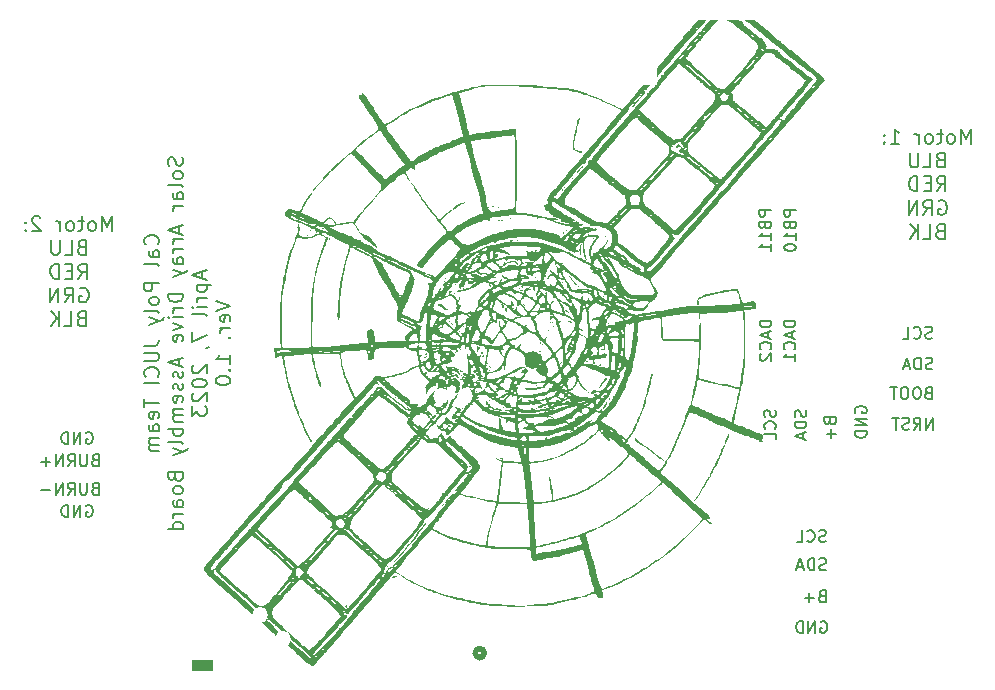
<source format=gbo>
%TF.GenerationSoftware,KiCad,Pcbnew,(6.0.11-0)*%
%TF.CreationDate,2023-04-07T11:55:25-07:00*%
%TF.ProjectId,SADA_Board,53414441-5f42-46f6-9172-642e6b696361,rev?*%
%TF.SameCoordinates,Original*%
%TF.FileFunction,Legend,Bot*%
%TF.FilePolarity,Positive*%
%FSLAX46Y46*%
G04 Gerber Fmt 4.6, Leading zero omitted, Abs format (unit mm)*
G04 Created by KiCad (PCBNEW (6.0.11-0)) date 2023-04-07 11:55:25*
%MOMM*%
%LPD*%
G01*
G04 APERTURE LIST*
%ADD10C,0.150000*%
%ADD11C,0.200000*%
%ADD12C,0.508000*%
%ADD13R,1.350000X1.350000*%
%ADD14O,1.350000X1.350000*%
%ADD15R,1.650000X1.650000*%
%ADD16C,1.650000*%
%ADD17C,5.000000*%
%ADD18O,1.300000X3.150000*%
%ADD19R,2.000000X1.400000*%
G04 APERTURE END LIST*
D10*
X111319904Y-109340000D02*
X111415142Y-109292380D01*
X111558000Y-109292380D01*
X111700857Y-109340000D01*
X111796095Y-109435238D01*
X111843714Y-109530476D01*
X111891333Y-109720952D01*
X111891333Y-109863809D01*
X111843714Y-110054285D01*
X111796095Y-110149523D01*
X111700857Y-110244761D01*
X111558000Y-110292380D01*
X111462761Y-110292380D01*
X111319904Y-110244761D01*
X111272285Y-110197142D01*
X111272285Y-109863809D01*
X111462761Y-109863809D01*
X110843714Y-110292380D02*
X110843714Y-109292380D01*
X110272285Y-110292380D01*
X110272285Y-109292380D01*
X109796095Y-110292380D02*
X109796095Y-109292380D01*
X109558000Y-109292380D01*
X109415142Y-109340000D01*
X109319904Y-109435238D01*
X109272285Y-109530476D01*
X109224666Y-109720952D01*
X109224666Y-109863809D01*
X109272285Y-110054285D01*
X109319904Y-110149523D01*
X109415142Y-110244761D01*
X109558000Y-110292380D01*
X109796095Y-110292380D01*
X182972285Y-97744761D02*
X182829428Y-97792380D01*
X182591333Y-97792380D01*
X182496095Y-97744761D01*
X182448476Y-97697142D01*
X182400857Y-97601904D01*
X182400857Y-97506666D01*
X182448476Y-97411428D01*
X182496095Y-97363809D01*
X182591333Y-97316190D01*
X182781809Y-97268571D01*
X182877047Y-97220952D01*
X182924666Y-97173333D01*
X182972285Y-97078095D01*
X182972285Y-96982857D01*
X182924666Y-96887619D01*
X182877047Y-96840000D01*
X182781809Y-96792380D01*
X182543714Y-96792380D01*
X182400857Y-96840000D01*
X181972285Y-97792380D02*
X181972285Y-96792380D01*
X181734190Y-96792380D01*
X181591333Y-96840000D01*
X181496095Y-96935238D01*
X181448476Y-97030476D01*
X181400857Y-97220952D01*
X181400857Y-97363809D01*
X181448476Y-97554285D01*
X181496095Y-97649523D01*
X181591333Y-97744761D01*
X181734190Y-97792380D01*
X181972285Y-97792380D01*
X181019904Y-97506666D02*
X180543714Y-97506666D01*
X181115142Y-97792380D02*
X180781809Y-96792380D01*
X180448476Y-97792380D01*
X182615142Y-99768571D02*
X182472285Y-99816190D01*
X182424666Y-99863809D01*
X182377047Y-99959047D01*
X182377047Y-100101904D01*
X182424666Y-100197142D01*
X182472285Y-100244761D01*
X182567523Y-100292380D01*
X182948476Y-100292380D01*
X182948476Y-99292380D01*
X182615142Y-99292380D01*
X182519904Y-99340000D01*
X182472285Y-99387619D01*
X182424666Y-99482857D01*
X182424666Y-99578095D01*
X182472285Y-99673333D01*
X182519904Y-99720952D01*
X182615142Y-99768571D01*
X182948476Y-99768571D01*
X181758000Y-99292380D02*
X181567523Y-99292380D01*
X181472285Y-99340000D01*
X181377047Y-99435238D01*
X181329428Y-99625714D01*
X181329428Y-99959047D01*
X181377047Y-100149523D01*
X181472285Y-100244761D01*
X181567523Y-100292380D01*
X181758000Y-100292380D01*
X181853238Y-100244761D01*
X181948476Y-100149523D01*
X181996095Y-99959047D01*
X181996095Y-99625714D01*
X181948476Y-99435238D01*
X181853238Y-99340000D01*
X181758000Y-99292380D01*
X180710380Y-99292380D02*
X180519904Y-99292380D01*
X180424666Y-99340000D01*
X180329428Y-99435238D01*
X180281809Y-99625714D01*
X180281809Y-99959047D01*
X180329428Y-100149523D01*
X180424666Y-100244761D01*
X180519904Y-100292380D01*
X180710380Y-100292380D01*
X180805619Y-100244761D01*
X180900857Y-100149523D01*
X180948476Y-99959047D01*
X180948476Y-99625714D01*
X180900857Y-99435238D01*
X180805619Y-99340000D01*
X180710380Y-99292380D01*
X179996095Y-99292380D02*
X179424666Y-99292380D01*
X179710380Y-100292380D02*
X179710380Y-99292380D01*
X182948476Y-95144761D02*
X182805619Y-95192380D01*
X182567523Y-95192380D01*
X182472285Y-95144761D01*
X182424666Y-95097142D01*
X182377047Y-95001904D01*
X182377047Y-94906666D01*
X182424666Y-94811428D01*
X182472285Y-94763809D01*
X182567523Y-94716190D01*
X182758000Y-94668571D01*
X182853238Y-94620952D01*
X182900857Y-94573333D01*
X182948476Y-94478095D01*
X182948476Y-94382857D01*
X182900857Y-94287619D01*
X182853238Y-94240000D01*
X182758000Y-94192380D01*
X182519904Y-94192380D01*
X182377047Y-94240000D01*
X181377047Y-95097142D02*
X181424666Y-95144761D01*
X181567523Y-95192380D01*
X181662761Y-95192380D01*
X181805619Y-95144761D01*
X181900857Y-95049523D01*
X181948476Y-94954285D01*
X181996095Y-94763809D01*
X181996095Y-94620952D01*
X181948476Y-94430476D01*
X181900857Y-94335238D01*
X181805619Y-94240000D01*
X181662761Y-94192380D01*
X181567523Y-94192380D01*
X181424666Y-94240000D01*
X181377047Y-94287619D01*
X180472285Y-95192380D02*
X180948476Y-95192380D01*
X180948476Y-94192380D01*
X169345980Y-93674133D02*
X168345980Y-93674133D01*
X168345980Y-93912228D01*
X168393600Y-94055085D01*
X168488838Y-94150323D01*
X168584076Y-94197942D01*
X168774552Y-94245561D01*
X168917409Y-94245561D01*
X169107885Y-94197942D01*
X169203123Y-94150323D01*
X169298361Y-94055085D01*
X169345980Y-93912228D01*
X169345980Y-93674133D01*
X169060266Y-94626514D02*
X169060266Y-95102704D01*
X169345980Y-94531276D02*
X168345980Y-94864609D01*
X169345980Y-95197942D01*
X169250742Y-96102704D02*
X169298361Y-96055085D01*
X169345980Y-95912228D01*
X169345980Y-95816990D01*
X169298361Y-95674133D01*
X169203123Y-95578895D01*
X169107885Y-95531276D01*
X168917409Y-95483657D01*
X168774552Y-95483657D01*
X168584076Y-95531276D01*
X168488838Y-95578895D01*
X168393600Y-95674133D01*
X168345980Y-95816990D01*
X168345980Y-95912228D01*
X168393600Y-96055085D01*
X168441219Y-96102704D01*
X168441219Y-96483657D02*
X168393600Y-96531276D01*
X168345980Y-96626514D01*
X168345980Y-96864609D01*
X168393600Y-96959847D01*
X168441219Y-97007466D01*
X168536457Y-97055085D01*
X168631695Y-97055085D01*
X168774552Y-97007466D01*
X169345980Y-96436038D01*
X169345980Y-97055085D01*
X112053238Y-105468571D02*
X111910380Y-105516190D01*
X111862761Y-105563809D01*
X111815142Y-105659047D01*
X111815142Y-105801904D01*
X111862761Y-105897142D01*
X111910380Y-105944761D01*
X112005619Y-105992380D01*
X112386571Y-105992380D01*
X112386571Y-104992380D01*
X112053238Y-104992380D01*
X111958000Y-105040000D01*
X111910380Y-105087619D01*
X111862761Y-105182857D01*
X111862761Y-105278095D01*
X111910380Y-105373333D01*
X111958000Y-105420952D01*
X112053238Y-105468571D01*
X112386571Y-105468571D01*
X111386571Y-104992380D02*
X111386571Y-105801904D01*
X111338952Y-105897142D01*
X111291333Y-105944761D01*
X111196095Y-105992380D01*
X111005619Y-105992380D01*
X110910380Y-105944761D01*
X110862761Y-105897142D01*
X110815142Y-105801904D01*
X110815142Y-104992380D01*
X109767523Y-105992380D02*
X110100857Y-105516190D01*
X110338952Y-105992380D02*
X110338952Y-104992380D01*
X109958000Y-104992380D01*
X109862761Y-105040000D01*
X109815142Y-105087619D01*
X109767523Y-105182857D01*
X109767523Y-105325714D01*
X109815142Y-105420952D01*
X109862761Y-105468571D01*
X109958000Y-105516190D01*
X110338952Y-105516190D01*
X109338952Y-105992380D02*
X109338952Y-104992380D01*
X108767523Y-105992380D01*
X108767523Y-104992380D01*
X108291333Y-105611428D02*
X107529428Y-105611428D01*
X107910380Y-105992380D02*
X107910380Y-105230476D01*
X173972285Y-114744761D02*
X173829428Y-114792380D01*
X173591333Y-114792380D01*
X173496095Y-114744761D01*
X173448476Y-114697142D01*
X173400857Y-114601904D01*
X173400857Y-114506666D01*
X173448476Y-114411428D01*
X173496095Y-114363809D01*
X173591333Y-114316190D01*
X173781809Y-114268571D01*
X173877047Y-114220952D01*
X173924666Y-114173333D01*
X173972285Y-114078095D01*
X173972285Y-113982857D01*
X173924666Y-113887619D01*
X173877047Y-113840000D01*
X173781809Y-113792380D01*
X173543714Y-113792380D01*
X173400857Y-113840000D01*
X172972285Y-114792380D02*
X172972285Y-113792380D01*
X172734190Y-113792380D01*
X172591333Y-113840000D01*
X172496095Y-113935238D01*
X172448476Y-114030476D01*
X172400857Y-114220952D01*
X172400857Y-114363809D01*
X172448476Y-114554285D01*
X172496095Y-114649523D01*
X172591333Y-114744761D01*
X172734190Y-114792380D01*
X172972285Y-114792380D01*
X172019904Y-114506666D02*
X171543714Y-114506666D01*
X172115142Y-114792380D02*
X171781809Y-113792380D01*
X171448476Y-114792380D01*
X111319904Y-103140000D02*
X111415142Y-103092380D01*
X111558000Y-103092380D01*
X111700857Y-103140000D01*
X111796095Y-103235238D01*
X111843714Y-103330476D01*
X111891333Y-103520952D01*
X111891333Y-103663809D01*
X111843714Y-103854285D01*
X111796095Y-103949523D01*
X111700857Y-104044761D01*
X111558000Y-104092380D01*
X111462761Y-104092380D01*
X111319904Y-104044761D01*
X111272285Y-103997142D01*
X111272285Y-103663809D01*
X111462761Y-103663809D01*
X110843714Y-104092380D02*
X110843714Y-103092380D01*
X110272285Y-104092380D01*
X110272285Y-103092380D01*
X109796095Y-104092380D02*
X109796095Y-103092380D01*
X109558000Y-103092380D01*
X109415142Y-103140000D01*
X109319904Y-103235238D01*
X109272285Y-103330476D01*
X109224666Y-103520952D01*
X109224666Y-103663809D01*
X109272285Y-103854285D01*
X109319904Y-103949523D01*
X109415142Y-104044761D01*
X109558000Y-104092380D01*
X109796095Y-104092380D01*
X173605619Y-116968571D02*
X173462761Y-117016190D01*
X173415142Y-117063809D01*
X173367523Y-117159047D01*
X173367523Y-117301904D01*
X173415142Y-117397142D01*
X173462761Y-117444761D01*
X173558000Y-117492380D01*
X173938952Y-117492380D01*
X173938952Y-116492380D01*
X173605619Y-116492380D01*
X173510380Y-116540000D01*
X173462761Y-116587619D01*
X173415142Y-116682857D01*
X173415142Y-116778095D01*
X173462761Y-116873333D01*
X173510380Y-116920952D01*
X173605619Y-116968571D01*
X173938952Y-116968571D01*
X172938952Y-117111428D02*
X172177047Y-117111428D01*
X172558000Y-117492380D02*
X172558000Y-116730476D01*
X169295180Y-84279314D02*
X168295180Y-84279314D01*
X168295180Y-84660266D01*
X168342800Y-84755504D01*
X168390419Y-84803123D01*
X168485657Y-84850742D01*
X168628514Y-84850742D01*
X168723752Y-84803123D01*
X168771371Y-84755504D01*
X168818990Y-84660266D01*
X168818990Y-84279314D01*
X168771371Y-85612647D02*
X168818990Y-85755504D01*
X168866609Y-85803123D01*
X168961847Y-85850742D01*
X169104704Y-85850742D01*
X169199942Y-85803123D01*
X169247561Y-85755504D01*
X169295180Y-85660266D01*
X169295180Y-85279314D01*
X168295180Y-85279314D01*
X168295180Y-85612647D01*
X168342800Y-85707885D01*
X168390419Y-85755504D01*
X168485657Y-85803123D01*
X168580895Y-85803123D01*
X168676133Y-85755504D01*
X168723752Y-85707885D01*
X168771371Y-85612647D01*
X168771371Y-85279314D01*
X169295180Y-86803123D02*
X169295180Y-86231695D01*
X169295180Y-86517409D02*
X168295180Y-86517409D01*
X168438038Y-86422171D01*
X168533276Y-86326933D01*
X168580895Y-86231695D01*
X169295180Y-87755504D02*
X169295180Y-87184076D01*
X169295180Y-87469790D02*
X168295180Y-87469790D01*
X168438038Y-87374552D01*
X168533276Y-87279314D01*
X168580895Y-87184076D01*
X173948476Y-112344761D02*
X173805619Y-112392380D01*
X173567523Y-112392380D01*
X173472285Y-112344761D01*
X173424666Y-112297142D01*
X173377047Y-112201904D01*
X173377047Y-112106666D01*
X173424666Y-112011428D01*
X173472285Y-111963809D01*
X173567523Y-111916190D01*
X173758000Y-111868571D01*
X173853238Y-111820952D01*
X173900857Y-111773333D01*
X173948476Y-111678095D01*
X173948476Y-111582857D01*
X173900857Y-111487619D01*
X173853238Y-111440000D01*
X173758000Y-111392380D01*
X173519904Y-111392380D01*
X173377047Y-111440000D01*
X172377047Y-112297142D02*
X172424666Y-112344761D01*
X172567523Y-112392380D01*
X172662761Y-112392380D01*
X172805619Y-112344761D01*
X172900857Y-112249523D01*
X172948476Y-112154285D01*
X172996095Y-111963809D01*
X172996095Y-111820952D01*
X172948476Y-111630476D01*
X172900857Y-111535238D01*
X172805619Y-111440000D01*
X172662761Y-111392380D01*
X172567523Y-111392380D01*
X172424666Y-111440000D01*
X172377047Y-111487619D01*
X171472285Y-112392380D02*
X171948476Y-112392380D01*
X171948476Y-111392380D01*
D11*
X117375678Y-87207142D02*
X117435202Y-87147619D01*
X117494726Y-86969047D01*
X117494726Y-86850000D01*
X117435202Y-86671428D01*
X117316154Y-86552380D01*
X117197107Y-86492857D01*
X116959011Y-86433333D01*
X116780440Y-86433333D01*
X116542345Y-86492857D01*
X116423297Y-86552380D01*
X116304250Y-86671428D01*
X116244726Y-86850000D01*
X116244726Y-86969047D01*
X116304250Y-87147619D01*
X116363773Y-87207142D01*
X117494726Y-88278571D02*
X116839964Y-88278571D01*
X116720916Y-88219047D01*
X116661392Y-88100000D01*
X116661392Y-87861904D01*
X116720916Y-87742857D01*
X117435202Y-88278571D02*
X117494726Y-88159523D01*
X117494726Y-87861904D01*
X117435202Y-87742857D01*
X117316154Y-87683333D01*
X117197107Y-87683333D01*
X117078059Y-87742857D01*
X117018535Y-87861904D01*
X117018535Y-88159523D01*
X116959011Y-88278571D01*
X117494726Y-89052380D02*
X117435202Y-88933333D01*
X117316154Y-88873809D01*
X116244726Y-88873809D01*
X117494726Y-90480952D02*
X116244726Y-90480952D01*
X116244726Y-90957142D01*
X116304250Y-91076190D01*
X116363773Y-91135714D01*
X116482821Y-91195238D01*
X116661392Y-91195238D01*
X116780440Y-91135714D01*
X116839964Y-91076190D01*
X116899488Y-90957142D01*
X116899488Y-90480952D01*
X117494726Y-91909523D02*
X117435202Y-91790476D01*
X117375678Y-91730952D01*
X117256630Y-91671428D01*
X116899488Y-91671428D01*
X116780440Y-91730952D01*
X116720916Y-91790476D01*
X116661392Y-91909523D01*
X116661392Y-92088095D01*
X116720916Y-92207142D01*
X116780440Y-92266666D01*
X116899488Y-92326190D01*
X117256630Y-92326190D01*
X117375678Y-92266666D01*
X117435202Y-92207142D01*
X117494726Y-92088095D01*
X117494726Y-91909523D01*
X117494726Y-93040476D02*
X117435202Y-92921428D01*
X117316154Y-92861904D01*
X116244726Y-92861904D01*
X116661392Y-93397619D02*
X117494726Y-93695238D01*
X116661392Y-93992857D02*
X117494726Y-93695238D01*
X117792345Y-93576190D01*
X117851869Y-93516666D01*
X117911392Y-93397619D01*
X116244726Y-95778571D02*
X117137583Y-95778571D01*
X117316154Y-95719047D01*
X117435202Y-95600000D01*
X117494726Y-95421428D01*
X117494726Y-95302380D01*
X116244726Y-96373809D02*
X117256630Y-96373809D01*
X117375678Y-96433333D01*
X117435202Y-96492857D01*
X117494726Y-96611904D01*
X117494726Y-96850000D01*
X117435202Y-96969047D01*
X117375678Y-97028571D01*
X117256630Y-97088095D01*
X116244726Y-97088095D01*
X117375678Y-98397619D02*
X117435202Y-98338095D01*
X117494726Y-98159523D01*
X117494726Y-98040476D01*
X117435202Y-97861904D01*
X117316154Y-97742857D01*
X117197107Y-97683333D01*
X116959011Y-97623809D01*
X116780440Y-97623809D01*
X116542345Y-97683333D01*
X116423297Y-97742857D01*
X116304250Y-97861904D01*
X116244726Y-98040476D01*
X116244726Y-98159523D01*
X116304250Y-98338095D01*
X116363773Y-98397619D01*
X117494726Y-98933333D02*
X116244726Y-98933333D01*
X116244726Y-100302380D02*
X116244726Y-101016666D01*
X117494726Y-100659523D02*
X116244726Y-100659523D01*
X117435202Y-101909523D02*
X117494726Y-101790476D01*
X117494726Y-101552380D01*
X117435202Y-101433333D01*
X117316154Y-101373809D01*
X116839964Y-101373809D01*
X116720916Y-101433333D01*
X116661392Y-101552380D01*
X116661392Y-101790476D01*
X116720916Y-101909523D01*
X116839964Y-101969047D01*
X116959011Y-101969047D01*
X117078059Y-101373809D01*
X117494726Y-103040476D02*
X116839964Y-103040476D01*
X116720916Y-102980952D01*
X116661392Y-102861904D01*
X116661392Y-102623809D01*
X116720916Y-102504761D01*
X117435202Y-103040476D02*
X117494726Y-102921428D01*
X117494726Y-102623809D01*
X117435202Y-102504761D01*
X117316154Y-102445238D01*
X117197107Y-102445238D01*
X117078059Y-102504761D01*
X117018535Y-102623809D01*
X117018535Y-102921428D01*
X116959011Y-103040476D01*
X117494726Y-103635714D02*
X116661392Y-103635714D01*
X116780440Y-103635714D02*
X116720916Y-103695238D01*
X116661392Y-103814285D01*
X116661392Y-103992857D01*
X116720916Y-104111904D01*
X116839964Y-104171428D01*
X117494726Y-104171428D01*
X116839964Y-104171428D02*
X116720916Y-104230952D01*
X116661392Y-104350000D01*
X116661392Y-104528571D01*
X116720916Y-104647619D01*
X116839964Y-104707142D01*
X117494726Y-104707142D01*
X119447702Y-79826190D02*
X119507226Y-80004761D01*
X119507226Y-80302380D01*
X119447702Y-80421428D01*
X119388178Y-80480952D01*
X119269130Y-80540476D01*
X119150083Y-80540476D01*
X119031035Y-80480952D01*
X118971511Y-80421428D01*
X118911988Y-80302380D01*
X118852464Y-80064285D01*
X118792940Y-79945238D01*
X118733416Y-79885714D01*
X118614369Y-79826190D01*
X118495321Y-79826190D01*
X118376273Y-79885714D01*
X118316750Y-79945238D01*
X118257226Y-80064285D01*
X118257226Y-80361904D01*
X118316750Y-80540476D01*
X119507226Y-81254761D02*
X119447702Y-81135714D01*
X119388178Y-81076190D01*
X119269130Y-81016666D01*
X118911988Y-81016666D01*
X118792940Y-81076190D01*
X118733416Y-81135714D01*
X118673892Y-81254761D01*
X118673892Y-81433333D01*
X118733416Y-81552380D01*
X118792940Y-81611904D01*
X118911988Y-81671428D01*
X119269130Y-81671428D01*
X119388178Y-81611904D01*
X119447702Y-81552380D01*
X119507226Y-81433333D01*
X119507226Y-81254761D01*
X119507226Y-82385714D02*
X119447702Y-82266666D01*
X119328654Y-82207142D01*
X118257226Y-82207142D01*
X119507226Y-83397619D02*
X118852464Y-83397619D01*
X118733416Y-83338095D01*
X118673892Y-83219047D01*
X118673892Y-82980952D01*
X118733416Y-82861904D01*
X119447702Y-83397619D02*
X119507226Y-83278571D01*
X119507226Y-82980952D01*
X119447702Y-82861904D01*
X119328654Y-82802380D01*
X119209607Y-82802380D01*
X119090559Y-82861904D01*
X119031035Y-82980952D01*
X119031035Y-83278571D01*
X118971511Y-83397619D01*
X119507226Y-83992857D02*
X118673892Y-83992857D01*
X118911988Y-83992857D02*
X118792940Y-84052380D01*
X118733416Y-84111904D01*
X118673892Y-84230952D01*
X118673892Y-84349999D01*
X119150083Y-85659523D02*
X119150083Y-86254761D01*
X119507226Y-85540476D02*
X118257226Y-85957142D01*
X119507226Y-86373809D01*
X119507226Y-86790476D02*
X118673892Y-86790476D01*
X118911988Y-86790476D02*
X118792940Y-86849999D01*
X118733416Y-86909523D01*
X118673892Y-87028571D01*
X118673892Y-87147619D01*
X119507226Y-87564285D02*
X118673892Y-87564285D01*
X118911988Y-87564285D02*
X118792940Y-87623809D01*
X118733416Y-87683333D01*
X118673892Y-87802380D01*
X118673892Y-87921428D01*
X119507226Y-88873809D02*
X118852464Y-88873809D01*
X118733416Y-88814285D01*
X118673892Y-88695238D01*
X118673892Y-88457142D01*
X118733416Y-88338095D01*
X119447702Y-88873809D02*
X119507226Y-88754761D01*
X119507226Y-88457142D01*
X119447702Y-88338095D01*
X119328654Y-88278571D01*
X119209607Y-88278571D01*
X119090559Y-88338095D01*
X119031035Y-88457142D01*
X119031035Y-88754761D01*
X118971511Y-88873809D01*
X118673892Y-89349999D02*
X119507226Y-89647619D01*
X118673892Y-89945238D02*
X119507226Y-89647619D01*
X119804845Y-89528571D01*
X119864369Y-89469047D01*
X119923892Y-89349999D01*
X119507226Y-91373809D02*
X118257226Y-91373809D01*
X118257226Y-91671428D01*
X118316750Y-91849999D01*
X118435797Y-91969047D01*
X118554845Y-92028571D01*
X118792940Y-92088095D01*
X118971511Y-92088095D01*
X119209607Y-92028571D01*
X119328654Y-91969047D01*
X119447702Y-91849999D01*
X119507226Y-91671428D01*
X119507226Y-91373809D01*
X119507226Y-92623809D02*
X118673892Y-92623809D01*
X118911988Y-92623809D02*
X118792940Y-92683333D01*
X118733416Y-92742857D01*
X118673892Y-92861904D01*
X118673892Y-92980952D01*
X119507226Y-93397619D02*
X118673892Y-93397619D01*
X118257226Y-93397619D02*
X118316750Y-93338095D01*
X118376273Y-93397619D01*
X118316750Y-93457142D01*
X118257226Y-93397619D01*
X118376273Y-93397619D01*
X118673892Y-93873809D02*
X119507226Y-94171428D01*
X118673892Y-94469047D01*
X119447702Y-95421428D02*
X119507226Y-95302380D01*
X119507226Y-95064285D01*
X119447702Y-94945238D01*
X119328654Y-94885714D01*
X118852464Y-94885714D01*
X118733416Y-94945238D01*
X118673892Y-95064285D01*
X118673892Y-95302380D01*
X118733416Y-95421428D01*
X118852464Y-95480952D01*
X118971511Y-95480952D01*
X119090559Y-94885714D01*
X119150083Y-96909523D02*
X119150083Y-97504761D01*
X119507226Y-96790476D02*
X118257226Y-97207142D01*
X119507226Y-97623809D01*
X119447702Y-97980952D02*
X119507226Y-98099999D01*
X119507226Y-98338095D01*
X119447702Y-98457142D01*
X119328654Y-98516666D01*
X119269130Y-98516666D01*
X119150083Y-98457142D01*
X119090559Y-98338095D01*
X119090559Y-98159523D01*
X119031035Y-98040476D01*
X118911988Y-97980952D01*
X118852464Y-97980952D01*
X118733416Y-98040476D01*
X118673892Y-98159523D01*
X118673892Y-98338095D01*
X118733416Y-98457142D01*
X119447702Y-98992857D02*
X119507226Y-99111904D01*
X119507226Y-99349999D01*
X119447702Y-99469047D01*
X119328654Y-99528571D01*
X119269130Y-99528571D01*
X119150083Y-99469047D01*
X119090559Y-99349999D01*
X119090559Y-99171428D01*
X119031035Y-99052380D01*
X118911988Y-98992857D01*
X118852464Y-98992857D01*
X118733416Y-99052380D01*
X118673892Y-99171428D01*
X118673892Y-99349999D01*
X118733416Y-99469047D01*
X119447702Y-100540476D02*
X119507226Y-100421428D01*
X119507226Y-100183333D01*
X119447702Y-100064285D01*
X119328654Y-100004761D01*
X118852464Y-100004761D01*
X118733416Y-100064285D01*
X118673892Y-100183333D01*
X118673892Y-100421428D01*
X118733416Y-100540476D01*
X118852464Y-100599999D01*
X118971511Y-100599999D01*
X119090559Y-100004761D01*
X119507226Y-101135714D02*
X118673892Y-101135714D01*
X118792940Y-101135714D02*
X118733416Y-101195238D01*
X118673892Y-101314285D01*
X118673892Y-101492857D01*
X118733416Y-101611904D01*
X118852464Y-101671428D01*
X119507226Y-101671428D01*
X118852464Y-101671428D02*
X118733416Y-101730952D01*
X118673892Y-101849999D01*
X118673892Y-102028571D01*
X118733416Y-102147619D01*
X118852464Y-102207142D01*
X119507226Y-102207142D01*
X119507226Y-102802380D02*
X118257226Y-102802380D01*
X118733416Y-102802380D02*
X118673892Y-102921428D01*
X118673892Y-103159523D01*
X118733416Y-103278571D01*
X118792940Y-103338095D01*
X118911988Y-103397619D01*
X119269130Y-103397619D01*
X119388178Y-103338095D01*
X119447702Y-103278571D01*
X119507226Y-103159523D01*
X119507226Y-102921428D01*
X119447702Y-102802380D01*
X119507226Y-104111904D02*
X119447702Y-103992857D01*
X119328654Y-103933333D01*
X118257226Y-103933333D01*
X118673892Y-104469047D02*
X119507226Y-104766666D01*
X118673892Y-105064285D02*
X119507226Y-104766666D01*
X119804845Y-104647619D01*
X119864369Y-104588095D01*
X119923892Y-104469047D01*
X118852464Y-106909523D02*
X118911988Y-107088095D01*
X118971511Y-107147619D01*
X119090559Y-107207142D01*
X119269130Y-107207142D01*
X119388178Y-107147619D01*
X119447702Y-107088095D01*
X119507226Y-106969047D01*
X119507226Y-106492857D01*
X118257226Y-106492857D01*
X118257226Y-106909523D01*
X118316750Y-107028571D01*
X118376273Y-107088095D01*
X118495321Y-107147619D01*
X118614369Y-107147619D01*
X118733416Y-107088095D01*
X118792940Y-107028571D01*
X118852464Y-106909523D01*
X118852464Y-106492857D01*
X119507226Y-107921428D02*
X119447702Y-107802380D01*
X119388178Y-107742857D01*
X119269130Y-107683333D01*
X118911988Y-107683333D01*
X118792940Y-107742857D01*
X118733416Y-107802380D01*
X118673892Y-107921428D01*
X118673892Y-108099999D01*
X118733416Y-108219047D01*
X118792940Y-108278571D01*
X118911988Y-108338095D01*
X119269130Y-108338095D01*
X119388178Y-108278571D01*
X119447702Y-108219047D01*
X119507226Y-108099999D01*
X119507226Y-107921428D01*
X119507226Y-109409523D02*
X118852464Y-109409523D01*
X118733416Y-109349999D01*
X118673892Y-109230952D01*
X118673892Y-108992857D01*
X118733416Y-108873809D01*
X119447702Y-109409523D02*
X119507226Y-109290476D01*
X119507226Y-108992857D01*
X119447702Y-108873809D01*
X119328654Y-108814285D01*
X119209607Y-108814285D01*
X119090559Y-108873809D01*
X119031035Y-108992857D01*
X119031035Y-109290476D01*
X118971511Y-109409523D01*
X119507226Y-110004761D02*
X118673892Y-110004761D01*
X118911988Y-110004761D02*
X118792940Y-110064285D01*
X118733416Y-110123809D01*
X118673892Y-110242857D01*
X118673892Y-110361904D01*
X119507226Y-111314285D02*
X118257226Y-111314285D01*
X119447702Y-111314285D02*
X119507226Y-111195238D01*
X119507226Y-110957142D01*
X119447702Y-110838095D01*
X119388178Y-110778571D01*
X119269130Y-110719047D01*
X118911988Y-110719047D01*
X118792940Y-110778571D01*
X118733416Y-110838095D01*
X118673892Y-110957142D01*
X118673892Y-111195238D01*
X118733416Y-111314285D01*
X121162583Y-89498809D02*
X121162583Y-90094047D01*
X121519726Y-89379761D02*
X120269726Y-89796428D01*
X121519726Y-90213095D01*
X120686392Y-90629761D02*
X121936392Y-90629761D01*
X120745916Y-90629761D02*
X120686392Y-90748809D01*
X120686392Y-90986904D01*
X120745916Y-91105952D01*
X120805440Y-91165476D01*
X120924488Y-91225000D01*
X121281630Y-91225000D01*
X121400678Y-91165476D01*
X121460202Y-91105952D01*
X121519726Y-90986904D01*
X121519726Y-90748809D01*
X121460202Y-90629761D01*
X121519726Y-91760714D02*
X120686392Y-91760714D01*
X120924488Y-91760714D02*
X120805440Y-91820238D01*
X120745916Y-91879761D01*
X120686392Y-91998809D01*
X120686392Y-92117857D01*
X121519726Y-92534523D02*
X120686392Y-92534523D01*
X120269726Y-92534523D02*
X120329250Y-92475000D01*
X120388773Y-92534523D01*
X120329250Y-92594047D01*
X120269726Y-92534523D01*
X120388773Y-92534523D01*
X121519726Y-93308333D02*
X121460202Y-93189285D01*
X121341154Y-93129761D01*
X120269726Y-93129761D01*
X120269726Y-94617857D02*
X120269726Y-95451190D01*
X121519726Y-94915476D01*
X121460202Y-95986904D02*
X121519726Y-95986904D01*
X121638773Y-95927380D01*
X121698297Y-95867857D01*
X120388773Y-97415476D02*
X120329250Y-97475000D01*
X120269726Y-97594047D01*
X120269726Y-97891666D01*
X120329250Y-98010714D01*
X120388773Y-98070238D01*
X120507821Y-98129761D01*
X120626869Y-98129761D01*
X120805440Y-98070238D01*
X121519726Y-97355952D01*
X121519726Y-98129761D01*
X120269726Y-98903571D02*
X120269726Y-99022619D01*
X120329250Y-99141666D01*
X120388773Y-99201190D01*
X120507821Y-99260714D01*
X120745916Y-99320238D01*
X121043535Y-99320238D01*
X121281630Y-99260714D01*
X121400678Y-99201190D01*
X121460202Y-99141666D01*
X121519726Y-99022619D01*
X121519726Y-98903571D01*
X121460202Y-98784523D01*
X121400678Y-98725000D01*
X121281630Y-98665476D01*
X121043535Y-98605952D01*
X120745916Y-98605952D01*
X120507821Y-98665476D01*
X120388773Y-98725000D01*
X120329250Y-98784523D01*
X120269726Y-98903571D01*
X120388773Y-99796428D02*
X120329250Y-99855952D01*
X120269726Y-99975000D01*
X120269726Y-100272619D01*
X120329250Y-100391666D01*
X120388773Y-100451190D01*
X120507821Y-100510714D01*
X120626869Y-100510714D01*
X120805440Y-100451190D01*
X121519726Y-99736904D01*
X121519726Y-100510714D01*
X120269726Y-100927380D02*
X120269726Y-101701190D01*
X120745916Y-101284523D01*
X120745916Y-101463095D01*
X120805440Y-101582142D01*
X120864964Y-101641666D01*
X120984011Y-101701190D01*
X121281630Y-101701190D01*
X121400678Y-101641666D01*
X121460202Y-101582142D01*
X121519726Y-101463095D01*
X121519726Y-101105952D01*
X121460202Y-100986904D01*
X121400678Y-100927380D01*
X122282226Y-91998809D02*
X123532226Y-92415476D01*
X122282226Y-92832142D01*
X123472702Y-93725000D02*
X123532226Y-93605952D01*
X123532226Y-93367857D01*
X123472702Y-93248809D01*
X123353654Y-93189285D01*
X122877464Y-93189285D01*
X122758416Y-93248809D01*
X122698892Y-93367857D01*
X122698892Y-93605952D01*
X122758416Y-93725000D01*
X122877464Y-93784523D01*
X122996511Y-93784523D01*
X123115559Y-93189285D01*
X123532226Y-94320238D02*
X122698892Y-94320238D01*
X122936988Y-94320238D02*
X122817940Y-94379761D01*
X122758416Y-94439285D01*
X122698892Y-94558333D01*
X122698892Y-94677380D01*
X123413178Y-95094047D02*
X123472702Y-95153571D01*
X123532226Y-95094047D01*
X123472702Y-95034523D01*
X123413178Y-95094047D01*
X123532226Y-95094047D01*
X123532226Y-97296428D02*
X123532226Y-96582142D01*
X123532226Y-96939285D02*
X122282226Y-96939285D01*
X122460797Y-96820238D01*
X122579845Y-96701190D01*
X122639369Y-96582142D01*
X123413178Y-97832142D02*
X123472702Y-97891666D01*
X123532226Y-97832142D01*
X123472702Y-97772619D01*
X123413178Y-97832142D01*
X123532226Y-97832142D01*
X122282226Y-98665476D02*
X122282226Y-98784523D01*
X122341750Y-98903571D01*
X122401273Y-98963095D01*
X122520321Y-99022619D01*
X122758416Y-99082142D01*
X123056035Y-99082142D01*
X123294130Y-99022619D01*
X123413178Y-98963095D01*
X123472702Y-98903571D01*
X123532226Y-98784523D01*
X123532226Y-98665476D01*
X123472702Y-98546428D01*
X123413178Y-98486904D01*
X123294130Y-98427380D01*
X123056035Y-98367857D01*
X122758416Y-98367857D01*
X122520321Y-98427380D01*
X122401273Y-98486904D01*
X122341750Y-98546428D01*
X122282226Y-98665476D01*
D10*
X171428780Y-84279314D02*
X170428780Y-84279314D01*
X170428780Y-84660266D01*
X170476400Y-84755504D01*
X170524019Y-84803123D01*
X170619257Y-84850742D01*
X170762114Y-84850742D01*
X170857352Y-84803123D01*
X170904971Y-84755504D01*
X170952590Y-84660266D01*
X170952590Y-84279314D01*
X170904971Y-85612647D02*
X170952590Y-85755504D01*
X171000209Y-85803123D01*
X171095447Y-85850742D01*
X171238304Y-85850742D01*
X171333542Y-85803123D01*
X171381161Y-85755504D01*
X171428780Y-85660266D01*
X171428780Y-85279314D01*
X170428780Y-85279314D01*
X170428780Y-85612647D01*
X170476400Y-85707885D01*
X170524019Y-85755504D01*
X170619257Y-85803123D01*
X170714495Y-85803123D01*
X170809733Y-85755504D01*
X170857352Y-85707885D01*
X170904971Y-85612647D01*
X170904971Y-85279314D01*
X171428780Y-86803123D02*
X171428780Y-86231695D01*
X171428780Y-86517409D02*
X170428780Y-86517409D01*
X170571638Y-86422171D01*
X170666876Y-86326933D01*
X170714495Y-86231695D01*
X170428780Y-87422171D02*
X170428780Y-87517409D01*
X170476400Y-87612647D01*
X170524019Y-87660266D01*
X170619257Y-87707885D01*
X170809733Y-87755504D01*
X171047828Y-87755504D01*
X171238304Y-87707885D01*
X171333542Y-87660266D01*
X171381161Y-87612647D01*
X171428780Y-87517409D01*
X171428780Y-87422171D01*
X171381161Y-87326933D01*
X171333542Y-87279314D01*
X171238304Y-87231695D01*
X171047828Y-87184076D01*
X170809733Y-87184076D01*
X170619257Y-87231695D01*
X170524019Y-87279314D01*
X170476400Y-87326933D01*
X170428780Y-87422171D01*
X171377980Y-93674133D02*
X170377980Y-93674133D01*
X170377980Y-93912228D01*
X170425600Y-94055085D01*
X170520838Y-94150323D01*
X170616076Y-94197942D01*
X170806552Y-94245561D01*
X170949409Y-94245561D01*
X171139885Y-94197942D01*
X171235123Y-94150323D01*
X171330361Y-94055085D01*
X171377980Y-93912228D01*
X171377980Y-93674133D01*
X171092266Y-94626514D02*
X171092266Y-95102704D01*
X171377980Y-94531276D02*
X170377980Y-94864609D01*
X171377980Y-95197942D01*
X171282742Y-96102704D02*
X171330361Y-96055085D01*
X171377980Y-95912228D01*
X171377980Y-95816990D01*
X171330361Y-95674133D01*
X171235123Y-95578895D01*
X171139885Y-95531276D01*
X170949409Y-95483657D01*
X170806552Y-95483657D01*
X170616076Y-95531276D01*
X170520838Y-95578895D01*
X170425600Y-95674133D01*
X170377980Y-95816990D01*
X170377980Y-95912228D01*
X170425600Y-96055085D01*
X170473219Y-96102704D01*
X171377980Y-97055085D02*
X171377980Y-96483657D01*
X171377980Y-96769371D02*
X170377980Y-96769371D01*
X170520838Y-96674133D01*
X170616076Y-96578895D01*
X170663695Y-96483657D01*
X173519904Y-119140000D02*
X173615142Y-119092380D01*
X173758000Y-119092380D01*
X173900857Y-119140000D01*
X173996095Y-119235238D01*
X174043714Y-119330476D01*
X174091333Y-119520952D01*
X174091333Y-119663809D01*
X174043714Y-119854285D01*
X173996095Y-119949523D01*
X173900857Y-120044761D01*
X173758000Y-120092380D01*
X173662761Y-120092380D01*
X173519904Y-120044761D01*
X173472285Y-119997142D01*
X173472285Y-119663809D01*
X173662761Y-119663809D01*
X173043714Y-120092380D02*
X173043714Y-119092380D01*
X172472285Y-120092380D01*
X172472285Y-119092380D01*
X171996095Y-120092380D02*
X171996095Y-119092380D01*
X171758000Y-119092380D01*
X171615142Y-119140000D01*
X171519904Y-119235238D01*
X171472285Y-119330476D01*
X171424666Y-119520952D01*
X171424666Y-119663809D01*
X171472285Y-119854285D01*
X171519904Y-119949523D01*
X171615142Y-120044761D01*
X171758000Y-120092380D01*
X171996095Y-120092380D01*
X174286571Y-102192380D02*
X174334190Y-102335238D01*
X174381809Y-102382857D01*
X174477047Y-102430476D01*
X174619904Y-102430476D01*
X174715142Y-102382857D01*
X174762761Y-102335238D01*
X174810380Y-102240000D01*
X174810380Y-101859047D01*
X173810380Y-101859047D01*
X173810380Y-102192380D01*
X173858000Y-102287619D01*
X173905619Y-102335238D01*
X174000857Y-102382857D01*
X174096095Y-102382857D01*
X174191333Y-102335238D01*
X174238952Y-102287619D01*
X174286571Y-102192380D01*
X174286571Y-101859047D01*
X174429428Y-102859047D02*
X174429428Y-103620952D01*
X174810380Y-103240000D02*
X174048476Y-103240000D01*
X183000857Y-102892380D02*
X183000857Y-101892380D01*
X182429428Y-102892380D01*
X182429428Y-101892380D01*
X181381809Y-102892380D02*
X181715142Y-102416190D01*
X181953238Y-102892380D02*
X181953238Y-101892380D01*
X181572285Y-101892380D01*
X181477047Y-101940000D01*
X181429428Y-101987619D01*
X181381809Y-102082857D01*
X181381809Y-102225714D01*
X181429428Y-102320952D01*
X181477047Y-102368571D01*
X181572285Y-102416190D01*
X181953238Y-102416190D01*
X181000857Y-102844761D02*
X180858000Y-102892380D01*
X180619904Y-102892380D01*
X180524666Y-102844761D01*
X180477047Y-102797142D01*
X180429428Y-102701904D01*
X180429428Y-102606666D01*
X180477047Y-102511428D01*
X180524666Y-102463809D01*
X180619904Y-102416190D01*
X180810380Y-102368571D01*
X180905619Y-102320952D01*
X180953238Y-102273333D01*
X181000857Y-102178095D01*
X181000857Y-102082857D01*
X180953238Y-101987619D01*
X180905619Y-101940000D01*
X180810380Y-101892380D01*
X180572285Y-101892380D01*
X180429428Y-101940000D01*
X180143714Y-101892380D02*
X179572285Y-101892380D01*
X179858000Y-102892380D02*
X179858000Y-101892380D01*
D11*
X186218714Y-78680476D02*
X186218714Y-77430476D01*
X185802047Y-78323333D01*
X185385380Y-77430476D01*
X185385380Y-78680476D01*
X184611571Y-78680476D02*
X184730619Y-78620952D01*
X184790142Y-78561428D01*
X184849666Y-78442380D01*
X184849666Y-78085238D01*
X184790142Y-77966190D01*
X184730619Y-77906666D01*
X184611571Y-77847142D01*
X184433000Y-77847142D01*
X184313952Y-77906666D01*
X184254428Y-77966190D01*
X184194904Y-78085238D01*
X184194904Y-78442380D01*
X184254428Y-78561428D01*
X184313952Y-78620952D01*
X184433000Y-78680476D01*
X184611571Y-78680476D01*
X183837761Y-77847142D02*
X183361571Y-77847142D01*
X183659190Y-77430476D02*
X183659190Y-78501904D01*
X183599666Y-78620952D01*
X183480619Y-78680476D01*
X183361571Y-78680476D01*
X182766333Y-78680476D02*
X182885380Y-78620952D01*
X182944904Y-78561428D01*
X183004428Y-78442380D01*
X183004428Y-78085238D01*
X182944904Y-77966190D01*
X182885380Y-77906666D01*
X182766333Y-77847142D01*
X182587761Y-77847142D01*
X182468714Y-77906666D01*
X182409190Y-77966190D01*
X182349666Y-78085238D01*
X182349666Y-78442380D01*
X182409190Y-78561428D01*
X182468714Y-78620952D01*
X182587761Y-78680476D01*
X182766333Y-78680476D01*
X181813952Y-78680476D02*
X181813952Y-77847142D01*
X181813952Y-78085238D02*
X181754428Y-77966190D01*
X181694904Y-77906666D01*
X181575857Y-77847142D01*
X181456809Y-77847142D01*
X179433000Y-78680476D02*
X180147285Y-78680476D01*
X179790142Y-78680476D02*
X179790142Y-77430476D01*
X179909190Y-77609047D01*
X180028238Y-77728095D01*
X180147285Y-77787619D01*
X178897285Y-78561428D02*
X178837761Y-78620952D01*
X178897285Y-78680476D01*
X178956809Y-78620952D01*
X178897285Y-78561428D01*
X178897285Y-78680476D01*
X178897285Y-77906666D02*
X178837761Y-77966190D01*
X178897285Y-78025714D01*
X178956809Y-77966190D01*
X178897285Y-77906666D01*
X178897285Y-78025714D01*
X183629428Y-80038214D02*
X183450857Y-80097738D01*
X183391333Y-80157261D01*
X183331809Y-80276309D01*
X183331809Y-80454880D01*
X183391333Y-80573928D01*
X183450857Y-80633452D01*
X183569904Y-80692976D01*
X184046095Y-80692976D01*
X184046095Y-79442976D01*
X183629428Y-79442976D01*
X183510380Y-79502500D01*
X183450857Y-79562023D01*
X183391333Y-79681071D01*
X183391333Y-79800119D01*
X183450857Y-79919166D01*
X183510380Y-79978690D01*
X183629428Y-80038214D01*
X184046095Y-80038214D01*
X182200857Y-80692976D02*
X182796095Y-80692976D01*
X182796095Y-79442976D01*
X181784190Y-79442976D02*
X181784190Y-80454880D01*
X181724666Y-80573928D01*
X181665142Y-80633452D01*
X181546095Y-80692976D01*
X181308000Y-80692976D01*
X181188952Y-80633452D01*
X181129428Y-80573928D01*
X181069904Y-80454880D01*
X181069904Y-79442976D01*
X183361571Y-82705476D02*
X183778238Y-82110238D01*
X184075857Y-82705476D02*
X184075857Y-81455476D01*
X183599666Y-81455476D01*
X183480619Y-81515000D01*
X183421095Y-81574523D01*
X183361571Y-81693571D01*
X183361571Y-81872142D01*
X183421095Y-81991190D01*
X183480619Y-82050714D01*
X183599666Y-82110238D01*
X184075857Y-82110238D01*
X182825857Y-82050714D02*
X182409190Y-82050714D01*
X182230619Y-82705476D02*
X182825857Y-82705476D01*
X182825857Y-81455476D01*
X182230619Y-81455476D01*
X181694904Y-82705476D02*
X181694904Y-81455476D01*
X181397285Y-81455476D01*
X181218714Y-81515000D01*
X181099666Y-81634047D01*
X181040142Y-81753095D01*
X180980619Y-81991190D01*
X180980619Y-82169761D01*
X181040142Y-82407857D01*
X181099666Y-82526904D01*
X181218714Y-82645952D01*
X181397285Y-82705476D01*
X181694904Y-82705476D01*
X183510380Y-83527500D02*
X183629428Y-83467976D01*
X183808000Y-83467976D01*
X183986571Y-83527500D01*
X184105619Y-83646547D01*
X184165142Y-83765595D01*
X184224666Y-84003690D01*
X184224666Y-84182261D01*
X184165142Y-84420357D01*
X184105619Y-84539404D01*
X183986571Y-84658452D01*
X183808000Y-84717976D01*
X183688952Y-84717976D01*
X183510380Y-84658452D01*
X183450857Y-84598928D01*
X183450857Y-84182261D01*
X183688952Y-84182261D01*
X182200857Y-84717976D02*
X182617523Y-84122738D01*
X182915142Y-84717976D02*
X182915142Y-83467976D01*
X182438952Y-83467976D01*
X182319904Y-83527500D01*
X182260380Y-83587023D01*
X182200857Y-83706071D01*
X182200857Y-83884642D01*
X182260380Y-84003690D01*
X182319904Y-84063214D01*
X182438952Y-84122738D01*
X182915142Y-84122738D01*
X181665142Y-84717976D02*
X181665142Y-83467976D01*
X180950857Y-84717976D01*
X180950857Y-83467976D01*
X183599666Y-86075714D02*
X183421095Y-86135238D01*
X183361571Y-86194761D01*
X183302047Y-86313809D01*
X183302047Y-86492380D01*
X183361571Y-86611428D01*
X183421095Y-86670952D01*
X183540142Y-86730476D01*
X184016333Y-86730476D01*
X184016333Y-85480476D01*
X183599666Y-85480476D01*
X183480619Y-85540000D01*
X183421095Y-85599523D01*
X183361571Y-85718571D01*
X183361571Y-85837619D01*
X183421095Y-85956666D01*
X183480619Y-86016190D01*
X183599666Y-86075714D01*
X184016333Y-86075714D01*
X182171095Y-86730476D02*
X182766333Y-86730476D01*
X182766333Y-85480476D01*
X181754428Y-86730476D02*
X181754428Y-85480476D01*
X181040142Y-86730476D02*
X181575857Y-86016190D01*
X181040142Y-85480476D02*
X181754428Y-86194761D01*
X113518714Y-86080476D02*
X113518714Y-84830476D01*
X113102047Y-85723333D01*
X112685380Y-84830476D01*
X112685380Y-86080476D01*
X111911571Y-86080476D02*
X112030619Y-86020952D01*
X112090142Y-85961428D01*
X112149666Y-85842380D01*
X112149666Y-85485238D01*
X112090142Y-85366190D01*
X112030619Y-85306666D01*
X111911571Y-85247142D01*
X111733000Y-85247142D01*
X111613952Y-85306666D01*
X111554428Y-85366190D01*
X111494904Y-85485238D01*
X111494904Y-85842380D01*
X111554428Y-85961428D01*
X111613952Y-86020952D01*
X111733000Y-86080476D01*
X111911571Y-86080476D01*
X111137761Y-85247142D02*
X110661571Y-85247142D01*
X110959190Y-84830476D02*
X110959190Y-85901904D01*
X110899666Y-86020952D01*
X110780619Y-86080476D01*
X110661571Y-86080476D01*
X110066333Y-86080476D02*
X110185380Y-86020952D01*
X110244904Y-85961428D01*
X110304428Y-85842380D01*
X110304428Y-85485238D01*
X110244904Y-85366190D01*
X110185380Y-85306666D01*
X110066333Y-85247142D01*
X109887761Y-85247142D01*
X109768714Y-85306666D01*
X109709190Y-85366190D01*
X109649666Y-85485238D01*
X109649666Y-85842380D01*
X109709190Y-85961428D01*
X109768714Y-86020952D01*
X109887761Y-86080476D01*
X110066333Y-86080476D01*
X109113952Y-86080476D02*
X109113952Y-85247142D01*
X109113952Y-85485238D02*
X109054428Y-85366190D01*
X108994904Y-85306666D01*
X108875857Y-85247142D01*
X108756809Y-85247142D01*
X107447285Y-84949523D02*
X107387761Y-84890000D01*
X107268714Y-84830476D01*
X106971095Y-84830476D01*
X106852047Y-84890000D01*
X106792523Y-84949523D01*
X106733000Y-85068571D01*
X106733000Y-85187619D01*
X106792523Y-85366190D01*
X107506809Y-86080476D01*
X106733000Y-86080476D01*
X106197285Y-85961428D02*
X106137761Y-86020952D01*
X106197285Y-86080476D01*
X106256809Y-86020952D01*
X106197285Y-85961428D01*
X106197285Y-86080476D01*
X106197285Y-85306666D02*
X106137761Y-85366190D01*
X106197285Y-85425714D01*
X106256809Y-85366190D01*
X106197285Y-85306666D01*
X106197285Y-85425714D01*
X110929428Y-87438214D02*
X110750857Y-87497738D01*
X110691333Y-87557261D01*
X110631809Y-87676309D01*
X110631809Y-87854880D01*
X110691333Y-87973928D01*
X110750857Y-88033452D01*
X110869904Y-88092976D01*
X111346095Y-88092976D01*
X111346095Y-86842976D01*
X110929428Y-86842976D01*
X110810380Y-86902500D01*
X110750857Y-86962023D01*
X110691333Y-87081071D01*
X110691333Y-87200119D01*
X110750857Y-87319166D01*
X110810380Y-87378690D01*
X110929428Y-87438214D01*
X111346095Y-87438214D01*
X109500857Y-88092976D02*
X110096095Y-88092976D01*
X110096095Y-86842976D01*
X109084190Y-86842976D02*
X109084190Y-87854880D01*
X109024666Y-87973928D01*
X108965142Y-88033452D01*
X108846095Y-88092976D01*
X108608000Y-88092976D01*
X108488952Y-88033452D01*
X108429428Y-87973928D01*
X108369904Y-87854880D01*
X108369904Y-86842976D01*
X110661571Y-90105476D02*
X111078238Y-89510238D01*
X111375857Y-90105476D02*
X111375857Y-88855476D01*
X110899666Y-88855476D01*
X110780619Y-88915000D01*
X110721095Y-88974523D01*
X110661571Y-89093571D01*
X110661571Y-89272142D01*
X110721095Y-89391190D01*
X110780619Y-89450714D01*
X110899666Y-89510238D01*
X111375857Y-89510238D01*
X110125857Y-89450714D02*
X109709190Y-89450714D01*
X109530619Y-90105476D02*
X110125857Y-90105476D01*
X110125857Y-88855476D01*
X109530619Y-88855476D01*
X108994904Y-90105476D02*
X108994904Y-88855476D01*
X108697285Y-88855476D01*
X108518714Y-88915000D01*
X108399666Y-89034047D01*
X108340142Y-89153095D01*
X108280619Y-89391190D01*
X108280619Y-89569761D01*
X108340142Y-89807857D01*
X108399666Y-89926904D01*
X108518714Y-90045952D01*
X108697285Y-90105476D01*
X108994904Y-90105476D01*
X110810380Y-90927500D02*
X110929428Y-90867976D01*
X111108000Y-90867976D01*
X111286571Y-90927500D01*
X111405619Y-91046547D01*
X111465142Y-91165595D01*
X111524666Y-91403690D01*
X111524666Y-91582261D01*
X111465142Y-91820357D01*
X111405619Y-91939404D01*
X111286571Y-92058452D01*
X111108000Y-92117976D01*
X110988952Y-92117976D01*
X110810380Y-92058452D01*
X110750857Y-91998928D01*
X110750857Y-91582261D01*
X110988952Y-91582261D01*
X109500857Y-92117976D02*
X109917523Y-91522738D01*
X110215142Y-92117976D02*
X110215142Y-90867976D01*
X109738952Y-90867976D01*
X109619904Y-90927500D01*
X109560380Y-90987023D01*
X109500857Y-91106071D01*
X109500857Y-91284642D01*
X109560380Y-91403690D01*
X109619904Y-91463214D01*
X109738952Y-91522738D01*
X110215142Y-91522738D01*
X108965142Y-92117976D02*
X108965142Y-90867976D01*
X108250857Y-92117976D01*
X108250857Y-90867976D01*
X110899666Y-93475714D02*
X110721095Y-93535238D01*
X110661571Y-93594761D01*
X110602047Y-93713809D01*
X110602047Y-93892380D01*
X110661571Y-94011428D01*
X110721095Y-94070952D01*
X110840142Y-94130476D01*
X111316333Y-94130476D01*
X111316333Y-92880476D01*
X110899666Y-92880476D01*
X110780619Y-92940000D01*
X110721095Y-92999523D01*
X110661571Y-93118571D01*
X110661571Y-93237619D01*
X110721095Y-93356666D01*
X110780619Y-93416190D01*
X110899666Y-93475714D01*
X111316333Y-93475714D01*
X109471095Y-94130476D02*
X110066333Y-94130476D01*
X110066333Y-92880476D01*
X109054428Y-94130476D02*
X109054428Y-92880476D01*
X108340142Y-94130476D02*
X108875857Y-93416190D01*
X108340142Y-92880476D02*
X109054428Y-93594761D01*
D10*
X172262761Y-101225714D02*
X172310380Y-101368571D01*
X172310380Y-101606666D01*
X172262761Y-101701904D01*
X172215142Y-101749523D01*
X172119904Y-101797142D01*
X172024666Y-101797142D01*
X171929428Y-101749523D01*
X171881809Y-101701904D01*
X171834190Y-101606666D01*
X171786571Y-101416190D01*
X171738952Y-101320952D01*
X171691333Y-101273333D01*
X171596095Y-101225714D01*
X171500857Y-101225714D01*
X171405619Y-101273333D01*
X171358000Y-101320952D01*
X171310380Y-101416190D01*
X171310380Y-101654285D01*
X171358000Y-101797142D01*
X172310380Y-102225714D02*
X171310380Y-102225714D01*
X171310380Y-102463809D01*
X171358000Y-102606666D01*
X171453238Y-102701904D01*
X171548476Y-102749523D01*
X171738952Y-102797142D01*
X171881809Y-102797142D01*
X172072285Y-102749523D01*
X172167523Y-102701904D01*
X172262761Y-102606666D01*
X172310380Y-102463809D01*
X172310380Y-102225714D01*
X172024666Y-103178095D02*
X172024666Y-103654285D01*
X172310380Y-103082857D02*
X171310380Y-103416190D01*
X172310380Y-103749523D01*
X176458000Y-101478095D02*
X176410380Y-101382857D01*
X176410380Y-101240000D01*
X176458000Y-101097142D01*
X176553238Y-101001904D01*
X176648476Y-100954285D01*
X176838952Y-100906666D01*
X176981809Y-100906666D01*
X177172285Y-100954285D01*
X177267523Y-101001904D01*
X177362761Y-101097142D01*
X177410380Y-101240000D01*
X177410380Y-101335238D01*
X177362761Y-101478095D01*
X177315142Y-101525714D01*
X176981809Y-101525714D01*
X176981809Y-101335238D01*
X177410380Y-101954285D02*
X176410380Y-101954285D01*
X177410380Y-102525714D01*
X176410380Y-102525714D01*
X177410380Y-103001904D02*
X176410380Y-103001904D01*
X176410380Y-103240000D01*
X176458000Y-103382857D01*
X176553238Y-103478095D01*
X176648476Y-103525714D01*
X176838952Y-103573333D01*
X176981809Y-103573333D01*
X177172285Y-103525714D01*
X177267523Y-103478095D01*
X177362761Y-103382857D01*
X177410380Y-103240000D01*
X177410380Y-103001904D01*
X112053238Y-107868571D02*
X111910380Y-107916190D01*
X111862761Y-107963809D01*
X111815142Y-108059047D01*
X111815142Y-108201904D01*
X111862761Y-108297142D01*
X111910380Y-108344761D01*
X112005619Y-108392380D01*
X112386571Y-108392380D01*
X112386571Y-107392380D01*
X112053238Y-107392380D01*
X111958000Y-107440000D01*
X111910380Y-107487619D01*
X111862761Y-107582857D01*
X111862761Y-107678095D01*
X111910380Y-107773333D01*
X111958000Y-107820952D01*
X112053238Y-107868571D01*
X112386571Y-107868571D01*
X111386571Y-107392380D02*
X111386571Y-108201904D01*
X111338952Y-108297142D01*
X111291333Y-108344761D01*
X111196095Y-108392380D01*
X111005619Y-108392380D01*
X110910380Y-108344761D01*
X110862761Y-108297142D01*
X110815142Y-108201904D01*
X110815142Y-107392380D01*
X109767523Y-108392380D02*
X110100857Y-107916190D01*
X110338952Y-108392380D02*
X110338952Y-107392380D01*
X109958000Y-107392380D01*
X109862761Y-107440000D01*
X109815142Y-107487619D01*
X109767523Y-107582857D01*
X109767523Y-107725714D01*
X109815142Y-107820952D01*
X109862761Y-107868571D01*
X109958000Y-107916190D01*
X110338952Y-107916190D01*
X109338952Y-108392380D02*
X109338952Y-107392380D01*
X108767523Y-108392380D01*
X108767523Y-107392380D01*
X108291333Y-108011428D02*
X107529428Y-108011428D01*
X169662761Y-101249523D02*
X169710380Y-101392380D01*
X169710380Y-101630476D01*
X169662761Y-101725714D01*
X169615142Y-101773333D01*
X169519904Y-101820952D01*
X169424666Y-101820952D01*
X169329428Y-101773333D01*
X169281809Y-101725714D01*
X169234190Y-101630476D01*
X169186571Y-101440000D01*
X169138952Y-101344761D01*
X169091333Y-101297142D01*
X168996095Y-101249523D01*
X168900857Y-101249523D01*
X168805619Y-101297142D01*
X168758000Y-101344761D01*
X168710380Y-101440000D01*
X168710380Y-101678095D01*
X168758000Y-101820952D01*
X169615142Y-102820952D02*
X169662761Y-102773333D01*
X169710380Y-102630476D01*
X169710380Y-102535238D01*
X169662761Y-102392380D01*
X169567523Y-102297142D01*
X169472285Y-102249523D01*
X169281809Y-102201904D01*
X169138952Y-102201904D01*
X168948476Y-102249523D01*
X168853238Y-102297142D01*
X168758000Y-102392380D01*
X168710380Y-102535238D01*
X168710380Y-102630476D01*
X168758000Y-102773333D01*
X168805619Y-102820952D01*
X169710380Y-103725714D02*
X169710380Y-103249523D01*
X168710380Y-103249523D01*
D12*
%TO.C,J6*%
X145033400Y-121815000D02*
G75*
G03*
X145033400Y-121815000I-381000J0D01*
G01*
%TO.C,G\u002A\u002A\u002A*%
G36*
X149455273Y-87706069D02*
G01*
X149505423Y-87737824D01*
X149463466Y-87782258D01*
X149443540Y-87794279D01*
X149346982Y-87826488D01*
X149310966Y-87784562D01*
X149311068Y-87779167D01*
X149353767Y-87703446D01*
X149455273Y-87706069D01*
G37*
G36*
X152055458Y-86672415D02*
G01*
X152028551Y-86699322D01*
X152001644Y-86672415D01*
X152028551Y-86645508D01*
X152055458Y-86672415D01*
G37*
G36*
X149839140Y-96153658D02*
G01*
X149819008Y-96240129D01*
X149790713Y-96279913D01*
X149708533Y-96295280D01*
X149693506Y-96289070D01*
X149664827Y-96253901D01*
X149726355Y-96195451D01*
X149796120Y-96150597D01*
X149839140Y-96153658D01*
G37*
G36*
X140203930Y-96414389D02*
G01*
X140191781Y-96489809D01*
X140185434Y-96499323D01*
X140105314Y-96544958D01*
X140027892Y-96493010D01*
X140023459Y-96458898D01*
X140080851Y-96405641D01*
X140137508Y-96391442D01*
X140203930Y-96414389D01*
G37*
G36*
X152284084Y-89887379D02*
G01*
X152357070Y-89954126D01*
X152432153Y-90073172D01*
X152495286Y-90172644D01*
X152620231Y-90327787D01*
X152768487Y-90484310D01*
X152894745Y-90610118D01*
X152988339Y-90710974D01*
X153024102Y-90760238D01*
X153014190Y-90787787D01*
X152954562Y-90769680D01*
X152837634Y-90671676D01*
X152659491Y-90490882D01*
X152617995Y-90446112D01*
X152463837Y-90266415D01*
X152343293Y-90105175D01*
X152265999Y-89977744D01*
X152241588Y-89899472D01*
X152279694Y-89885710D01*
X152284084Y-89887379D01*
G37*
G36*
X131941631Y-86701390D02*
G01*
X131983000Y-86753135D01*
X131982383Y-86765314D01*
X131959269Y-86806949D01*
X131950637Y-86804473D01*
X131902280Y-86753135D01*
X131893871Y-86732290D01*
X131926011Y-86699322D01*
X131941631Y-86701390D01*
G37*
G36*
X149364780Y-85004195D02*
G01*
X149337873Y-85031102D01*
X149310966Y-85004195D01*
X149337873Y-84977288D01*
X149364780Y-85004195D01*
G37*
G36*
X145521903Y-97517377D02*
G01*
X145611362Y-97575871D01*
X145651644Y-97637660D01*
X145615733Y-97643558D01*
X145526268Y-97597619D01*
X145434126Y-97545149D01*
X145377384Y-97529112D01*
X145371746Y-97531117D01*
X145388788Y-97497976D01*
X145430346Y-97487196D01*
X145521903Y-97517377D01*
G37*
G36*
X153938932Y-99747217D02*
G01*
X153919673Y-99795313D01*
X153831305Y-99829830D01*
X153768946Y-99825173D01*
X153723678Y-99804817D01*
X153746780Y-99777014D01*
X153831305Y-99722203D01*
X153847140Y-99713946D01*
X153920329Y-99693645D01*
X153938932Y-99747217D01*
G37*
G36*
X151445571Y-84188022D02*
G01*
X151453990Y-84204209D01*
X151409695Y-84223898D01*
X151381206Y-84220015D01*
X151373819Y-84188022D01*
X151381707Y-84181582D01*
X151445571Y-84188022D01*
G37*
G36*
X145839992Y-83999613D02*
G01*
X145794489Y-84031063D01*
X145678551Y-84074235D01*
X145620258Y-84083003D01*
X145544973Y-84076532D01*
X145548502Y-84043121D01*
X145568804Y-84030121D01*
X145653440Y-84000801D01*
X145753312Y-83981993D01*
X145828727Y-83979622D01*
X145839992Y-83999613D01*
G37*
G36*
X144449808Y-88977429D02*
G01*
X144458227Y-88993615D01*
X144413932Y-89013305D01*
X144385444Y-89009421D01*
X144378057Y-88977429D01*
X144385944Y-88970989D01*
X144449808Y-88977429D01*
G37*
G36*
X142606911Y-90524310D02*
G01*
X142611178Y-90573898D01*
X142600133Y-90590003D01*
X142554189Y-90627712D01*
X142548818Y-90626313D01*
X142530458Y-90573898D01*
X142532648Y-90559148D01*
X142587447Y-90520085D01*
X142606911Y-90524310D01*
G37*
G36*
X142996842Y-94574039D02*
G01*
X143005261Y-94590226D01*
X142960966Y-94609915D01*
X142932477Y-94606032D01*
X142925091Y-94574039D01*
X142932978Y-94567599D01*
X142996842Y-94574039D01*
G37*
G36*
X151786390Y-84466059D02*
G01*
X151759483Y-84492966D01*
X151732576Y-84466059D01*
X151759483Y-84439152D01*
X151786390Y-84466059D01*
G37*
G36*
X154948845Y-97383033D02*
G01*
X154936696Y-97458453D01*
X154930350Y-97467967D01*
X154850229Y-97513602D01*
X154772808Y-97461654D01*
X154768374Y-97427542D01*
X154825766Y-97374285D01*
X154882424Y-97360086D01*
X154948845Y-97383033D01*
G37*
G36*
X158459271Y-74725805D02*
G01*
X158432365Y-74752712D01*
X158405458Y-74725805D01*
X158432365Y-74698898D01*
X158459271Y-74725805D01*
G37*
G36*
X151558067Y-88713431D02*
G01*
X151623870Y-88769843D01*
X151656407Y-88821117D01*
X151634714Y-88851864D01*
X151584322Y-88834324D01*
X151530020Y-88772199D01*
X151531172Y-88712450D01*
X151558067Y-88713431D01*
G37*
G36*
X146596623Y-92273178D02*
G01*
X146680220Y-92372840D01*
X146693892Y-92497733D01*
X146667917Y-92565143D01*
X146608605Y-92618425D01*
X146550184Y-92578453D01*
X146520610Y-92507242D01*
X146492469Y-92389116D01*
X146483931Y-92286159D01*
X146501351Y-92242119D01*
X146596623Y-92273178D01*
G37*
G36*
X158405458Y-89201652D02*
G01*
X158378551Y-89228559D01*
X158351644Y-89201652D01*
X158378551Y-89174746D01*
X158405458Y-89201652D01*
G37*
G36*
X161795712Y-78116059D02*
G01*
X161768805Y-78142966D01*
X161741898Y-78116059D01*
X161768805Y-78089152D01*
X161795712Y-78116059D01*
G37*
G36*
X141595438Y-109207746D02*
G01*
X141560734Y-109275410D01*
X141516766Y-109318304D01*
X141468036Y-109332804D01*
X141459622Y-109293823D01*
X141501079Y-109227014D01*
X141571579Y-109193390D01*
X141595438Y-109207746D01*
G37*
G36*
X137552704Y-100098898D02*
G01*
X137596324Y-100143692D01*
X137633424Y-100219704D01*
X137617647Y-100238821D01*
X137552704Y-100206525D01*
X137509083Y-100161731D01*
X137471983Y-100085720D01*
X137487760Y-100066603D01*
X137552704Y-100098898D01*
G37*
G36*
X146327423Y-97141574D02*
G01*
X146378127Y-97192966D01*
X146388151Y-97212019D01*
X146384479Y-97246780D01*
X146375018Y-97244358D01*
X146324314Y-97192966D01*
X146314290Y-97173913D01*
X146317962Y-97139152D01*
X146327423Y-97141574D01*
G37*
G36*
X146431941Y-85149457D02*
G01*
X146297407Y-85192542D01*
X146194561Y-85220692D01*
X146082153Y-85240168D01*
X146068433Y-85240855D01*
X146028591Y-85233809D01*
X146082153Y-85192542D01*
X146159839Y-85161583D01*
X146297407Y-85144917D01*
X146431941Y-85149457D01*
G37*
G36*
X146654978Y-87962533D02*
G01*
X146742864Y-88041949D01*
X146862449Y-88167791D01*
X146719733Y-88065866D01*
X146708180Y-88057482D01*
X146622577Y-87983484D01*
X146600147Y-87940023D01*
X146602066Y-87938653D01*
X146654978Y-87962533D01*
G37*
G36*
X144844441Y-92107585D02*
G01*
X144817534Y-92134491D01*
X144790627Y-92107585D01*
X144817534Y-92080678D01*
X144844441Y-92107585D01*
G37*
G36*
X148342322Y-84842754D02*
G01*
X148315415Y-84869661D01*
X148288509Y-84842754D01*
X148315415Y-84815847D01*
X148342322Y-84842754D01*
G37*
G36*
X152001644Y-86026652D02*
G01*
X151974737Y-86053559D01*
X151947831Y-86026652D01*
X151974737Y-85999746D01*
X152001644Y-86026652D01*
G37*
G36*
X153508424Y-85649958D02*
G01*
X153481517Y-85676864D01*
X153454610Y-85649958D01*
X153481517Y-85623051D01*
X153508424Y-85649958D01*
G37*
G36*
X150476927Y-93174887D02*
G01*
X150485346Y-93191073D01*
X150441051Y-93210763D01*
X150412562Y-93206879D01*
X150405175Y-93174887D01*
X150413063Y-93168446D01*
X150476927Y-93174887D01*
G37*
G36*
X141723254Y-96035974D02*
G01*
X141696348Y-96062881D01*
X141669441Y-96035974D01*
X141696348Y-96009068D01*
X141723254Y-96035974D01*
G37*
G36*
X146883940Y-92531224D02*
G01*
X146949860Y-92638913D01*
X146980030Y-92744113D01*
X146944346Y-92885683D01*
X146900359Y-92959106D01*
X146865070Y-92976625D01*
X146841344Y-92906735D01*
X146820694Y-92739396D01*
X146815697Y-92614998D01*
X146836889Y-92525066D01*
X146883940Y-92531224D01*
G37*
G36*
X155553339Y-93883432D02*
G01*
X155526432Y-93910339D01*
X155499526Y-93883432D01*
X155526432Y-93856525D01*
X155553339Y-93883432D01*
G37*
G36*
X148826644Y-99210974D02*
G01*
X148799737Y-99237881D01*
X148772831Y-99210974D01*
X148799737Y-99184068D01*
X148826644Y-99210974D01*
G37*
G36*
X148180881Y-92941695D02*
G01*
X148176998Y-92970184D01*
X148145006Y-92977570D01*
X148138565Y-92969683D01*
X148145006Y-92905819D01*
X148161192Y-92897400D01*
X148180881Y-92941695D01*
G37*
G36*
X151409695Y-95010341D02*
G01*
X151408642Y-95037511D01*
X151383222Y-95091859D01*
X151331273Y-95044142D01*
X151323960Y-95024738D01*
X151355004Y-94960246D01*
X151383219Y-94954915D01*
X151409695Y-95010341D01*
G37*
G36*
X147481305Y-85004195D02*
G01*
X147454398Y-85031102D01*
X147427492Y-85004195D01*
X147454398Y-84977288D01*
X147481305Y-85004195D01*
G37*
G36*
X147322032Y-86861160D02*
G01*
X147431663Y-86877958D01*
X147454398Y-86914576D01*
X147387152Y-86951801D01*
X147262875Y-86968390D01*
X147151299Y-86952649D01*
X147104610Y-86914576D01*
X147106587Y-86906861D01*
X147170386Y-86874070D01*
X147296134Y-86860763D01*
X147322032Y-86861160D01*
G37*
G36*
X153264841Y-87158551D02*
G01*
X153235446Y-87244764D01*
X153213275Y-87320793D01*
X153198875Y-87493514D01*
X153202791Y-87712687D01*
X153224029Y-87943787D01*
X153261594Y-88152288D01*
X153266715Y-88187958D01*
X153243724Y-88172310D01*
X153188109Y-88071568D01*
X153170256Y-88032295D01*
X153108150Y-87831954D01*
X153084425Y-87641059D01*
X153098070Y-87476335D01*
X153136362Y-87304183D01*
X153189516Y-87178506D01*
X153247778Y-87129830D01*
X153264841Y-87158551D01*
G37*
G36*
X145920712Y-85273263D02*
G01*
X145893805Y-85300169D01*
X145866898Y-85273263D01*
X145893805Y-85246356D01*
X145920712Y-85273263D01*
G37*
G36*
X140808424Y-109973686D02*
G01*
X140781517Y-110000593D01*
X140754610Y-109973686D01*
X140781517Y-109946780D01*
X140808424Y-109973686D01*
G37*
G36*
X144790627Y-100071991D02*
G01*
X144763720Y-100098898D01*
X144736814Y-100071991D01*
X144763720Y-100045085D01*
X144790627Y-100071991D01*
G37*
G36*
X145221136Y-100287246D02*
G01*
X145194229Y-100314152D01*
X145167322Y-100287246D01*
X145194229Y-100260339D01*
X145221136Y-100287246D01*
G37*
G36*
X142548318Y-91315706D02*
G01*
X142555066Y-91384820D01*
X142540976Y-91405463D01*
X142494379Y-91428770D01*
X142476644Y-91351019D01*
X142484537Y-91312615D01*
X142531336Y-91300924D01*
X142548318Y-91315706D01*
G37*
G36*
X143014780Y-98376864D02*
G01*
X143010896Y-98405353D01*
X142978904Y-98412740D01*
X142972464Y-98404853D01*
X142978904Y-98340989D01*
X142995090Y-98332570D01*
X143014780Y-98376864D01*
G37*
G36*
X149820939Y-95480026D02*
G01*
X149849102Y-95551652D01*
X149846764Y-95588430D01*
X149827952Y-95632373D01*
X149814024Y-95622458D01*
X149775828Y-95551652D01*
X149767368Y-95510378D01*
X149796977Y-95470932D01*
X149820939Y-95480026D01*
G37*
G36*
X157167746Y-88179195D02*
G01*
X157140839Y-88206102D01*
X157113932Y-88179195D01*
X157140839Y-88152288D01*
X157167746Y-88179195D01*
G37*
G36*
X155391898Y-98534236D02*
G01*
X155380826Y-98591618D01*
X155319655Y-98662140D01*
X155303953Y-98671197D01*
X155230323Y-98754707D01*
X155153959Y-98886797D01*
X155147363Y-98900369D01*
X155040432Y-99079807D01*
X154916775Y-99240508D01*
X154839417Y-99324017D01*
X154774807Y-99384455D01*
X154750107Y-99380278D01*
X154746136Y-99320474D01*
X154750746Y-99296074D01*
X154804866Y-99191330D01*
X154900316Y-99064860D01*
X154932488Y-99026345D01*
X155033131Y-98884142D01*
X155092290Y-98767013D01*
X155127365Y-98690762D01*
X155180271Y-98645932D01*
X155201522Y-98638836D01*
X155230458Y-98570969D01*
X155239659Y-98532787D01*
X155311178Y-98465031D01*
X155363831Y-98461602D01*
X155391898Y-98534236D01*
G37*
G36*
X151517322Y-95309491D02*
G01*
X151513439Y-95337980D01*
X151481446Y-95345367D01*
X151475006Y-95337480D01*
X151481446Y-95273616D01*
X151497633Y-95265197D01*
X151517322Y-95309491D01*
G37*
G36*
X146620288Y-96197415D02*
G01*
X146593381Y-96224322D01*
X146566475Y-96197415D01*
X146593381Y-96170508D01*
X146620288Y-96197415D01*
G37*
G36*
X139947407Y-96520296D02*
G01*
X139920500Y-96547203D01*
X139893593Y-96520296D01*
X139920500Y-96493390D01*
X139947407Y-96520296D01*
G37*
G36*
X150548678Y-94233220D02*
G01*
X150544794Y-94261709D01*
X150512802Y-94269096D01*
X150506362Y-94261209D01*
X150512802Y-94197345D01*
X150528989Y-94188926D01*
X150548678Y-94233220D01*
G37*
G36*
X142099949Y-93721991D02*
G01*
X142073042Y-93748898D01*
X142046136Y-93721991D01*
X142073042Y-93695085D01*
X142099949Y-93721991D01*
G37*
G36*
X146781729Y-85111822D02*
G01*
X146754822Y-85138729D01*
X146727915Y-85111822D01*
X146754822Y-85084915D01*
X146781729Y-85111822D01*
G37*
G36*
X153669865Y-94636822D02*
G01*
X153642958Y-94663729D01*
X153616051Y-94636822D01*
X153642958Y-94609915D01*
X153669865Y-94636822D01*
G37*
G36*
X157901675Y-103677500D02*
G01*
X157924276Y-103714863D01*
X158004940Y-103758220D01*
X158040442Y-103765363D01*
X158120263Y-103830470D01*
X158123585Y-103835649D01*
X158202770Y-103914885D01*
X158324737Y-104002999D01*
X158348646Y-104018236D01*
X158506304Y-104129623D01*
X158662945Y-104253631D01*
X158707778Y-104290208D01*
X158824726Y-104371534D01*
X158900468Y-104403983D01*
X158921561Y-104411305D01*
X159015402Y-104472886D01*
X159156915Y-104583549D01*
X159324524Y-104726864D01*
X159404080Y-104796726D01*
X159557708Y-104926456D01*
X159672380Y-105016214D01*
X159727793Y-105049746D01*
X159736274Y-105050877D01*
X159817458Y-105092625D01*
X159938501Y-105178911D01*
X160073922Y-105288304D01*
X160198243Y-105399374D01*
X160285983Y-105490691D01*
X160311663Y-105540824D01*
X160290484Y-105560881D01*
X160229810Y-105554755D01*
X160124116Y-105490651D01*
X159957110Y-105360274D01*
X159935053Y-105342346D01*
X159765929Y-105210205D01*
X159604833Y-105091206D01*
X159541496Y-105045092D01*
X159386946Y-104928598D01*
X159192600Y-104779102D01*
X158985977Y-104617661D01*
X158858948Y-104519953D01*
X158649973Y-104368258D01*
X158465976Y-104244986D01*
X158336008Y-104170139D01*
X158244601Y-104122099D01*
X158070179Y-104007417D01*
X157914454Y-103879667D01*
X157802576Y-103760589D01*
X157759695Y-103671925D01*
X157783011Y-103609669D01*
X157844368Y-103606850D01*
X157901675Y-103677500D01*
G37*
G36*
X145005881Y-96583079D02*
G01*
X144999931Y-96648207D01*
X144970006Y-96726582D01*
X144925566Y-96757210D01*
X144873413Y-96753010D01*
X144880801Y-96695191D01*
X144898120Y-96664952D01*
X144924337Y-96592048D01*
X144938581Y-96536799D01*
X144981005Y-96520033D01*
X145005881Y-96583079D01*
G37*
G36*
X143873094Y-105935999D02*
G01*
X143892750Y-105953905D01*
X143897508Y-106026797D01*
X143873479Y-106050465D01*
X143806044Y-106023975D01*
X143776121Y-105975504D01*
X143796697Y-105923448D01*
X143873094Y-105935999D01*
G37*
G36*
X136848861Y-114417530D02*
G01*
X136853127Y-114467119D01*
X136842082Y-114483223D01*
X136796138Y-114520932D01*
X136790767Y-114519533D01*
X136772407Y-114467119D01*
X136774597Y-114452369D01*
X136829396Y-114413305D01*
X136848861Y-114417530D01*
G37*
G36*
X130099526Y-86484068D02*
G01*
X130095642Y-86512556D01*
X130063650Y-86519943D01*
X130057209Y-86512056D01*
X130063650Y-86448192D01*
X130079836Y-86439773D01*
X130099526Y-86484068D01*
G37*
G36*
X143283848Y-94152500D02*
G01*
X143256941Y-94179407D01*
X143230034Y-94152500D01*
X143256941Y-94125593D01*
X143283848Y-94152500D01*
G37*
G36*
X151947831Y-82259703D02*
G01*
X151920924Y-82286610D01*
X151894017Y-82259703D01*
X151920924Y-82232796D01*
X151947831Y-82259703D01*
G37*
G36*
X141366335Y-92250106D02*
G01*
X141505666Y-92356767D01*
X141572942Y-92413603D01*
X141735551Y-92548814D01*
X141869096Y-92657238D01*
X142019229Y-92776382D01*
X141874418Y-92778318D01*
X141769619Y-92765726D01*
X141695872Y-92725672D01*
X141649286Y-92682117D01*
X141529688Y-92604440D01*
X141379703Y-92522658D01*
X141238493Y-92457748D01*
X141145218Y-92430688D01*
X141121239Y-92427543D01*
X141077951Y-92389539D01*
X141078200Y-92305845D01*
X141087333Y-92249089D01*
X141112900Y-92259589D01*
X141141941Y-92269224D01*
X141220339Y-92235219D01*
X141276066Y-92214939D01*
X141366335Y-92250106D01*
G37*
G36*
X146028339Y-84035551D02*
G01*
X146001432Y-84062458D01*
X145974526Y-84035551D01*
X146001432Y-84008644D01*
X146028339Y-84035551D01*
G37*
G36*
X155176644Y-91576624D02*
G01*
X155176248Y-91585262D01*
X155140768Y-91668107D01*
X155133314Y-91674514D01*
X155077089Y-91676179D01*
X155071849Y-91653194D01*
X155112965Y-91584696D01*
X155149342Y-91556616D01*
X155176644Y-91576624D01*
G37*
G36*
X146889356Y-89847415D02*
G01*
X146862449Y-89874322D01*
X146835542Y-89847415D01*
X146862449Y-89820508D01*
X146889356Y-89847415D01*
G37*
G36*
X148367852Y-92250796D02*
G01*
X148476856Y-92327395D01*
X148512094Y-92356754D01*
X148582460Y-92427896D01*
X148584483Y-92455909D01*
X148566850Y-92452975D01*
X148481318Y-92410829D01*
X148383102Y-92340125D01*
X148307375Y-92268530D01*
X148289313Y-92223716D01*
X148297440Y-92221180D01*
X148367852Y-92250796D01*
G37*
G36*
X141669441Y-90361820D02*
G01*
X141658528Y-90423102D01*
X141617977Y-90440817D01*
X141597402Y-90416606D01*
X141596828Y-90330014D01*
X141625372Y-90270938D01*
X141657490Y-90264857D01*
X141669441Y-90361820D01*
G37*
G36*
X149590124Y-84994341D02*
G01*
X149615033Y-85013711D01*
X149557612Y-85026853D01*
X149503031Y-85023048D01*
X149486981Y-84998589D01*
X149506020Y-84987925D01*
X149590124Y-84994341D01*
G37*
G36*
X144492658Y-95844399D02*
G01*
X144513195Y-95863957D01*
X144597059Y-95869091D01*
X144635700Y-95865578D01*
X144699239Y-95919952D01*
X144700435Y-95971516D01*
X144625463Y-96025634D01*
X144566112Y-96059173D01*
X144521559Y-96165470D01*
X144510595Y-96232861D01*
X144466721Y-96278135D01*
X144438046Y-96245433D01*
X144445823Y-96142903D01*
X144453211Y-96039712D01*
X144417328Y-95932439D01*
X144389483Y-95886766D01*
X144407601Y-95824633D01*
X144426571Y-95816884D01*
X144492658Y-95844399D01*
G37*
G36*
X141238932Y-109570085D02*
G01*
X141235049Y-109598573D01*
X141203057Y-109605960D01*
X141196616Y-109598073D01*
X141203057Y-109534209D01*
X141219243Y-109525790D01*
X141238932Y-109570085D01*
G37*
G36*
X148068705Y-90823144D02*
G01*
X148048560Y-90893199D01*
X148034735Y-90910989D01*
X147955862Y-90950593D01*
X147932003Y-90936236D01*
X147966707Y-90868572D01*
X148026944Y-90817396D01*
X148068705Y-90823144D01*
G37*
G36*
X145274949Y-90708432D02*
G01*
X145248042Y-90735339D01*
X145221136Y-90708432D01*
X145248042Y-90681525D01*
X145274949Y-90708432D01*
G37*
G36*
X154853763Y-86295720D02*
G01*
X154826856Y-86322627D01*
X154799949Y-86295720D01*
X154826856Y-86268813D01*
X154853763Y-86295720D01*
G37*
G36*
X147007073Y-85048154D02*
G01*
X147031982Y-85067524D01*
X146974561Y-85080667D01*
X146919980Y-85076862D01*
X146903931Y-85052403D01*
X146922969Y-85041739D01*
X147007073Y-85048154D01*
G37*
G36*
X145759271Y-90116483D02*
G01*
X145732365Y-90143390D01*
X145705458Y-90116483D01*
X145732365Y-90089576D01*
X145759271Y-90116483D01*
G37*
G36*
X127839356Y-108278559D02*
G01*
X127835472Y-108307048D01*
X127803480Y-108314435D01*
X127797040Y-108306548D01*
X127803480Y-108242683D01*
X127819667Y-108234265D01*
X127839356Y-108278559D01*
G37*
G36*
X155176644Y-86457161D02*
G01*
X155149737Y-86484068D01*
X155122831Y-86457161D01*
X155149737Y-86430254D01*
X155176644Y-86457161D01*
G37*
G36*
X145475602Y-97811926D02*
G01*
X145550498Y-97827966D01*
X145532852Y-97879089D01*
X145504231Y-97911513D01*
X145463297Y-97946356D01*
X145449720Y-97937971D01*
X145393742Y-97879089D01*
X145388419Y-97872441D01*
X145379040Y-97825118D01*
X145463297Y-97811822D01*
X145475602Y-97811926D01*
G37*
G36*
X151840204Y-82391061D02*
G01*
X151838136Y-82406681D01*
X151786390Y-82448051D01*
X151774211Y-82447434D01*
X151732576Y-82424320D01*
X151735053Y-82415688D01*
X151786390Y-82367330D01*
X151807235Y-82358922D01*
X151840204Y-82391061D01*
G37*
G36*
X149956729Y-95982161D02*
G01*
X149929822Y-96009068D01*
X149902915Y-95982161D01*
X149929822Y-95955254D01*
X149956729Y-95982161D01*
G37*
G36*
X151787645Y-86178742D02*
G01*
X151799228Y-86248360D01*
X151723688Y-86358995D01*
X151643668Y-86437714D01*
X151585473Y-86480620D01*
X151582574Y-86462607D01*
X151648787Y-86379832D01*
X151702358Y-86296322D01*
X151707765Y-86218391D01*
X151697557Y-86195104D01*
X151720432Y-86161186D01*
X151787645Y-86178742D01*
G37*
G36*
X140653847Y-110121674D02*
G01*
X140637071Y-110142508D01*
X140565533Y-110211638D01*
X140539356Y-110195530D01*
X140559000Y-110167740D01*
X140633530Y-110101356D01*
X140672521Y-110071295D01*
X140700388Y-110057932D01*
X140653847Y-110121674D01*
G37*
G36*
X149257153Y-91300381D02*
G01*
X149230246Y-91327288D01*
X149203339Y-91300381D01*
X149230246Y-91273474D01*
X149257153Y-91300381D01*
G37*
G36*
X143185922Y-97893267D02*
G01*
X143230034Y-97952113D01*
X143196662Y-97983707D01*
X143095500Y-98000169D01*
X143002382Y-97983726D01*
X142960171Y-97932425D01*
X143009924Y-97868637D01*
X143092347Y-97858629D01*
X143185922Y-97893267D01*
G37*
G36*
X130453201Y-85965706D02*
G01*
X130392417Y-86022253D01*
X130319534Y-86065236D01*
X130262609Y-86073140D01*
X130259207Y-86067665D01*
X130287119Y-86021286D01*
X130363976Y-85970968D01*
X130446146Y-85946756D01*
X130453201Y-85965706D01*
G37*
G36*
X153858212Y-86303167D02*
G01*
X153896852Y-86320592D01*
X153938932Y-86355291D01*
X153930010Y-86364927D01*
X153858212Y-86376441D01*
X153821104Y-86370568D01*
X153777492Y-86324316D01*
X153788919Y-86302048D01*
X153858212Y-86303167D01*
G37*
G36*
X155158706Y-97210904D02*
G01*
X155167125Y-97227090D01*
X155122831Y-97246780D01*
X155094342Y-97242896D01*
X155086955Y-97210904D01*
X155094842Y-97204463D01*
X155158706Y-97210904D01*
G37*
G36*
X155260474Y-86486489D02*
G01*
X155311178Y-86537881D01*
X155321202Y-86556934D01*
X155317530Y-86591695D01*
X155308068Y-86589273D01*
X155257365Y-86537881D01*
X155247341Y-86518828D01*
X155251013Y-86484068D01*
X155260474Y-86486489D01*
G37*
G36*
X157741757Y-88815989D02*
G01*
X157750176Y-88832175D01*
X157705881Y-88851864D01*
X157677393Y-88847981D01*
X157670006Y-88815989D01*
X157677893Y-88809548D01*
X157741757Y-88815989D01*
G37*
G36*
X148916333Y-99793955D02*
G01*
X148924752Y-99810141D01*
X148880458Y-99829830D01*
X148851969Y-99825947D01*
X148844582Y-99793955D01*
X148852469Y-99787514D01*
X148916333Y-99793955D01*
G37*
G36*
X137633424Y-115296974D02*
G01*
X137605201Y-115330480D01*
X137512343Y-115380272D01*
X137493821Y-115387347D01*
X137367317Y-115420626D01*
X137251722Y-115431884D01*
X137178395Y-115420571D01*
X137178699Y-115386137D01*
X137233380Y-115355413D01*
X137349313Y-115318728D01*
X137480892Y-115291610D01*
X137588726Y-115281784D01*
X137633424Y-115296974D01*
G37*
G36*
X150010542Y-95659280D02*
G01*
X149983636Y-95686186D01*
X149956729Y-95659280D01*
X149983636Y-95632373D01*
X150010542Y-95659280D01*
G37*
G36*
X141777068Y-90042938D02*
G01*
X141773538Y-90080572D01*
X141737829Y-90164691D01*
X141720699Y-90175114D01*
X141677961Y-90142044D01*
X141675083Y-90108136D01*
X141717200Y-90020291D01*
X141759994Y-89991694D01*
X141777068Y-90042938D01*
G37*
G36*
X146235350Y-84033010D02*
G01*
X146351220Y-84089364D01*
X146355248Y-84091681D01*
X146431218Y-84144440D01*
X146431941Y-84166271D01*
X146359464Y-84145719D01*
X146243593Y-84089364D01*
X146239566Y-84087048D01*
X146163596Y-84034288D01*
X146162873Y-84012458D01*
X146235350Y-84033010D01*
G37*
G36*
X141518011Y-100159298D02*
G01*
X141561814Y-100206525D01*
X141560364Y-100219293D01*
X141511176Y-100260339D01*
X141496078Y-100258286D01*
X141427280Y-100206525D01*
X141422217Y-100178800D01*
X141477917Y-100152712D01*
X141518011Y-100159298D01*
G37*
G36*
X142261390Y-93883432D02*
G01*
X142234483Y-93910339D01*
X142207576Y-93883432D01*
X142234483Y-93856525D01*
X142261390Y-93883432D01*
G37*
G36*
X150494865Y-94428743D02*
G01*
X150494469Y-94437381D01*
X150458989Y-94520226D01*
X150451534Y-94526632D01*
X150395309Y-94528298D01*
X150390069Y-94505313D01*
X150431185Y-94436815D01*
X150467562Y-94408734D01*
X150494865Y-94428743D01*
G37*
G36*
X151678763Y-90412458D02*
G01*
X151674879Y-90440946D01*
X151642887Y-90448333D01*
X151636447Y-90440446D01*
X151642887Y-90376582D01*
X151659073Y-90368163D01*
X151678763Y-90412458D01*
G37*
G36*
X152163085Y-82044449D02*
G01*
X152136178Y-82071356D01*
X152109271Y-82044449D01*
X152136178Y-82017542D01*
X152163085Y-82044449D01*
G37*
G36*
X146781729Y-88717330D02*
G01*
X146754822Y-88744237D01*
X146727915Y-88717330D01*
X146754822Y-88690424D01*
X146781729Y-88717330D01*
G37*
G36*
X152270712Y-93707352D02*
G01*
X152321669Y-93721633D01*
X152439071Y-93767986D01*
X152485966Y-93809258D01*
X152485201Y-93822637D01*
X152461015Y-93851871D01*
X152385242Y-93842171D01*
X152234172Y-93791901D01*
X152102491Y-93734009D01*
X152060876Y-93691947D01*
X152118319Y-93679893D01*
X152270712Y-93707352D01*
G37*
G36*
X142369017Y-93991059D02*
G01*
X142342110Y-94017966D01*
X142315204Y-93991059D01*
X142342110Y-93964152D01*
X142369017Y-93991059D01*
G37*
G36*
X151907676Y-92727374D02*
G01*
X151986084Y-92764777D01*
X152089036Y-92850701D01*
X152178613Y-92948902D01*
X152216898Y-93023136D01*
X152216565Y-93026607D01*
X152176049Y-93021932D01*
X152077977Y-92949809D01*
X151936706Y-92820614D01*
X151884476Y-92754543D01*
X151907470Y-92727370D01*
X151907676Y-92727374D01*
G37*
G36*
X151622791Y-97192936D02*
G01*
X151569577Y-97248882D01*
X151538850Y-97266945D01*
X151454553Y-97297708D01*
X151430047Y-97279073D01*
X151486487Y-97218717D01*
X151560089Y-97175161D01*
X151619462Y-97169541D01*
X151622791Y-97192936D01*
G37*
G36*
X142369017Y-101202076D02*
G01*
X142342110Y-101228983D01*
X142315204Y-101202076D01*
X142342110Y-101175169D01*
X142369017Y-101202076D01*
G37*
G36*
X149418593Y-90008856D02*
G01*
X149391687Y-90035763D01*
X149364780Y-90008856D01*
X149391687Y-89981949D01*
X149418593Y-90008856D01*
G37*
G36*
X135547558Y-95741564D02*
G01*
X135588509Y-95793813D01*
X135586945Y-95806676D01*
X135534695Y-95847627D01*
X135521832Y-95846063D01*
X135480881Y-95793813D01*
X135482445Y-95780951D01*
X135534695Y-95740000D01*
X135547558Y-95741564D01*
G37*
G36*
X151571136Y-84304619D02*
G01*
X151544229Y-84331525D01*
X151517322Y-84304619D01*
X151544229Y-84277712D01*
X151571136Y-84304619D01*
G37*
G36*
X143283848Y-90923686D02*
G01*
X143256941Y-90950593D01*
X143230034Y-90923686D01*
X143256941Y-90896780D01*
X143283848Y-90923686D01*
G37*
G36*
X147696559Y-84950381D02*
G01*
X147669653Y-84977288D01*
X147642746Y-84950381D01*
X147669653Y-84923474D01*
X147696559Y-84950381D01*
G37*
G36*
X149956729Y-95874534D02*
G01*
X149929822Y-95901441D01*
X149902915Y-95874534D01*
X149929822Y-95847627D01*
X149956729Y-95874534D01*
G37*
G36*
X149020448Y-91168324D02*
G01*
X149068805Y-91219661D01*
X149077214Y-91240506D01*
X149045074Y-91273474D01*
X149029454Y-91271406D01*
X148988085Y-91219661D01*
X148988702Y-91207482D01*
X149011816Y-91165847D01*
X149020448Y-91168324D01*
G37*
G36*
X147588932Y-90923686D02*
G01*
X147562026Y-90950593D01*
X147535119Y-90923686D01*
X147562026Y-90896780D01*
X147588932Y-90923686D01*
G37*
G36*
X153108511Y-76502353D02*
G01*
X153096626Y-76603368D01*
X153056010Y-76750094D01*
X153012276Y-76901741D01*
X152958689Y-77129892D01*
X152913910Y-77362669D01*
X152911891Y-77374702D01*
X152866236Y-77624400D01*
X152807999Y-77914768D01*
X152749265Y-78185410D01*
X152711245Y-78357941D01*
X152661246Y-78634819D01*
X152647022Y-78837968D01*
X152670194Y-78986440D01*
X152732383Y-79099288D01*
X152835209Y-79195563D01*
X152878218Y-79227027D01*
X153027630Y-79303837D01*
X153158090Y-79304903D01*
X153248616Y-79288286D01*
X153293170Y-79294531D01*
X153297321Y-79316793D01*
X153325834Y-79403183D01*
X153323274Y-79465943D01*
X153252125Y-79487072D01*
X153129961Y-79466044D01*
X152977808Y-79410653D01*
X152816693Y-79328693D01*
X152667644Y-79227958D01*
X152551687Y-79116241D01*
X152520603Y-79026728D01*
X152508733Y-78859254D01*
X152518742Y-78653777D01*
X152548762Y-78445277D01*
X152596927Y-78268731D01*
X152597034Y-78268451D01*
X152630320Y-78148247D01*
X152668863Y-77961697D01*
X152704340Y-77749068D01*
X152711942Y-77698177D01*
X152774801Y-77332033D01*
X152843283Y-77016076D01*
X152913828Y-76761656D01*
X152982873Y-76580122D01*
X153046857Y-76482824D01*
X153102219Y-76481111D01*
X153108511Y-76502353D01*
G37*
G36*
X149956729Y-92699534D02*
G01*
X149929822Y-92726441D01*
X149902915Y-92699534D01*
X149929822Y-92672627D01*
X149956729Y-92699534D01*
G37*
G36*
X122027492Y-123292542D02*
G01*
X120305458Y-123292542D01*
X120305458Y-122431525D01*
X122027492Y-122431525D01*
X122027492Y-123292542D01*
G37*
G36*
X154560898Y-88961913D02*
G01*
X154611602Y-89013305D01*
X154621625Y-89032358D01*
X154617954Y-89067119D01*
X154608492Y-89064697D01*
X154557788Y-89013305D01*
X154547765Y-88994252D01*
X154551436Y-88959491D01*
X154560898Y-88961913D01*
G37*
G36*
X131444865Y-85838305D02*
G01*
X131455694Y-85845384D01*
X131494811Y-85882586D01*
X131434587Y-85891294D01*
X131387128Y-85885128D01*
X131310331Y-85838305D01*
X131299209Y-85798668D01*
X131346268Y-85790768D01*
X131444865Y-85838305D01*
G37*
G36*
X146674102Y-96681737D02*
G01*
X146647195Y-96708644D01*
X146620288Y-96681737D01*
X146647195Y-96654830D01*
X146674102Y-96681737D01*
G37*
G36*
X150898466Y-94106133D02*
G01*
X150936403Y-94126166D01*
X150979187Y-94183475D01*
X150967897Y-94202720D01*
X150898466Y-94198867D01*
X150860529Y-94178834D01*
X150817746Y-94121525D01*
X150829036Y-94102280D01*
X150898466Y-94106133D01*
G37*
G36*
X143246431Y-101010653D02*
G01*
X143219841Y-101076472D01*
X143169944Y-101121356D01*
X143132775Y-101107829D01*
X143132492Y-101045709D01*
X143198893Y-100963429D01*
X143216021Y-100949714D01*
X143256877Y-100936053D01*
X143246431Y-101010653D01*
G37*
G36*
X146620288Y-85140418D02*
G01*
X146611195Y-85164380D01*
X146539568Y-85192542D01*
X146502791Y-85190205D01*
X146458848Y-85171393D01*
X146468762Y-85157464D01*
X146539568Y-85119268D01*
X146580843Y-85110809D01*
X146620288Y-85140418D01*
G37*
G36*
X143158283Y-98287175D02*
G01*
X143166702Y-98303361D01*
X143122407Y-98323051D01*
X143093918Y-98319167D01*
X143086531Y-98287175D01*
X143094419Y-98280735D01*
X143158283Y-98287175D01*
G37*
G36*
X144898254Y-99210974D02*
G01*
X144871348Y-99237881D01*
X144844441Y-99210974D01*
X144871348Y-99184068D01*
X144898254Y-99210974D01*
G37*
G36*
X167123254Y-68537246D02*
G01*
X167096348Y-68564152D01*
X167069441Y-68537246D01*
X167096348Y-68510339D01*
X167123254Y-68537246D01*
G37*
G36*
X151876079Y-93659209D02*
G01*
X151884498Y-93675395D01*
X151840204Y-93695085D01*
X151811715Y-93691201D01*
X151804328Y-93659209D01*
X151812215Y-93652768D01*
X151876079Y-93659209D01*
G37*
G36*
X152565885Y-81548353D02*
G01*
X152556958Y-81562154D01*
X152486490Y-81648807D01*
X152441306Y-81667939D01*
X152439590Y-81665691D01*
X152458781Y-81608252D01*
X152535804Y-81518272D01*
X152660382Y-81398686D01*
X152565885Y-81548353D01*
G37*
G36*
X140969865Y-109839152D02*
G01*
X140965981Y-109867641D01*
X140933989Y-109875028D01*
X140927548Y-109867141D01*
X140933989Y-109803277D01*
X140950175Y-109794858D01*
X140969865Y-109839152D01*
G37*
G36*
X155660142Y-100300699D02*
G01*
X155648834Y-100376202D01*
X155607153Y-100421780D01*
X155589131Y-100420114D01*
X155557079Y-100371699D01*
X155607153Y-100260339D01*
X155619992Y-100241399D01*
X155651646Y-100222067D01*
X155660142Y-100300699D01*
G37*
G36*
X148772831Y-94313941D02*
G01*
X148745924Y-94340847D01*
X148719017Y-94313941D01*
X148745924Y-94287034D01*
X148772831Y-94313941D01*
G37*
G36*
X153719885Y-97033330D02*
G01*
X153775894Y-97078325D01*
X153741616Y-97157090D01*
X153723255Y-97173002D01*
X153648831Y-97186362D01*
X153616051Y-97112246D01*
X153625427Y-97074601D01*
X153696771Y-97031525D01*
X153719885Y-97033330D01*
G37*
G36*
X140134541Y-110752020D02*
G01*
X140135545Y-110806635D01*
X140081693Y-110900007D01*
X139989611Y-111009661D01*
X139850038Y-111185466D01*
X139691817Y-111391415D01*
X139532064Y-111604623D01*
X139387897Y-111802207D01*
X139276434Y-111961281D01*
X139214793Y-112058962D01*
X139213558Y-112061312D01*
X139146219Y-112164251D01*
X139092159Y-112206949D01*
X139072825Y-112216049D01*
X139001428Y-112289322D01*
X138911151Y-112412047D01*
X138864537Y-112480384D01*
X138700712Y-112697897D01*
X138484282Y-112956884D01*
X138206327Y-113267752D01*
X137857926Y-113640908D01*
X137836323Y-113663685D01*
X137661457Y-113847342D01*
X137517110Y-113997720D01*
X137417741Y-114099831D01*
X137377809Y-114138684D01*
X137371730Y-114132617D01*
X137364356Y-114065285D01*
X137390411Y-114013287D01*
X137481156Y-113899151D01*
X137621621Y-113745849D01*
X137795744Y-113571754D01*
X137921416Y-113447003D01*
X138120781Y-113234605D01*
X138294865Y-113032706D01*
X138416353Y-112872103D01*
X138511214Y-112736535D01*
X138610995Y-112609906D01*
X138676915Y-112544977D01*
X138702527Y-112521017D01*
X138787538Y-112419608D01*
X138914448Y-112255480D01*
X139070953Y-112044704D01*
X139244750Y-111803347D01*
X139349577Y-111656921D01*
X139514203Y-111432314D01*
X139654034Y-111248085D01*
X139756832Y-111120216D01*
X139810361Y-111064686D01*
X139811473Y-111064042D01*
X139879694Y-110988219D01*
X139946879Y-110862885D01*
X139998721Y-110760191D01*
X140069002Y-110702710D01*
X140134541Y-110752020D01*
G37*
G36*
X145504746Y-100405870D02*
G01*
X145544017Y-100481945D01*
X145539871Y-100500040D01*
X145490204Y-100502500D01*
X145475661Y-100491503D01*
X145436390Y-100415428D01*
X145440536Y-100397333D01*
X145490204Y-100394873D01*
X145504746Y-100405870D01*
G37*
G36*
X149095712Y-99641483D02*
G01*
X149068805Y-99668390D01*
X149041898Y-99641483D01*
X149068805Y-99614576D01*
X149095712Y-99641483D01*
G37*
G36*
X148449949Y-88528983D02*
G01*
X148446066Y-88557472D01*
X148414074Y-88564859D01*
X148407633Y-88556971D01*
X148414074Y-88493107D01*
X148430260Y-88484688D01*
X148449949Y-88528983D01*
G37*
G36*
X151033000Y-101740212D02*
G01*
X151006093Y-101767119D01*
X150979187Y-101740212D01*
X151006093Y-101713305D01*
X151033000Y-101740212D01*
G37*
G36*
X151517322Y-98619025D02*
G01*
X151490415Y-98645932D01*
X151463509Y-98619025D01*
X151490415Y-98592119D01*
X151517322Y-98619025D01*
G37*
G36*
X146674102Y-101013729D02*
G01*
X146670218Y-101042217D01*
X146638226Y-101049604D01*
X146631786Y-101041717D01*
X146638226Y-100977853D01*
X146654412Y-100969434D01*
X146674102Y-101013729D01*
G37*
G36*
X156157733Y-92836136D02*
G01*
X156199102Y-92887881D01*
X156198485Y-92900060D01*
X156175371Y-92941695D01*
X156166739Y-92939218D01*
X156118381Y-92887881D01*
X156109973Y-92867036D01*
X156142112Y-92834068D01*
X156157733Y-92836136D01*
G37*
G36*
X144413932Y-99641483D02*
G01*
X144387026Y-99668390D01*
X144360119Y-99641483D01*
X144387026Y-99614576D01*
X144413932Y-99641483D01*
G37*
G36*
X150548678Y-94044873D02*
G01*
X150521771Y-94071780D01*
X150494865Y-94044873D01*
X150521771Y-94017966D01*
X150548678Y-94044873D01*
G37*
G36*
X144126927Y-97964294D02*
G01*
X144135346Y-97980480D01*
X144091051Y-98000169D01*
X144062562Y-97996286D01*
X144055175Y-97964294D01*
X144063063Y-97957853D01*
X144126927Y-97964294D01*
G37*
G36*
X157759695Y-82582585D02*
G01*
X157732788Y-82609491D01*
X157705881Y-82582585D01*
X157732788Y-82555678D01*
X157759695Y-82582585D01*
G37*
G36*
X154305687Y-86698765D02*
G01*
X154262893Y-86778742D01*
X154193780Y-86849836D01*
X154170973Y-86842452D01*
X154210467Y-86748527D01*
X154256501Y-86683185D01*
X154300749Y-86666506D01*
X154305687Y-86698765D01*
G37*
G36*
X139947407Y-97811822D02*
G01*
X139920500Y-97838729D01*
X139893593Y-97811822D01*
X139920500Y-97784915D01*
X139947407Y-97811822D01*
G37*
G36*
X153409875Y-80566284D02*
G01*
X153384085Y-80615891D01*
X153301288Y-80720233D01*
X153176097Y-80860551D01*
X153118708Y-80922022D01*
X152986801Y-81059956D01*
X152908996Y-81132627D01*
X152872035Y-81151318D01*
X152862661Y-81127313D01*
X152863699Y-81122395D01*
X152909393Y-81056252D01*
X153005269Y-80946002D01*
X153127130Y-80816677D01*
X153250777Y-80693309D01*
X153352013Y-80600931D01*
X153406639Y-80564576D01*
X153409875Y-80566284D01*
G37*
G36*
X150634855Y-93751374D02*
G01*
X150683212Y-93802712D01*
X150691621Y-93823557D01*
X150659481Y-93856525D01*
X150643861Y-93854457D01*
X150602492Y-93802712D01*
X150603109Y-93790533D01*
X150626223Y-93748898D01*
X150634855Y-93751374D01*
G37*
G36*
X144912807Y-96326252D02*
G01*
X144917053Y-96414393D01*
X144898054Y-96450721D01*
X144841859Y-96493390D01*
X144794827Y-96477478D01*
X144753922Y-96403381D01*
X144779865Y-96321186D01*
X144848774Y-96289876D01*
X144912807Y-96326252D01*
G37*
G36*
X157383000Y-75828983D02*
G01*
X157379117Y-75857472D01*
X157347124Y-75864859D01*
X157340684Y-75856971D01*
X157347124Y-75793107D01*
X157363311Y-75784688D01*
X157383000Y-75828983D01*
G37*
G36*
X147301927Y-84995226D02*
G01*
X147310346Y-85011412D01*
X147266051Y-85031102D01*
X147237562Y-85027218D01*
X147230175Y-84995226D01*
X147238063Y-84988785D01*
X147301927Y-84995226D01*
G37*
G36*
X165763853Y-103249712D02*
G01*
X165747645Y-103354619D01*
X165710079Y-103485622D01*
X165632606Y-103711539D01*
X165527902Y-103992197D01*
X165405047Y-104304049D01*
X165273122Y-104623548D01*
X165141208Y-104927147D01*
X165099780Y-105020106D01*
X164993797Y-105261441D01*
X164899172Y-105481411D01*
X164832465Y-105641695D01*
X164801452Y-105715403D01*
X164728638Y-105867385D01*
X164669770Y-105964576D01*
X164656804Y-105983092D01*
X164593400Y-106089696D01*
X164495716Y-106265164D01*
X164374457Y-106490041D01*
X164240330Y-106744873D01*
X164199163Y-106823409D01*
X164055716Y-107088763D01*
X163919413Y-107329447D01*
X163803998Y-107521636D01*
X163723209Y-107641504D01*
X163692355Y-107682838D01*
X163576695Y-107861944D01*
X163490148Y-108029753D01*
X163484276Y-108043237D01*
X163406519Y-108188772D01*
X163289161Y-108377667D01*
X163155207Y-108572635D01*
X163120791Y-108619227D01*
X162995761Y-108774599D01*
X162891974Y-108883360D01*
X162829078Y-108924322D01*
X162792730Y-108917124D01*
X162789024Y-108884798D01*
X162828541Y-108812680D01*
X162919408Y-108686119D01*
X163069752Y-108490464D01*
X163077034Y-108481081D01*
X163190896Y-108329309D01*
X163271745Y-108212319D01*
X163302492Y-108154759D01*
X163323350Y-108106585D01*
X163389553Y-107982991D01*
X163490313Y-107805088D01*
X163614528Y-107592870D01*
X163724154Y-107406205D01*
X163837743Y-107207904D01*
X163921523Y-107055998D01*
X163962627Y-106973385D01*
X163990742Y-106922908D01*
X164054193Y-106879407D01*
X164079261Y-106870808D01*
X164109695Y-106800157D01*
X164119136Y-106751413D01*
X164165070Y-106622259D01*
X164235264Y-106458514D01*
X164314072Y-106293968D01*
X164385849Y-106162414D01*
X164434952Y-106097642D01*
X164438475Y-106094943D01*
X164488574Y-106021799D01*
X164567937Y-105874319D01*
X164666068Y-105674996D01*
X164772470Y-105446321D01*
X164876645Y-105210785D01*
X164968096Y-104990880D01*
X165036326Y-104809098D01*
X165093398Y-104655844D01*
X165172670Y-104473991D01*
X165240314Y-104350169D01*
X165310784Y-104228631D01*
X165371534Y-104081102D01*
X165425753Y-103909238D01*
X165496742Y-103717701D01*
X165571792Y-103539655D01*
X165643466Y-103389466D01*
X165704326Y-103281502D01*
X165746934Y-103230128D01*
X165763853Y-103249712D01*
G37*
G36*
X145681661Y-100747082D02*
G01*
X145732365Y-100798474D01*
X145742388Y-100817527D01*
X145738716Y-100852288D01*
X145729255Y-100849867D01*
X145678551Y-100798474D01*
X145668528Y-100779422D01*
X145672199Y-100744661D01*
X145681661Y-100747082D01*
G37*
G36*
X148262778Y-91037345D02*
G01*
X148310022Y-91071678D01*
X148282165Y-91117352D01*
X148241580Y-91135645D01*
X148136120Y-91138375D01*
X148109441Y-91129737D01*
X148001586Y-91110397D01*
X147983333Y-91097118D01*
X148033980Y-91053302D01*
X148072929Y-91036232D01*
X148172918Y-91022735D01*
X148262778Y-91037345D01*
G37*
G36*
X140140239Y-96614115D02*
G01*
X140141512Y-96686138D01*
X140126598Y-96730488D01*
X140108848Y-96820672D01*
X140097526Y-96853690D01*
X140038385Y-96865621D01*
X139974079Y-96815891D01*
X139968999Y-96782863D01*
X140024407Y-96729532D01*
X140063580Y-96705773D01*
X140078456Y-96649192D01*
X140071864Y-96630737D01*
X140111429Y-96601017D01*
X140140239Y-96614115D01*
G37*
G36*
X150817746Y-93802712D02*
G01*
X150813862Y-93831200D01*
X150781870Y-93838587D01*
X150775430Y-93830700D01*
X150781870Y-93766836D01*
X150798056Y-93758417D01*
X150817746Y-93802712D01*
G37*
G36*
X156167928Y-95744225D02*
G01*
X156172195Y-95793813D01*
X156161150Y-95809918D01*
X156115206Y-95847627D01*
X156109835Y-95846228D01*
X156091475Y-95793813D01*
X156093665Y-95779064D01*
X156148464Y-95740000D01*
X156167928Y-95744225D01*
G37*
G36*
X147481305Y-95497839D02*
G01*
X147454398Y-95524746D01*
X147427492Y-95497839D01*
X147454398Y-95470932D01*
X147481305Y-95497839D01*
G37*
G36*
X152055458Y-82178983D02*
G01*
X152051574Y-82207472D01*
X152019582Y-82214859D01*
X152013142Y-82206971D01*
X152019582Y-82143107D01*
X152035768Y-82134688D01*
X152055458Y-82178983D01*
G37*
G36*
X151328432Y-98752681D02*
G01*
X151333763Y-98780896D01*
X151278337Y-98807373D01*
X151251167Y-98806320D01*
X151196819Y-98780900D01*
X151244536Y-98728951D01*
X151263940Y-98721638D01*
X151328432Y-98752681D01*
G37*
G36*
X146351220Y-90062669D02*
G01*
X146324314Y-90089576D01*
X146297407Y-90062669D01*
X146324314Y-90035763D01*
X146351220Y-90062669D01*
G37*
G36*
X129615204Y-85757585D02*
G01*
X129588297Y-85784491D01*
X129561390Y-85757585D01*
X129588297Y-85730678D01*
X129615204Y-85757585D01*
G37*
G36*
X163882785Y-69223290D02*
G01*
X163803749Y-69321881D01*
X163710936Y-69437657D01*
X163577376Y-69626970D01*
X163505390Y-69734634D01*
X163489685Y-69758122D01*
X163405372Y-69867484D01*
X163356833Y-69909491D01*
X163345379Y-69912222D01*
X163268209Y-69966944D01*
X163159961Y-70069585D01*
X163048340Y-70190584D01*
X162961050Y-70300380D01*
X162925797Y-70369410D01*
X162925028Y-70376373D01*
X162879837Y-70456438D01*
X162786371Y-70559327D01*
X162714496Y-70634008D01*
X162584171Y-70788137D01*
X162454100Y-70958856D01*
X162363007Y-71080983D01*
X162248525Y-71221816D01*
X162166103Y-71308644D01*
X162115302Y-71356261D01*
X162102097Y-71413952D01*
X162162705Y-71500615D01*
X162239914Y-71581748D01*
X162341893Y-71662055D01*
X162371996Y-71685339D01*
X162392394Y-71701116D01*
X162501931Y-71808869D01*
X162625984Y-71948722D01*
X162629275Y-71952658D01*
X162775837Y-72107066D01*
X162968797Y-72284063D01*
X163167306Y-72446115D01*
X163206386Y-72475986D01*
X163369315Y-72606966D01*
X163493941Y-72717239D01*
X163555891Y-72785514D01*
X163618035Y-72856382D01*
X163740020Y-72968041D01*
X163895114Y-73095885D01*
X164100328Y-73261009D01*
X164308212Y-73443524D01*
X164448215Y-73590970D01*
X164533613Y-73716244D01*
X164632280Y-73835036D01*
X164841199Y-73951894D01*
X165132862Y-74023900D01*
X165225674Y-74035549D01*
X165313405Y-74034016D01*
X165336259Y-74026229D01*
X165831729Y-74026229D01*
X165858636Y-74053135D01*
X165885542Y-74026229D01*
X165858636Y-73999322D01*
X165831729Y-74026229D01*
X165336259Y-74026229D01*
X165395674Y-74005985D01*
X165442686Y-73972415D01*
X165724102Y-73972415D01*
X165751009Y-73999322D01*
X165777915Y-73972415D01*
X165751009Y-73945508D01*
X165724102Y-73972415D01*
X165442686Y-73972415D01*
X165487546Y-73940381D01*
X165604083Y-73826128D01*
X165613378Y-73815780D01*
X165965767Y-73815780D01*
X166018703Y-73856815D01*
X166027304Y-73859850D01*
X166084378Y-73847130D01*
X166100797Y-73746503D01*
X166096666Y-73655724D01*
X166085569Y-73627111D01*
X166065056Y-73655440D01*
X166003475Y-73737423D01*
X165999176Y-73743131D01*
X165965767Y-73815780D01*
X165613378Y-73815780D01*
X165760350Y-73652150D01*
X165836407Y-73563943D01*
X166158416Y-73563943D01*
X166173915Y-73584095D01*
X166253071Y-73524298D01*
X166392938Y-73386124D01*
X166520228Y-73251901D01*
X166753185Y-73001287D01*
X166994589Y-72736403D01*
X167230763Y-72472711D01*
X167448030Y-72225676D01*
X167632712Y-72010762D01*
X167771132Y-71843433D01*
X167849613Y-71739152D01*
X167865065Y-71716074D01*
X167997365Y-71545562D01*
X168141683Y-71390765D01*
X168190145Y-71341347D01*
X168296814Y-71210770D01*
X168388515Y-71073965D01*
X168446769Y-70960143D01*
X168453097Y-70898514D01*
X168449454Y-70898805D01*
X168396994Y-70945673D01*
X168298084Y-71052681D01*
X168170342Y-71200979D01*
X168013043Y-71387258D01*
X167851529Y-71576111D01*
X167723457Y-71723453D01*
X167684695Y-71767987D01*
X167549448Y-71927890D01*
X167385097Y-72126536D01*
X167218898Y-72331102D01*
X167134730Y-72434458D01*
X167001017Y-72592737D01*
X166899530Y-72705280D01*
X166847404Y-72752641D01*
X166828400Y-72766428D01*
X166800373Y-72846815D01*
X166795549Y-72879714D01*
X166751410Y-72923051D01*
X166716062Y-72941229D01*
X166621833Y-73020162D01*
X166498201Y-73139370D01*
X166369207Y-73274360D01*
X166258889Y-73400639D01*
X166191288Y-73493717D01*
X166158416Y-73563943D01*
X165836407Y-73563943D01*
X165971411Y-73407373D01*
X166031828Y-73337321D01*
X166226594Y-73114594D01*
X166443515Y-72869838D01*
X166645880Y-72644574D01*
X166743125Y-72535600D01*
X166914880Y-72335379D01*
X167060964Y-72155760D01*
X167157427Y-72025718D01*
X167255556Y-71895643D01*
X167408108Y-71718674D01*
X167572130Y-71547139D01*
X167832868Y-71262848D01*
X168045546Y-70956466D01*
X168079348Y-70878135D01*
X169840839Y-70878135D01*
X169851836Y-70892678D01*
X169863141Y-70898514D01*
X169927911Y-70931949D01*
X169946006Y-70927803D01*
X169948466Y-70878135D01*
X169937469Y-70863593D01*
X169861394Y-70824322D01*
X169843299Y-70828468D01*
X169840839Y-70878135D01*
X168079348Y-70878135D01*
X168158967Y-70693632D01*
X168468593Y-70693632D01*
X168471471Y-70709396D01*
X168520445Y-70777576D01*
X168595307Y-70833193D01*
X168650534Y-70839697D01*
X168682331Y-70786859D01*
X168665117Y-70701795D01*
X168576220Y-70662881D01*
X168513834Y-70668613D01*
X168468593Y-70693632D01*
X168158967Y-70693632D01*
X168167868Y-70673006D01*
X168197061Y-70419151D01*
X168130352Y-70201586D01*
X168121995Y-70188145D01*
X168010857Y-70056696D01*
X167930639Y-69981971D01*
X168321501Y-69981971D01*
X168324277Y-70050740D01*
X168354269Y-70170849D01*
X168387996Y-70325929D01*
X168389470Y-70333047D01*
X168431305Y-70462509D01*
X168481879Y-70536558D01*
X168512937Y-70544717D01*
X168507801Y-70487183D01*
X168505083Y-70479793D01*
X168472125Y-70362629D01*
X168438741Y-70208693D01*
X168433825Y-70184441D01*
X168393739Y-70053637D01*
X168349101Y-69982878D01*
X168321501Y-69981971D01*
X167930639Y-69981971D01*
X167837100Y-69894838D01*
X167821903Y-69882585D01*
X168091898Y-69882585D01*
X168118805Y-69909491D01*
X168145712Y-69882585D01*
X168118805Y-69855678D01*
X168091898Y-69882585D01*
X167821903Y-69882585D01*
X167626727Y-69725217D01*
X167405740Y-69570480D01*
X167331816Y-69519769D01*
X167194322Y-69407785D01*
X167109765Y-69314359D01*
X167058928Y-69254909D01*
X166994800Y-69199627D01*
X167284695Y-69199627D01*
X167292425Y-69223434D01*
X167365188Y-69311830D01*
X167495878Y-69427635D01*
X167661390Y-69549397D01*
X167777515Y-69628663D01*
X167928164Y-69734226D01*
X167939410Y-69742136D01*
X168012890Y-69783445D01*
X168022065Y-69766202D01*
X168021190Y-69764813D01*
X167960001Y-69699264D01*
X167846857Y-69600007D01*
X167704126Y-69484228D01*
X167554177Y-69369113D01*
X167419377Y-69271850D01*
X167322093Y-69209626D01*
X167284695Y-69199627D01*
X166994800Y-69199627D01*
X166932484Y-69145907D01*
X166870796Y-69102288D01*
X167096348Y-69102288D01*
X167107345Y-69116831D01*
X167183420Y-69156102D01*
X167201515Y-69151956D01*
X167203975Y-69102288D01*
X167192978Y-69087745D01*
X167116903Y-69048474D01*
X167098808Y-69052620D01*
X167096348Y-69102288D01*
X166870796Y-69102288D01*
X166773466Y-69033467D01*
X166690481Y-68980377D01*
X166538733Y-68880271D01*
X166511460Y-68860127D01*
X166800373Y-68860127D01*
X166827280Y-68887034D01*
X166854187Y-68860127D01*
X167015627Y-68860127D01*
X167042534Y-68887034D01*
X167069441Y-68860127D01*
X167042534Y-68833220D01*
X167015627Y-68860127D01*
X166854187Y-68860127D01*
X166827280Y-68833220D01*
X166800373Y-68860127D01*
X166511460Y-68860127D01*
X166423596Y-68795229D01*
X166306732Y-68695651D01*
X166251285Y-68644873D01*
X166477492Y-68644873D01*
X166504398Y-68671780D01*
X166531305Y-68644873D01*
X166504398Y-68617966D01*
X166477492Y-68644873D01*
X166251285Y-68644873D01*
X166192522Y-68591059D01*
X166638932Y-68591059D01*
X166665839Y-68617966D01*
X166692746Y-68591059D01*
X166665839Y-68564152D01*
X166638932Y-68591059D01*
X166192522Y-68591059D01*
X166149804Y-68551938D01*
X166069952Y-68485204D01*
X165996310Y-68436836D01*
X166164129Y-68436836D01*
X166208424Y-68456525D01*
X166236913Y-68452642D01*
X166244300Y-68420650D01*
X166236412Y-68414209D01*
X166172548Y-68420650D01*
X166164129Y-68436836D01*
X165996310Y-68436836D01*
X165882501Y-68362086D01*
X165707547Y-68282870D01*
X165481941Y-68214364D01*
X165936016Y-68198571D01*
X166205058Y-68201273D01*
X166504507Y-68238367D01*
X166741997Y-68308801D01*
X166902884Y-68407882D01*
X166910111Y-68420650D01*
X166972524Y-68530913D01*
X167004827Y-68591059D01*
X167025117Y-68628837D01*
X167045989Y-68644873D01*
X167136708Y-68714572D01*
X167137137Y-68714777D01*
X167241365Y-68777647D01*
X167284695Y-68829628D01*
X167285889Y-68835287D01*
X167313835Y-68860127D01*
X167343081Y-68886123D01*
X167459589Y-68944343D01*
X167495054Y-68961682D01*
X167632441Y-69054248D01*
X167691468Y-69102288D01*
X167804243Y-69194072D01*
X167981560Y-69358239D01*
X168045076Y-69419660D01*
X168221412Y-69577140D01*
X168380028Y-69701930D01*
X168484508Y-69766202D01*
X168492789Y-69771296D01*
X168648464Y-69858098D01*
X168670593Y-69882585D01*
X168810689Y-70037608D01*
X168906925Y-70294340D01*
X168931942Y-70432940D01*
X168924047Y-70528271D01*
X168910028Y-70544717D01*
X168872834Y-70588349D01*
X168850696Y-70607767D01*
X168856415Y-70634986D01*
X168941062Y-70649729D01*
X169118937Y-70655922D01*
X169267439Y-70660672D01*
X169482133Y-70675298D01*
X169645949Y-70695295D01*
X169766344Y-70731043D01*
X169871560Y-70786859D01*
X169920171Y-70812647D01*
X169997276Y-70878135D01*
X170036769Y-70911678D01*
X170083000Y-71004677D01*
X170087333Y-71022812D01*
X170155412Y-71113199D01*
X170293363Y-71241329D01*
X170484659Y-71392803D01*
X170712770Y-71553225D01*
X170748246Y-71577374D01*
X170936146Y-71716500D01*
X171152940Y-71890087D01*
X171358533Y-72066278D01*
X171390223Y-72094340D01*
X171616730Y-72284098D01*
X171860545Y-72474052D01*
X172074102Y-72626932D01*
X172279262Y-72769854D01*
X172482169Y-72920930D01*
X172638264Y-73047021D01*
X172852637Y-73233523D01*
X172767697Y-73325672D01*
X172630859Y-73474124D01*
X172533594Y-73584503D01*
X172414632Y-73733403D01*
X172340668Y-73843570D01*
X172311645Y-73889439D01*
X172214653Y-74018891D01*
X172076005Y-74189293D01*
X171915373Y-74376017D01*
X171839047Y-74462776D01*
X171656380Y-74673383D01*
X171488208Y-74870892D01*
X171363200Y-75021780D01*
X171342952Y-75046584D01*
X171199218Y-75213974D01*
X171020056Y-75412869D01*
X170839429Y-75605422D01*
X170787189Y-75660531D01*
X170632394Y-75833150D01*
X170507729Y-75985479D01*
X170436313Y-76089744D01*
X170421912Y-76115152D01*
X170336529Y-76232585D01*
X170321026Y-76253908D01*
X170194432Y-76391597D01*
X170027188Y-76550610D01*
X170149268Y-76618398D01*
X170177110Y-76633485D01*
X170287656Y-76676362D01*
X170376781Y-76660875D01*
X170469183Y-76575190D01*
X170589557Y-76407479D01*
X170607199Y-76381687D01*
X170747651Y-76194632D01*
X170924456Y-75979871D01*
X171103663Y-75778914D01*
X171166716Y-75710466D01*
X171239234Y-75626549D01*
X171396706Y-75626549D01*
X171406146Y-75665784D01*
X171457459Y-75610148D01*
X171468234Y-75588453D01*
X171467283Y-75527107D01*
X171449388Y-75525896D01*
X171409769Y-75584501D01*
X171396706Y-75626549D01*
X171239234Y-75626549D01*
X171300618Y-75555516D01*
X171393548Y-75433959D01*
X171428244Y-75367727D01*
X171558323Y-75367727D01*
X171580015Y-75398474D01*
X171630407Y-75380934D01*
X171684709Y-75318809D01*
X171683557Y-75259060D01*
X171656662Y-75260041D01*
X171590859Y-75316454D01*
X171558323Y-75367727D01*
X171428244Y-75367727D01*
X171428339Y-75367546D01*
X171433879Y-75349532D01*
X171493257Y-75258874D01*
X171603881Y-75121774D01*
X171621458Y-75102135D01*
X171813638Y-75102135D01*
X171816007Y-75103217D01*
X171868326Y-75068977D01*
X171967543Y-74972673D01*
X172094446Y-74832737D01*
X172114940Y-74808817D01*
X172226026Y-74671207D01*
X172292769Y-74574181D01*
X172301353Y-74537458D01*
X172280271Y-74542738D01*
X172234694Y-74575756D01*
X172159725Y-74650916D01*
X172042202Y-74781740D01*
X171868967Y-74981749D01*
X171823594Y-75047165D01*
X171813638Y-75102135D01*
X171621458Y-75102135D01*
X171748487Y-74960200D01*
X171926701Y-74764896D01*
X172131105Y-74532461D01*
X172288074Y-74349110D01*
X172450797Y-74349110D01*
X172477704Y-74376017D01*
X172504610Y-74349110D01*
X172477704Y-74322203D01*
X172450797Y-74349110D01*
X172288074Y-74349110D01*
X172345998Y-74281451D01*
X172377784Y-74243476D01*
X172569386Y-74243476D01*
X172572768Y-74245478D01*
X172629290Y-74214225D01*
X172730817Y-74113760D01*
X172862173Y-73960437D01*
X173008179Y-73770614D01*
X173071003Y-73681227D01*
X173121556Y-73593278D01*
X173112280Y-73576100D01*
X173051389Y-73624506D01*
X172947099Y-73733304D01*
X172807624Y-73897306D01*
X172777959Y-73934148D01*
X172663911Y-74083443D01*
X172589417Y-74193773D01*
X172569386Y-74243476D01*
X172377784Y-74243476D01*
X172559749Y-74026080D01*
X172760724Y-73780565D01*
X172937288Y-73559122D01*
X172992244Y-73487492D01*
X173213340Y-73487492D01*
X173223549Y-73488299D01*
X173275866Y-73441521D01*
X173341961Y-73353890D01*
X173394241Y-73264804D01*
X173405112Y-73213665D01*
X173403673Y-73212549D01*
X173358346Y-73239519D01*
X173287897Y-73329642D01*
X173284210Y-73335303D01*
X173226942Y-73436204D01*
X173213340Y-73487492D01*
X172992244Y-73487492D01*
X173077809Y-73375966D01*
X173170652Y-73245313D01*
X173204185Y-73181380D01*
X173204080Y-73178746D01*
X173156230Y-73097093D01*
X173031163Y-72973838D01*
X172843433Y-72821846D01*
X172607595Y-72653983D01*
X172578261Y-72633446D01*
X172442476Y-72530506D01*
X172252985Y-72379794D01*
X172030782Y-72198177D01*
X171796858Y-72002525D01*
X171712387Y-71931535D01*
X171485958Y-71746081D01*
X171281957Y-71585552D01*
X171120002Y-71465155D01*
X171019710Y-71400098D01*
X171007891Y-71393790D01*
X170857315Y-71285091D01*
X170723736Y-71148433D01*
X170639926Y-71058228D01*
X170480881Y-70918909D01*
X170303153Y-70787115D01*
X170171135Y-70693047D01*
X169969880Y-70533535D01*
X169806683Y-70386564D01*
X169704647Y-70291167D01*
X169511213Y-70128321D01*
X169317663Y-69981814D01*
X169194400Y-69889193D01*
X168988896Y-69715624D01*
X168817550Y-69550000D01*
X168717798Y-69449621D01*
X168605994Y-69354346D01*
X168537502Y-69317542D01*
X168506352Y-69310817D01*
X168430907Y-69247174D01*
X168382665Y-69197308D01*
X168263991Y-69104146D01*
X168221856Y-69075381D01*
X168683848Y-69075381D01*
X168710754Y-69102288D01*
X168737661Y-69075381D01*
X168710754Y-69048474D01*
X168683848Y-69075381D01*
X168221856Y-69075381D01*
X168108386Y-68997916D01*
X167980148Y-68910348D01*
X167859487Y-68814535D01*
X167802829Y-68751090D01*
X167801975Y-68749115D01*
X167741591Y-68686399D01*
X167615579Y-68590544D01*
X167450007Y-68481470D01*
X167435694Y-68472591D01*
X167277739Y-68368156D01*
X167165781Y-68282575D01*
X167138928Y-68251664D01*
X167848313Y-68251664D01*
X167848787Y-68275901D01*
X167914683Y-68318532D01*
X167924893Y-68322363D01*
X167978815Y-68333653D01*
X167944808Y-68288407D01*
X167905241Y-68257700D01*
X167848313Y-68251664D01*
X167138928Y-68251664D01*
X167123254Y-68233622D01*
X167124441Y-68230040D01*
X167187607Y-68208452D01*
X167327822Y-68193223D01*
X167518516Y-68187458D01*
X167675892Y-68189670D01*
X167837424Y-68203977D01*
X167939642Y-68237030D01*
X168011178Y-68295085D01*
X168055519Y-68333653D01*
X168092613Y-68365917D01*
X168178285Y-68402712D01*
X168211261Y-68409071D01*
X168291025Y-68472236D01*
X168300511Y-68484136D01*
X168379511Y-68560634D01*
X168520610Y-68685656D01*
X168707346Y-68844840D01*
X168923257Y-69023825D01*
X168982937Y-69072784D01*
X168986065Y-69075381D01*
X169203058Y-69255567D01*
X169396898Y-69419796D01*
X169545315Y-69549108D01*
X169629161Y-69627140D01*
X169647295Y-69645048D01*
X169763092Y-69746027D01*
X169929259Y-69879455D01*
X170116235Y-70021407D01*
X170147651Y-70044805D01*
X170350797Y-70205829D01*
X170540097Y-70370148D01*
X170678177Y-70505558D01*
X170754090Y-70585506D01*
X170856074Y-70679895D01*
X170914795Y-70716695D01*
X170921008Y-70717605D01*
X171001115Y-70762714D01*
X171138803Y-70865455D01*
X171316499Y-71011472D01*
X171516634Y-71186409D01*
X171721637Y-71375911D01*
X171724463Y-71378600D01*
X171864711Y-71506112D01*
X171976343Y-71596922D01*
X172035419Y-71631525D01*
X172062865Y-71646999D01*
X172157588Y-71718327D01*
X172298772Y-71832124D01*
X172466055Y-71971199D01*
X172639074Y-72118364D01*
X172797468Y-72256427D01*
X172920875Y-72368200D01*
X172988932Y-72436492D01*
X173033740Y-72475111D01*
X173143925Y-72559968D01*
X173291791Y-72668973D01*
X173414532Y-72765034D01*
X173586639Y-72920709D01*
X173713476Y-73059826D01*
X173830815Y-73213665D01*
X173859210Y-73250893D01*
X173625872Y-73555139D01*
X173595077Y-73593278D01*
X173497527Y-73714093D01*
X173331071Y-73903359D01*
X173187236Y-74050434D01*
X173094319Y-74144957D01*
X172934047Y-74332432D01*
X172921668Y-74349110D01*
X172791855Y-74524004D01*
X172782239Y-74537458D01*
X172696524Y-74657385D01*
X172607051Y-74765178D01*
X172554889Y-74806525D01*
X172503450Y-74844696D01*
X172409674Y-74948478D01*
X172294996Y-75094865D01*
X172174023Y-75249564D01*
X172115296Y-75318809D01*
X171988695Y-75468083D01*
X171878005Y-75588453D01*
X171809376Y-75663084D01*
X171664510Y-75819645D01*
X171501184Y-76011982D01*
X171377143Y-76174967D01*
X171277644Y-76303548D01*
X171112168Y-76487953D01*
X170938555Y-76657784D01*
X170796760Y-76796682D01*
X170794385Y-76799403D01*
X170652279Y-76962197D01*
X170594306Y-77045849D01*
X170557781Y-77098552D01*
X170536561Y-77135191D01*
X170414089Y-77301550D01*
X170271166Y-77450767D01*
X170242158Y-77477538D01*
X170197790Y-77524163D01*
X170109995Y-77616425D01*
X169951439Y-77801088D01*
X169794687Y-77999078D01*
X169788686Y-78006923D01*
X169743647Y-78065800D01*
X169596684Y-78249749D01*
X169466323Y-78402136D01*
X169375951Y-78495249D01*
X169301215Y-78567528D01*
X169171649Y-78708008D01*
X169170444Y-78709315D01*
X169033636Y-78870274D01*
X168991176Y-78920662D01*
X168883427Y-79048530D01*
X168728129Y-79224693D01*
X168669633Y-79291048D01*
X168509156Y-79467460D01*
X168435420Y-79548518D01*
X168210155Y-79788704D01*
X168023209Y-79979369D01*
X168022774Y-79979795D01*
X167914521Y-80098597D01*
X167774594Y-80268533D01*
X167633171Y-80452962D01*
X167612181Y-80481247D01*
X167493347Y-80632732D01*
X167398806Y-80739457D01*
X167347433Y-80779830D01*
X167299809Y-80813744D01*
X167206791Y-80912996D01*
X167091708Y-81054712D01*
X167052232Y-81105281D01*
X166899053Y-81292571D01*
X166714888Y-81508697D01*
X166531305Y-81716386D01*
X166526545Y-81721651D01*
X166350892Y-81917596D01*
X166132951Y-82163055D01*
X165899998Y-82427203D01*
X165679307Y-82679216D01*
X165611690Y-82756303D01*
X165435360Y-82952693D01*
X165287266Y-83111049D01*
X165181298Y-83216769D01*
X165131345Y-83255254D01*
X165098072Y-83275657D01*
X165051642Y-83362220D01*
X165028131Y-83406019D01*
X164939233Y-83524730D01*
X164803406Y-83683408D01*
X164638939Y-83859995D01*
X164538400Y-83965899D01*
X164380030Y-84141894D01*
X164257030Y-84290118D01*
X164189897Y-84386535D01*
X164179797Y-84403907D01*
X164092660Y-84516332D01*
X163955010Y-84665928D01*
X163791770Y-84825231D01*
X163742719Y-84871370D01*
X163600432Y-85015652D01*
X163500929Y-85132717D01*
X163463309Y-85200729D01*
X163443235Y-85242835D01*
X163359796Y-85350958D01*
X163226520Y-85500214D01*
X163059707Y-85671585D01*
X162933454Y-85798936D01*
X162790468Y-85950736D01*
X162692851Y-86063900D01*
X162656729Y-86120467D01*
X162656552Y-86122511D01*
X162617342Y-86188276D01*
X162522840Y-86304932D01*
X162392267Y-86448628D01*
X162147857Y-86707413D01*
X161922928Y-86951782D01*
X161704499Y-87197201D01*
X161467976Y-87471323D01*
X161188766Y-87801799D01*
X161161235Y-87834527D01*
X161049151Y-87965571D01*
X160951614Y-88079608D01*
X160835846Y-88211558D01*
X160740994Y-88319669D01*
X160625003Y-88448263D01*
X160552482Y-88528663D01*
X160526794Y-88555890D01*
X160409185Y-88680543D01*
X160402448Y-88687398D01*
X160252050Y-88849903D01*
X160126074Y-89002294D01*
X160051178Y-89112410D01*
X160050339Y-89114015D01*
X159972689Y-89224537D01*
X159842955Y-89374199D01*
X159697606Y-89522089D01*
X159688765Y-89531085D01*
X159539019Y-89677006D01*
X159469708Y-89744546D01*
X159468460Y-89745849D01*
X159319607Y-89901229D01*
X159268963Y-89954093D01*
X159146479Y-90102356D01*
X159139497Y-90116483D01*
X159105034Y-90186219D01*
X159112620Y-90222287D01*
X159166285Y-90343453D01*
X159255105Y-90503299D01*
X159359675Y-90670010D01*
X159460591Y-90811775D01*
X159538448Y-90896780D01*
X159547387Y-90906226D01*
X159599118Y-90989246D01*
X159665726Y-91120162D01*
X159670672Y-91130707D01*
X159716142Y-91239428D01*
X159717479Y-91242626D01*
X159726643Y-91328787D01*
X159726857Y-91330799D01*
X159694727Y-91434970D01*
X159617010Y-91594880D01*
X159463351Y-91829548D01*
X159462160Y-91831367D01*
X159405281Y-91879490D01*
X159242444Y-92017260D01*
X159180923Y-92059718D01*
X159173253Y-92065011D01*
X159017161Y-92206376D01*
X158908967Y-92349678D01*
X158884338Y-92392676D01*
X158765803Y-92561834D01*
X158629555Y-92719323D01*
X158542983Y-92803107D01*
X158448820Y-92865281D01*
X158340525Y-92880301D01*
X158172140Y-92862557D01*
X158083553Y-92851143D01*
X157874911Y-92828656D01*
X157705881Y-92815793D01*
X157693699Y-92815105D01*
X157546504Y-92788308D01*
X157446423Y-92739894D01*
X157407984Y-92708921D01*
X157283073Y-92678245D01*
X157209063Y-92726441D01*
X157167746Y-92753347D01*
X157138320Y-92801490D01*
X157153757Y-92834068D01*
X157181221Y-92842493D01*
X157280167Y-92900521D01*
X157409907Y-92995508D01*
X157526319Y-93076229D01*
X157529622Y-93078519D01*
X157688359Y-93139465D01*
X157696717Y-93142674D01*
X157893214Y-93150173D01*
X158152920Y-93106045D01*
X158163453Y-93103687D01*
X158241107Y-93087368D01*
X158340389Y-93068534D01*
X158471896Y-93045476D01*
X158550723Y-93032368D01*
X159997283Y-93032368D01*
X160073678Y-93040825D01*
X160147705Y-93033324D01*
X160140945Y-93013682D01*
X160116586Y-93006575D01*
X160006411Y-93013682D01*
X159997283Y-93032368D01*
X158550723Y-93032368D01*
X158646225Y-93016487D01*
X158873972Y-92979859D01*
X159165736Y-92933884D01*
X159321547Y-92909631D01*
X160663812Y-92909631D01*
X160675350Y-92923599D01*
X160773254Y-92929210D01*
X160809766Y-92928689D01*
X160884176Y-92920197D01*
X160867428Y-92904600D01*
X160815564Y-92896231D01*
X160679081Y-92904600D01*
X160663812Y-92909631D01*
X159321547Y-92909631D01*
X159532112Y-92876855D01*
X159983071Y-92807161D01*
X163840627Y-92807161D01*
X163867534Y-92834068D01*
X163894441Y-92807161D01*
X163867534Y-92780254D01*
X163840627Y-92807161D01*
X159983071Y-92807161D01*
X159983699Y-92807064D01*
X160531093Y-92722803D01*
X160675535Y-92699534D01*
X165993170Y-92699534D01*
X166020076Y-92726441D01*
X166046983Y-92699534D01*
X166020076Y-92672627D01*
X165993170Y-92699534D01*
X160675535Y-92699534D01*
X160820901Y-92676116D01*
X161128504Y-92622607D01*
X161321925Y-92586301D01*
X165846303Y-92586301D01*
X165847137Y-92604671D01*
X165916934Y-92614565D01*
X165969830Y-92605948D01*
X165949446Y-92582053D01*
X165918327Y-92573455D01*
X165846303Y-92586301D01*
X161321925Y-92586301D01*
X161402877Y-92571106D01*
X161560362Y-92538093D01*
X166746559Y-92538093D01*
X166773466Y-92565000D01*
X166800373Y-92538093D01*
X166773466Y-92511186D01*
X166746559Y-92538093D01*
X161560362Y-92538093D01*
X161607365Y-92528240D01*
X161616624Y-92526134D01*
X161758373Y-92500443D01*
X161767587Y-92499342D01*
X166881093Y-92499342D01*
X167203975Y-92493429D01*
X167339573Y-92488753D01*
X167563480Y-92473632D01*
X167742110Y-92453174D01*
X167957365Y-92418832D01*
X167715204Y-92416518D01*
X167626326Y-92417878D01*
X167399970Y-92431991D01*
X167177068Y-92456772D01*
X166881093Y-92499342D01*
X161767587Y-92499342D01*
X161943490Y-92478322D01*
X162182685Y-92459172D01*
X162486668Y-92442395D01*
X162866148Y-92427391D01*
X163331836Y-92413562D01*
X163894441Y-92400308D01*
X164274325Y-92391140D01*
X164706229Y-92378141D01*
X165100386Y-92363540D01*
X165442823Y-92347983D01*
X165719566Y-92332116D01*
X165916642Y-92316585D01*
X166020076Y-92302036D01*
X166039826Y-92297000D01*
X166251229Y-92259477D01*
X166460862Y-92243402D01*
X166514980Y-92241850D01*
X166647516Y-92225780D01*
X166713521Y-92198226D01*
X166716780Y-92168566D01*
X166701674Y-92052578D01*
X166666453Y-91879677D01*
X166618300Y-91679020D01*
X166564401Y-91479767D01*
X166511939Y-91311078D01*
X166468098Y-91202109D01*
X166455026Y-91179875D01*
X166400753Y-91132063D01*
X166305059Y-91118905D01*
X166135925Y-91133818D01*
X166058491Y-91144027D01*
X165824717Y-91179943D01*
X165616475Y-91217961D01*
X165588449Y-91223674D01*
X165401935Y-91260288D01*
X165163241Y-91305643D01*
X164916898Y-91351256D01*
X164627815Y-91408490D01*
X164285965Y-91486221D01*
X163959346Y-91570076D01*
X163670645Y-91653825D01*
X163442545Y-91731235D01*
X163297733Y-91796075D01*
X163215670Y-91851319D01*
X163163967Y-91933516D01*
X163173056Y-92062021D01*
X163186579Y-92175834D01*
X163172592Y-92285070D01*
X163125982Y-92314558D01*
X163055081Y-92250954D01*
X163014959Y-92171227D01*
X163006741Y-91997833D01*
X163085618Y-91825854D01*
X163242769Y-91682023D01*
X163345722Y-91626909D01*
X163577643Y-91535799D01*
X163896887Y-91439774D01*
X164308411Y-91337535D01*
X164817172Y-91227782D01*
X165428127Y-91109216D01*
X165726969Y-91053745D01*
X166004611Y-91004002D01*
X166203909Y-90973326D01*
X166339958Y-90961634D01*
X166427853Y-90968844D01*
X166482691Y-90994874D01*
X166519565Y-91039640D01*
X166553572Y-91103061D01*
X166566484Y-91129651D01*
X166628625Y-91280394D01*
X166704100Y-91487691D01*
X166779396Y-91714930D01*
X166806886Y-91801885D01*
X166867250Y-91988787D01*
X166912012Y-92121659D01*
X166933044Y-92176114D01*
X166943924Y-92176963D01*
X167033771Y-92163184D01*
X167193404Y-92130701D01*
X167398069Y-92084394D01*
X167563522Y-92046186D01*
X167723875Y-92014515D01*
X167820572Y-92008096D01*
X167877390Y-92026179D01*
X167918105Y-92068016D01*
X167939670Y-92101125D01*
X167998352Y-92231789D01*
X168047090Y-92388029D01*
X168053085Y-92418832D01*
X168074452Y-92528614D01*
X168073835Y-92538093D01*
X168069422Y-92605948D01*
X168069008Y-92612315D01*
X168049791Y-92624439D01*
X167943909Y-92656266D01*
X167769331Y-92693282D01*
X167731952Y-92699534D01*
X167551450Y-92729725D01*
X167061600Y-92802305D01*
X167062511Y-92807161D01*
X167095037Y-92980541D01*
X167096283Y-92988604D01*
X167103775Y-93097554D01*
X167110789Y-93299102D01*
X167117116Y-93580313D01*
X167122550Y-93928256D01*
X167126881Y-94329996D01*
X167129903Y-94772601D01*
X167131406Y-95243139D01*
X167131474Y-95309491D01*
X167131717Y-95546323D01*
X167131344Y-96036572D01*
X167129270Y-96439956D01*
X167124948Y-96769992D01*
X167117831Y-97040195D01*
X167107371Y-97264082D01*
X167093022Y-97455168D01*
X167074237Y-97626969D01*
X167050468Y-97793001D01*
X167021169Y-97966780D01*
X166980380Y-98210481D01*
X166942841Y-98464307D01*
X166917378Y-98671598D01*
X166908000Y-98802755D01*
X166899486Y-98903447D01*
X166860417Y-99101149D01*
X166800373Y-99305669D01*
X166756337Y-99443522D01*
X166730379Y-99546735D01*
X166710516Y-99625712D01*
X166692746Y-99754558D01*
X166690652Y-99808673D01*
X166682569Y-99880029D01*
X166665920Y-99980618D01*
X166638126Y-100123054D01*
X166596612Y-100319949D01*
X166538799Y-100583916D01*
X166462111Y-100927568D01*
X166363969Y-101363517D01*
X166329841Y-101519765D01*
X166286281Y-101737479D01*
X166257671Y-101904880D01*
X166248967Y-101994767D01*
X166246384Y-102044756D01*
X166212216Y-102114563D01*
X166195371Y-102165786D01*
X166194794Y-102268071D01*
X166208832Y-102367931D01*
X166233704Y-102412881D01*
X166235529Y-102413217D01*
X166300103Y-102434464D01*
X166436087Y-102482252D01*
X166617346Y-102547415D01*
X166631757Y-102552619D01*
X166825012Y-102617974D01*
X166984189Y-102664332D01*
X167076072Y-102681949D01*
X167125587Y-102691000D01*
X167225160Y-102755775D01*
X167294909Y-102805055D01*
X167439355Y-102875355D01*
X167621897Y-102946691D01*
X167788211Y-103007786D01*
X167973221Y-103082620D01*
X168100201Y-103141933D01*
X168223534Y-103194793D01*
X168343842Y-103220085D01*
X168486356Y-103249816D01*
X168607557Y-103343097D01*
X168669073Y-103472685D01*
X168658703Y-103610451D01*
X168564247Y-103728262D01*
X168512896Y-103765880D01*
X168484328Y-103803384D01*
X168540516Y-103812034D01*
X168588857Y-103821526D01*
X168603127Y-103865847D01*
X168521446Y-103914153D01*
X168408156Y-103907621D01*
X168323280Y-103848924D01*
X168267715Y-103805554D01*
X168133863Y-103741808D01*
X167957365Y-103678815D01*
X167804460Y-103629630D01*
X167646299Y-103573692D01*
X167553763Y-103534576D01*
X167505524Y-103513718D01*
X167366043Y-103463185D01*
X167167232Y-103396478D01*
X166934907Y-103322446D01*
X166782918Y-103273333D01*
X166547110Y-103190006D01*
X166352015Y-103112608D01*
X166228979Y-103053099D01*
X166216318Y-103045588D01*
X166069349Y-102978550D01*
X165944769Y-102951017D01*
X165870041Y-102935454D01*
X165797620Y-102870933D01*
X165794722Y-102865345D01*
X165719880Y-102809621D01*
X165572884Y-102742375D01*
X165382254Y-102676928D01*
X165220068Y-102626893D01*
X164808845Y-102480506D01*
X164457677Y-102326218D01*
X164190021Y-102173927D01*
X164115607Y-102127563D01*
X163918650Y-102023971D01*
X163715508Y-101935733D01*
X163658729Y-101913616D01*
X163455280Y-101828938D01*
X163211130Y-101721951D01*
X162967322Y-101610496D01*
X162843668Y-101552971D01*
X162660127Y-101469328D01*
X162528900Y-101411815D01*
X162472453Y-101390424D01*
X162442691Y-101432001D01*
X162381444Y-101545664D01*
X162302146Y-101704238D01*
X162217822Y-101880480D01*
X162141497Y-102047147D01*
X162086195Y-102176996D01*
X162064941Y-102242784D01*
X162061747Y-102263665D01*
X162027585Y-102374305D01*
X161964714Y-102546041D01*
X161884002Y-102752148D01*
X161796319Y-102965900D01*
X161712533Y-103160570D01*
X161643512Y-103309433D01*
X161600126Y-103385763D01*
X161558144Y-103441782D01*
X161526644Y-103512164D01*
X161513229Y-103566572D01*
X161460707Y-103701396D01*
X161365736Y-103918836D01*
X161225441Y-104225701D01*
X161171977Y-104345735D01*
X161117318Y-104482371D01*
X161096136Y-104556159D01*
X161094150Y-104578933D01*
X161049390Y-104714567D01*
X160958222Y-104896241D01*
X160837323Y-105093411D01*
X160703369Y-105275532D01*
X160626053Y-105380113D01*
X160521685Y-105562385D01*
X160467907Y-105715936D01*
X160422734Y-105856896D01*
X160306682Y-105992534D01*
X160209335Y-106076916D01*
X160125218Y-106196098D01*
X160084593Y-106279629D01*
X160006540Y-106411605D01*
X160006304Y-106411946D01*
X159981045Y-106459458D01*
X159983792Y-106508150D01*
X160025978Y-106570944D01*
X160119041Y-106660759D01*
X160274416Y-106790517D01*
X160503538Y-106973139D01*
X160622381Y-107073324D01*
X160793460Y-107228033D01*
X160886096Y-107316554D01*
X160963621Y-107390635D01*
X161116069Y-107532131D01*
X161272481Y-107660967D01*
X161389801Y-107740424D01*
X161477665Y-107800991D01*
X161620768Y-107929559D01*
X161763827Y-108083982D01*
X161871439Y-108209730D01*
X161988266Y-108340093D01*
X162064780Y-108418155D01*
X162108066Y-108456589D01*
X162245037Y-108578984D01*
X162432396Y-108746968D01*
X162650445Y-108942829D01*
X162879486Y-109148855D01*
X163099823Y-109347335D01*
X163291757Y-109520555D01*
X163435592Y-109650805D01*
X163443634Y-109658085D01*
X163608553Y-109797560D01*
X163759771Y-109909447D01*
X163865471Y-109970114D01*
X163872663Y-109973015D01*
X163987817Y-110060405D01*
X164081345Y-110193501D01*
X164094937Y-110222609D01*
X164153311Y-110377448D01*
X164149239Y-110460327D01*
X164082788Y-110484915D01*
X164045144Y-110475539D01*
X164002068Y-110404195D01*
X163992692Y-110366550D01*
X163921348Y-110323474D01*
X163851259Y-110342563D01*
X163851024Y-110404877D01*
X163885810Y-110445806D01*
X163930588Y-110498492D01*
X164082972Y-110610992D01*
X164175961Y-110675267D01*
X164270640Y-110759728D01*
X164294954Y-110812793D01*
X164248139Y-110853108D01*
X164137438Y-110841575D01*
X163990634Y-110740530D01*
X163863047Y-110636631D01*
X163729424Y-110544737D01*
X163700155Y-110528008D01*
X163624137Y-110503268D01*
X163557900Y-110539218D01*
X163466195Y-110649947D01*
X163351047Y-110788016D01*
X163156112Y-110999722D01*
X162906801Y-111256588D01*
X162617385Y-111545051D01*
X162302135Y-111851549D01*
X161975324Y-112162518D01*
X161651223Y-112464396D01*
X161344104Y-112743621D01*
X161068238Y-112986629D01*
X160837897Y-113179859D01*
X160667353Y-113309747D01*
X160595441Y-113360921D01*
X160417416Y-113497761D01*
X160271873Y-113622038D01*
X160215410Y-113671089D01*
X160044557Y-113799123D01*
X159863122Y-113915286D01*
X159727063Y-113998897D01*
X159518558Y-114138423D01*
X159320288Y-114281493D01*
X159165101Y-114393956D01*
X158968908Y-114525198D01*
X158809059Y-114620842D01*
X158702883Y-114681277D01*
X158516291Y-114793716D01*
X158291214Y-114933646D01*
X158055670Y-115083850D01*
X157846220Y-115215896D01*
X157657278Y-115328502D01*
X157516880Y-115405038D01*
X157445558Y-115433730D01*
X157438561Y-115434554D01*
X157347436Y-115467933D01*
X157196770Y-115540140D01*
X157015298Y-115637563D01*
X156888728Y-115707618D01*
X156458078Y-115925208D01*
X156007804Y-116117569D01*
X155494296Y-116303804D01*
X154977838Y-116478711D01*
X155008336Y-116574083D01*
X155059581Y-116734330D01*
X155102919Y-116924065D01*
X155083173Y-117065354D01*
X154986677Y-117137271D01*
X154809030Y-117147064D01*
X154720338Y-117134543D01*
X154622845Y-117081424D01*
X154562263Y-116959858D01*
X154558795Y-116949792D01*
X154509523Y-116825529D01*
X154470611Y-116756084D01*
X154427912Y-116753203D01*
X154309088Y-116781307D01*
X154147730Y-116837811D01*
X153939304Y-116918511D01*
X153641529Y-117024248D01*
X153369269Y-117105393D01*
X153077915Y-117176050D01*
X152902407Y-117216209D01*
X152644235Y-117277142D01*
X152350060Y-117347910D01*
X152055458Y-117420023D01*
X151717089Y-117503513D01*
X151341046Y-117594523D01*
X151027032Y-117666012D01*
X150753847Y-117720824D01*
X150500291Y-117761803D01*
X150245161Y-117791792D01*
X149967256Y-117813637D01*
X149645377Y-117830180D01*
X149258320Y-117844265D01*
X148784887Y-117858737D01*
X148664422Y-117862252D01*
X148263181Y-117872833D01*
X147897437Y-117880797D01*
X147581603Y-117885944D01*
X147330093Y-117888074D01*
X147157322Y-117886985D01*
X147077704Y-117882479D01*
X147007265Y-117873436D01*
X146842597Y-117859033D01*
X146607036Y-117841691D01*
X146320131Y-117822838D01*
X146001432Y-117803901D01*
X145697159Y-117783495D01*
X145275665Y-117745920D01*
X144859838Y-117699365D01*
X144470044Y-117646651D01*
X144126651Y-117590599D01*
X143850028Y-117534029D01*
X143660542Y-117479761D01*
X143512112Y-117435374D01*
X143340074Y-117398466D01*
X143249027Y-117380775D01*
X143058698Y-117338143D01*
X142817598Y-117280476D01*
X142551659Y-117214354D01*
X142286811Y-117146360D01*
X142048985Y-117083075D01*
X141864110Y-117031080D01*
X141758118Y-116996956D01*
X141748509Y-116993251D01*
X141630177Y-116952738D01*
X141448596Y-116895114D01*
X141238932Y-116831582D01*
X141219797Y-116825893D01*
X140999637Y-116757251D01*
X140801336Y-116690369D01*
X140665757Y-116638976D01*
X140650834Y-116632595D01*
X140530497Y-116585248D01*
X140463181Y-116565847D01*
X140462344Y-116565828D01*
X140386727Y-116541088D01*
X140234029Y-116475514D01*
X140022048Y-116377890D01*
X139768585Y-116256996D01*
X139491438Y-116121615D01*
X139208408Y-115980529D01*
X138937292Y-115842520D01*
X138695892Y-115716371D01*
X138502005Y-115610862D01*
X138373432Y-115534777D01*
X138220018Y-115435657D01*
X137914963Y-115243096D01*
X137690471Y-115109229D01*
X137541677Y-115031229D01*
X137463716Y-115006270D01*
X137437302Y-115017614D01*
X137386373Y-115060080D01*
X137345823Y-115093892D01*
X137216521Y-115226125D01*
X137068381Y-115395612D01*
X137051210Y-115416031D01*
X136956001Y-115529253D01*
X136882465Y-115615141D01*
X136749612Y-115770310D01*
X136524577Y-116029251D01*
X136312905Y-116269067D01*
X136149665Y-116453395D01*
X136074948Y-116538941D01*
X135977372Y-116650660D01*
X135836708Y-116814575D01*
X135747863Y-116921819D01*
X135738703Y-116933305D01*
X135644188Y-117047667D01*
X135499653Y-117218579D01*
X135323078Y-117424897D01*
X135298124Y-117453771D01*
X135132447Y-117645477D01*
X135041945Y-117749746D01*
X135028505Y-117765230D01*
X134972104Y-117830466D01*
X134830974Y-117993703D01*
X134750205Y-118088052D01*
X134661407Y-118191781D01*
X134500645Y-118382256D01*
X134467232Y-118422415D01*
X134355298Y-118556949D01*
X134329531Y-118587919D01*
X134128907Y-118831564D01*
X134111415Y-118852924D01*
X133879614Y-119135982D01*
X133742006Y-119299951D01*
X133685081Y-119364152D01*
X133573472Y-119490028D01*
X133513907Y-119552500D01*
X133429359Y-119641174D01*
X133408449Y-119660127D01*
X133330737Y-119730565D01*
X133320502Y-119738380D01*
X133187207Y-119875481D01*
X133082323Y-120037345D01*
X133049136Y-120090635D01*
X133013387Y-120148038D01*
X132880194Y-120311125D01*
X132723921Y-120468322D01*
X132594754Y-120591449D01*
X132429112Y-120766729D01*
X132304747Y-120917771D01*
X132190858Y-121061300D01*
X132032896Y-121242732D01*
X132001342Y-121276509D01*
X131866688Y-121420648D01*
X131699598Y-121598315D01*
X131507850Y-121812669D01*
X131492396Y-121829945D01*
X131431955Y-121901048D01*
X131310331Y-122044128D01*
X131288158Y-122070952D01*
X131143593Y-122234503D01*
X131012902Y-122365340D01*
X130929210Y-122431525D01*
X130922019Y-122437212D01*
X130849772Y-122490439D01*
X130829030Y-122544041D01*
X130828024Y-122569176D01*
X130779005Y-122659745D01*
X130684325Y-122781235D01*
X130634826Y-122834783D01*
X130532080Y-122918634D01*
X130475952Y-122915413D01*
X130453374Y-122889547D01*
X130356445Y-122842829D01*
X130326141Y-122830245D01*
X130215964Y-122755001D01*
X130050285Y-122623002D01*
X129843287Y-122446490D01*
X129709738Y-122327402D01*
X130166533Y-122327402D01*
X130180246Y-122377712D01*
X130191302Y-122393642D01*
X130240411Y-122431525D01*
X130247772Y-122428022D01*
X130241098Y-122403537D01*
X130433904Y-122403537D01*
X130436373Y-122428022D01*
X130440345Y-122467401D01*
X130456531Y-122475820D01*
X130476220Y-122431525D01*
X130472337Y-122403037D01*
X130440345Y-122395650D01*
X130433904Y-122403537D01*
X130241098Y-122403537D01*
X130234059Y-122377712D01*
X130223004Y-122361782D01*
X130173894Y-122323898D01*
X130166533Y-122327402D01*
X129709738Y-122327402D01*
X129662116Y-122284937D01*
X130555141Y-122284937D01*
X130568501Y-122319385D01*
X130581672Y-122314742D01*
X130653890Y-122257462D01*
X130750473Y-122158236D01*
X130846013Y-122046281D01*
X130915100Y-121950813D01*
X130932325Y-121901048D01*
X130917904Y-121898542D01*
X130846391Y-121939436D01*
X130746621Y-122025948D01*
X130647269Y-122131553D01*
X130601558Y-122195426D01*
X130577013Y-122229724D01*
X130555141Y-122284937D01*
X129662116Y-122284937D01*
X129609153Y-122237709D01*
X129486815Y-122124420D01*
X129905789Y-122124420D01*
X129938085Y-122189364D01*
X129982879Y-122232985D01*
X130058890Y-122270085D01*
X130078008Y-122254308D01*
X130045712Y-122189364D01*
X130000918Y-122145744D01*
X129924907Y-122108644D01*
X129905789Y-122124420D01*
X129486815Y-122124420D01*
X129362069Y-122008901D01*
X129297956Y-121947203D01*
X129695924Y-121947203D01*
X129706969Y-121963308D01*
X129752913Y-122001017D01*
X129758284Y-121999618D01*
X129776644Y-121947203D01*
X129774454Y-121932454D01*
X129719655Y-121893390D01*
X129700190Y-121897615D01*
X129695924Y-121947203D01*
X129297956Y-121947203D01*
X129130197Y-121785763D01*
X129507576Y-121785763D01*
X129509766Y-121800512D01*
X129564566Y-121839576D01*
X129584030Y-121835351D01*
X129588297Y-121785763D01*
X129577252Y-121769658D01*
X129531307Y-121731949D01*
X129525937Y-121733348D01*
X129507576Y-121785763D01*
X129130197Y-121785763D01*
X129116216Y-121772309D01*
X129069042Y-121726400D01*
X128924836Y-121592027D01*
X128899561Y-121570508D01*
X129265415Y-121570508D01*
X129276412Y-121585051D01*
X129352488Y-121624322D01*
X129370583Y-121620176D01*
X129373042Y-121570508D01*
X129362045Y-121555965D01*
X129285970Y-121516695D01*
X129267875Y-121520841D01*
X129265415Y-121570508D01*
X128899561Y-121570508D01*
X128814601Y-121498174D01*
X128759153Y-121462881D01*
X128753688Y-121461149D01*
X128685427Y-121412409D01*
X128681398Y-121409068D01*
X129050161Y-121409068D01*
X129061158Y-121423611D01*
X129137233Y-121462881D01*
X129155328Y-121458735D01*
X129157788Y-121409068D01*
X129146791Y-121394525D01*
X129070716Y-121355254D01*
X129052621Y-121359400D01*
X129050161Y-121409068D01*
X128681398Y-121409068D01*
X128557953Y-121306700D01*
X128459515Y-121220720D01*
X128861814Y-121220720D01*
X128888720Y-121247627D01*
X128915627Y-121220720D01*
X128888720Y-121193813D01*
X128861814Y-121220720D01*
X128459515Y-121220720D01*
X128387211Y-121157567D01*
X128189144Y-120978559D01*
X128145371Y-120938556D01*
X127950380Y-120764569D01*
X127784838Y-120623452D01*
X127665081Y-120528808D01*
X127607444Y-120494237D01*
X127581712Y-120482308D01*
X127488346Y-120410298D01*
X127350282Y-120287598D01*
X127186955Y-120130996D01*
X127149562Y-120094030D01*
X126902488Y-119854108D01*
X126666203Y-119631508D01*
X126453799Y-119437959D01*
X126278366Y-119285189D01*
X126152994Y-119184926D01*
X126090775Y-119148898D01*
X126070736Y-119141569D01*
X126014148Y-119101940D01*
X125918011Y-119021873D01*
X125848987Y-118960551D01*
X126386390Y-118960551D01*
X126413297Y-118987458D01*
X126440204Y-118960551D01*
X126413297Y-118933644D01*
X126386390Y-118960551D01*
X125848987Y-118960551D01*
X125774700Y-118894553D01*
X125576593Y-118713166D01*
X125316067Y-118470899D01*
X124985499Y-118160937D01*
X124896016Y-118078124D01*
X124694632Y-117896273D01*
X124448198Y-117677577D01*
X124179869Y-117442525D01*
X123912799Y-117211610D01*
X123789619Y-117105746D01*
X123355576Y-116729775D01*
X122983104Y-116402204D01*
X122677673Y-116127927D01*
X122444748Y-115911838D01*
X122289799Y-115758831D01*
X122189878Y-115664639D01*
X122026362Y-115526802D01*
X121848084Y-115388553D01*
X121698639Y-115263891D01*
X121528986Y-115090162D01*
X121445074Y-114978347D01*
X121543170Y-114978347D01*
X121570076Y-115005254D01*
X121596983Y-114978347D01*
X121587974Y-114969338D01*
X122107753Y-114969338D01*
X122114187Y-114978347D01*
X122163418Y-115047279D01*
X122289934Y-115162847D01*
X122411446Y-115268603D01*
X122642152Y-115471743D01*
X122939281Y-115735293D01*
X123295105Y-116052390D01*
X123701892Y-116416174D01*
X123841997Y-116540583D01*
X124068404Y-116739287D01*
X124317687Y-116956150D01*
X124556729Y-117162269D01*
X124720719Y-117304953D01*
X125002277Y-117556554D01*
X125284389Y-117815201D01*
X125525373Y-118042996D01*
X125693112Y-118201905D01*
X125888660Y-118379504D01*
X126056008Y-118523525D01*
X126171136Y-118612773D01*
X126232476Y-118655583D01*
X126341531Y-118738941D01*
X126469000Y-118846671D01*
X126594961Y-118960551D01*
X126629361Y-118991652D01*
X126837092Y-119186760D01*
X127106671Y-119444873D01*
X127244186Y-119576018D01*
X127693166Y-119991121D01*
X128174391Y-120419316D01*
X128646559Y-120823621D01*
X128742890Y-120904913D01*
X128924295Y-121061346D01*
X129073013Y-121193822D01*
X129101328Y-121220720D01*
X129163848Y-121280110D01*
X129281163Y-121381856D01*
X129322312Y-121409068D01*
X129432916Y-121482211D01*
X129467710Y-121503774D01*
X129553919Y-121570508D01*
X129597067Y-121603909D01*
X129762422Y-121749792D01*
X129799689Y-121785763D01*
X129936614Y-121917925D01*
X129966451Y-121947203D01*
X130014853Y-121994697D01*
X130172886Y-122135913D01*
X130302217Y-122233598D01*
X130346694Y-122254308D01*
X130380576Y-122270085D01*
X130450214Y-122253830D01*
X130470256Y-122195426D01*
X130399818Y-122124771D01*
X130377734Y-122110001D01*
X130278430Y-122031666D01*
X130269155Y-122023837D01*
X130539032Y-122023837D01*
X130562911Y-122023227D01*
X130649105Y-121962844D01*
X130785120Y-121845983D01*
X130820922Y-121812669D01*
X131014356Y-121812669D01*
X131041263Y-121839576D01*
X131068170Y-121812669D01*
X131041263Y-121785763D01*
X131014356Y-121812669D01*
X130820922Y-121812669D01*
X130938708Y-121703067D01*
X131128976Y-121703067D01*
X131159061Y-121694869D01*
X131246047Y-121628744D01*
X131364144Y-121516695D01*
X131448102Y-121425777D01*
X131526163Y-121326054D01*
X131545498Y-121276509D01*
X131515413Y-121284707D01*
X131428428Y-121350832D01*
X131310331Y-121462881D01*
X131226372Y-121553800D01*
X131148312Y-121653522D01*
X131128976Y-121703067D01*
X130938708Y-121703067D01*
X130957577Y-121685509D01*
X131153103Y-121494286D01*
X131358320Y-121285175D01*
X131559852Y-121071041D01*
X131744324Y-120864747D01*
X131791491Y-120812784D01*
X131921708Y-120679289D01*
X132067205Y-120538815D01*
X132140740Y-120468848D01*
X132331921Y-120273211D01*
X132486909Y-120094707D01*
X132489860Y-120090635D01*
X132682576Y-120090635D01*
X132709483Y-120117542D01*
X132736390Y-120090635D01*
X132709483Y-120063729D01*
X132682576Y-120090635D01*
X132489860Y-120090635D01*
X132590818Y-119951305D01*
X132628763Y-119860974D01*
X132634725Y-119831514D01*
X132682576Y-119821568D01*
X132710302Y-119826630D01*
X132736390Y-119770930D01*
X132745684Y-119730483D01*
X132810919Y-119687034D01*
X132855203Y-119660127D01*
X133059271Y-119660127D01*
X133086178Y-119687034D01*
X133113085Y-119660127D01*
X133086178Y-119633220D01*
X133059271Y-119660127D01*
X132855203Y-119660127D01*
X132856500Y-119659339D01*
X132955894Y-119559876D01*
X132962196Y-119552500D01*
X133113085Y-119552500D01*
X133139992Y-119579407D01*
X133166898Y-119552500D01*
X133139992Y-119525593D01*
X133113085Y-119552500D01*
X132962196Y-119552500D01*
X133088160Y-119405064D01*
X133141573Y-119336164D01*
X133339837Y-119336164D01*
X133346277Y-119400028D01*
X133362463Y-119408447D01*
X133382153Y-119364152D01*
X133378269Y-119335664D01*
X133346277Y-119328277D01*
X133339837Y-119336164D01*
X133141573Y-119336164D01*
X133237199Y-119212811D01*
X133408820Y-118985256D01*
X133514713Y-118852924D01*
X133812661Y-118852924D01*
X133839568Y-118879830D01*
X133866475Y-118852924D01*
X133839568Y-118826017D01*
X133812661Y-118852924D01*
X133514713Y-118852924D01*
X133568393Y-118785842D01*
X133677061Y-118668380D01*
X133739116Y-118628333D01*
X133758848Y-118661163D01*
X133764970Y-118685373D01*
X133818406Y-118687932D01*
X133847649Y-118659874D01*
X133813318Y-118611168D01*
X133795547Y-118572142D01*
X133812717Y-118528961D01*
X133931786Y-118528961D01*
X133938226Y-118592825D01*
X133954412Y-118601244D01*
X133974102Y-118556949D01*
X133970218Y-118528460D01*
X133938226Y-118521073D01*
X133931786Y-118528961D01*
X133812717Y-118528961D01*
X133835139Y-118472569D01*
X133869823Y-118422415D01*
X134081729Y-118422415D01*
X134108636Y-118449322D01*
X134135542Y-118422415D01*
X134108636Y-118395508D01*
X134081729Y-118422415D01*
X133869823Y-118422415D01*
X133948625Y-118308467D01*
X134042782Y-118186977D01*
X134067481Y-118156523D01*
X134296983Y-118156523D01*
X134297507Y-118164046D01*
X134328658Y-118175897D01*
X134382842Y-118118126D01*
X134395936Y-118088052D01*
X134359111Y-118094395D01*
X134335206Y-118111007D01*
X134296983Y-118156523D01*
X134067481Y-118156523D01*
X134135117Y-118073128D01*
X134184763Y-118018813D01*
X134226799Y-117974097D01*
X134323737Y-117861983D01*
X134350306Y-117830466D01*
X134566051Y-117830466D01*
X134592958Y-117857373D01*
X134619865Y-117830466D01*
X134592958Y-117803559D01*
X134566051Y-117830466D01*
X134350306Y-117830466D01*
X134441949Y-117721757D01*
X134685176Y-117721757D01*
X134691616Y-117785621D01*
X134707802Y-117794040D01*
X134727492Y-117749746D01*
X134723608Y-117721257D01*
X134691616Y-117713870D01*
X134685176Y-117721757D01*
X134441949Y-117721757D01*
X134459774Y-117700613D01*
X134619933Y-117507585D01*
X134664327Y-117453771D01*
X134888932Y-117453771D01*
X134915839Y-117480678D01*
X134942746Y-117453771D01*
X134915839Y-117426864D01*
X134888932Y-117453771D01*
X134664327Y-117453771D01*
X134687681Y-117425462D01*
X134901890Y-117168342D01*
X135061157Y-116983119D01*
X135174944Y-116860017D01*
X135252711Y-116789261D01*
X135303921Y-116761076D01*
X135338035Y-116765687D01*
X135358659Y-116773359D01*
X135350640Y-116734234D01*
X135358653Y-116687702D01*
X135430718Y-116569063D01*
X135453796Y-116538941D01*
X135534695Y-116538941D01*
X135561602Y-116565847D01*
X135588509Y-116538941D01*
X135561602Y-116512034D01*
X135534695Y-116538941D01*
X135453796Y-116538941D01*
X135564668Y-116394229D01*
X135752516Y-116174330D01*
X135945277Y-115953073D01*
X136125710Y-115730919D01*
X136194441Y-115631327D01*
X136351417Y-115631327D01*
X136395712Y-115651017D01*
X136424201Y-115647133D01*
X136431588Y-115615141D01*
X136423700Y-115608701D01*
X136359836Y-115615141D01*
X136351417Y-115631327D01*
X136194441Y-115631327D01*
X136236916Y-115569781D01*
X136260571Y-115515586D01*
X136565225Y-115515586D01*
X136585081Y-115525671D01*
X136638248Y-115494937D01*
X136664780Y-115416031D01*
X136655279Y-115393766D01*
X136601100Y-115424103D01*
X136572651Y-115460300D01*
X136572382Y-115462301D01*
X136565225Y-115515586D01*
X136260571Y-115515586D01*
X136283829Y-115462301D01*
X136271385Y-115401125D01*
X136263250Y-115398038D01*
X136197218Y-115431434D01*
X136093510Y-115518165D01*
X135975681Y-115634001D01*
X135867284Y-115754711D01*
X135791871Y-115856067D01*
X135772995Y-115913838D01*
X135769933Y-115938723D01*
X135706222Y-116014462D01*
X135587565Y-116109086D01*
X135517282Y-116160571D01*
X135413909Y-116250221D01*
X135373254Y-116307613D01*
X135371374Y-116315158D01*
X135321375Y-116388524D01*
X135217156Y-116510257D01*
X135077280Y-116658360D01*
X135043795Y-116692694D01*
X134910331Y-116836478D01*
X134816653Y-116948685D01*
X134781305Y-117007442D01*
X134774342Y-117024418D01*
X134710211Y-117112826D01*
X134588824Y-117259102D01*
X134422277Y-117449557D01*
X134222664Y-117670501D01*
X134002080Y-117908245D01*
X133824761Y-118094371D01*
X133772621Y-118149100D01*
X133771999Y-118149744D01*
X133643371Y-118290221D01*
X133551661Y-118404357D01*
X133516687Y-118467497D01*
X133508033Y-118514976D01*
X133453631Y-118535359D01*
X133361299Y-118476163D01*
X133245116Y-118343801D01*
X133135166Y-118204988D01*
X133060091Y-118138387D01*
X133034956Y-118165536D01*
X133058769Y-118286128D01*
X133113530Y-118447353D01*
X133171100Y-118533323D01*
X133244205Y-118556949D01*
X133283955Y-118565088D01*
X133373677Y-118627457D01*
X133386584Y-118652785D01*
X133372650Y-118721211D01*
X133371992Y-118724440D01*
X133295308Y-118836409D01*
X133147238Y-119004152D01*
X133117516Y-119035728D01*
X132977195Y-119175241D01*
X132863722Y-119273302D01*
X132799336Y-119310339D01*
X132770892Y-119318920D01*
X132736390Y-119389348D01*
X132702004Y-119464367D01*
X132610078Y-119588061D01*
X132480776Y-119732711D01*
X132359720Y-119862212D01*
X132171455Y-120075334D01*
X132009907Y-120270399D01*
X131898975Y-120401105D01*
X131793323Y-120505188D01*
X131727386Y-120545892D01*
X131702974Y-120549582D01*
X131660119Y-120590456D01*
X131660069Y-120591347D01*
X131623471Y-120651478D01*
X131531892Y-120764383D01*
X131412154Y-120897839D01*
X131404504Y-120906365D01*
X131293779Y-121025150D01*
X131173877Y-121155425D01*
X131024798Y-121317402D01*
X131023034Y-121319378D01*
X130823867Y-121542424D01*
X130686673Y-121705042D01*
X130685109Y-121706896D01*
X130602644Y-121817494D01*
X130579109Y-121866483D01*
X130553280Y-121920245D01*
X130539032Y-122023837D01*
X130269155Y-122023837D01*
X130132159Y-121908203D01*
X130084611Y-121866483D01*
X130422407Y-121866483D01*
X130449314Y-121893390D01*
X130476220Y-121866483D01*
X130449314Y-121839576D01*
X130422407Y-121866483D01*
X130084611Y-121866483D01*
X129961951Y-121758856D01*
X129951348Y-121749386D01*
X129901593Y-121705042D01*
X130260966Y-121705042D01*
X130287873Y-121731949D01*
X130314780Y-121705042D01*
X130287873Y-121678135D01*
X130260966Y-121705042D01*
X129901593Y-121705042D01*
X129657268Y-121487286D01*
X129425458Y-121282272D01*
X129238927Y-121119678D01*
X129080683Y-120984844D01*
X128933735Y-120863105D01*
X128910116Y-120844025D01*
X129077068Y-120844025D01*
X129103975Y-120870932D01*
X129130881Y-120844025D01*
X129103975Y-120817119D01*
X129077068Y-120844025D01*
X128910116Y-120844025D01*
X128781093Y-120739798D01*
X128656970Y-120635856D01*
X128866363Y-120635856D01*
X128886508Y-120705911D01*
X128900333Y-120723701D01*
X128979206Y-120763305D01*
X129003065Y-120748948D01*
X128968362Y-120681284D01*
X128908124Y-120630108D01*
X128866363Y-120635856D01*
X128656970Y-120635856D01*
X128621559Y-120606202D01*
X128406402Y-120416861D01*
X128170128Y-120202101D01*
X128108651Y-120144449D01*
X128323678Y-120144449D01*
X128350585Y-120171356D01*
X128377492Y-120144449D01*
X128350585Y-120117542D01*
X128323678Y-120144449D01*
X128108651Y-120144449D01*
X127941249Y-119987461D01*
X127897858Y-119946280D01*
X127760215Y-119820486D01*
X128012294Y-119820486D01*
X128018735Y-119884350D01*
X128034921Y-119892769D01*
X128054610Y-119848474D01*
X128050727Y-119819986D01*
X128018735Y-119812599D01*
X128012294Y-119820486D01*
X127760215Y-119820486D01*
X127706139Y-119771065D01*
X127575599Y-119660127D01*
X127893170Y-119660127D01*
X127920076Y-119687034D01*
X127946983Y-119660127D01*
X127920076Y-119633220D01*
X127893170Y-119660127D01*
X127575599Y-119660127D01*
X127542237Y-119631775D01*
X127428944Y-119546622D01*
X127740184Y-119546622D01*
X127753030Y-119618646D01*
X127771400Y-119617812D01*
X127781294Y-119548015D01*
X127772677Y-119495119D01*
X127748782Y-119515503D01*
X127740184Y-119546622D01*
X127428944Y-119546622D01*
X127422369Y-119541680D01*
X127362753Y-119514051D01*
X127326308Y-119505442D01*
X127301220Y-119428430D01*
X127298780Y-119417966D01*
X127543381Y-119417966D01*
X127554427Y-119434070D01*
X127600371Y-119471780D01*
X127605741Y-119470380D01*
X127624102Y-119417966D01*
X127621912Y-119403216D01*
X127567112Y-119364152D01*
X127547648Y-119368378D01*
X127543381Y-119417966D01*
X127298780Y-119417966D01*
X127286235Y-119364168D01*
X127207047Y-119329772D01*
X127144726Y-119315523D01*
X127128570Y-119229619D01*
X127355034Y-119229619D01*
X127381941Y-119256525D01*
X127408848Y-119229619D01*
X127381941Y-119202712D01*
X127355034Y-119229619D01*
X127128570Y-119229619D01*
X127130692Y-119214349D01*
X127129363Y-119158912D01*
X127091907Y-119199905D01*
X127069456Y-119227560D01*
X127026574Y-119225897D01*
X126973399Y-119132638D01*
X126966394Y-119121991D01*
X127247407Y-119121991D01*
X127274314Y-119148898D01*
X127301220Y-119121991D01*
X127274314Y-119095085D01*
X127247407Y-119121991D01*
X126966394Y-119121991D01*
X126906926Y-119031606D01*
X126835167Y-118987458D01*
X126806077Y-118983182D01*
X126763085Y-118937488D01*
X126746709Y-118891562D01*
X126717030Y-118852924D01*
X126924526Y-118852924D01*
X126951432Y-118879830D01*
X126978339Y-118852924D01*
X126951432Y-118826017D01*
X126924526Y-118852924D01*
X126717030Y-118852924D01*
X126679061Y-118803494D01*
X126659729Y-118782420D01*
X126621890Y-118691483D01*
X126816898Y-118691483D01*
X126843805Y-118718390D01*
X126870712Y-118691483D01*
X126843805Y-118664576D01*
X126816898Y-118691483D01*
X126621890Y-118691483D01*
X126594005Y-118624467D01*
X126608845Y-118530042D01*
X126924526Y-118530042D01*
X126951432Y-118556949D01*
X126978339Y-118530042D01*
X126951432Y-118503135D01*
X126924526Y-118530042D01*
X126608845Y-118530042D01*
X126625759Y-118422415D01*
X126626286Y-118420891D01*
X127070591Y-118420891D01*
X127073884Y-118518172D01*
X127076455Y-118530042D01*
X127111429Y-118691483D01*
X127122353Y-118741906D01*
X127195103Y-118852924D01*
X127242162Y-118924736D01*
X127450491Y-119097250D01*
X127483448Y-119121991D01*
X127504826Y-119138040D01*
X127613413Y-119229619D01*
X127649744Y-119260260D01*
X127823931Y-119417966D01*
X127828917Y-119422480D01*
X127960289Y-119548015D01*
X128015534Y-119600805D01*
X128076426Y-119660127D01*
X128159027Y-119740599D01*
X128272489Y-119848474D01*
X128419768Y-119988500D01*
X128588707Y-120144449D01*
X128673093Y-120222347D01*
X128905145Y-120429850D01*
X129102069Y-120598717D01*
X129250009Y-120716657D01*
X129300226Y-120748948D01*
X129335111Y-120771380D01*
X129361876Y-120786655D01*
X129433691Y-120844025D01*
X129464421Y-120868574D01*
X129608036Y-121000289D01*
X129770440Y-121161818D01*
X129848844Y-121241223D01*
X129997255Y-121382541D01*
X130112316Y-121480211D01*
X130174042Y-121516661D01*
X130254108Y-121483258D01*
X130386502Y-121392926D01*
X130458486Y-121335565D01*
X130593366Y-121335565D01*
X130637661Y-121355254D01*
X130666150Y-121351371D01*
X130673537Y-121319378D01*
X130665650Y-121312938D01*
X130601785Y-121319378D01*
X130593366Y-121335565D01*
X130458486Y-121335565D01*
X130545295Y-121266390D01*
X130593343Y-121223896D01*
X130745288Y-121223896D01*
X130745812Y-121231419D01*
X130776963Y-121243270D01*
X130831147Y-121185499D01*
X130844241Y-121155425D01*
X130807416Y-121161768D01*
X130783511Y-121178380D01*
X130745288Y-121223896D01*
X130593343Y-121223896D01*
X130705844Y-121124399D01*
X130843505Y-120987706D01*
X130916709Y-120897839D01*
X131068170Y-120897839D01*
X131095076Y-120924746D01*
X131121983Y-120897839D01*
X131095076Y-120870932D01*
X131068170Y-120897839D01*
X130916709Y-120897839D01*
X130933636Y-120877059D01*
X130972029Y-120824464D01*
X131106914Y-120680509D01*
X131263878Y-120548925D01*
X131337021Y-120490388D01*
X131457792Y-120363505D01*
X131520517Y-120253108D01*
X131556430Y-120163227D01*
X131607330Y-120117542D01*
X131628894Y-120111164D01*
X131660119Y-120044862D01*
X131661520Y-120036891D01*
X131713882Y-119960189D01*
X131826706Y-119843432D01*
X131979210Y-119708527D01*
X131993856Y-119696318D01*
X132158334Y-119544767D01*
X132292283Y-119397081D01*
X132367925Y-119283627D01*
X132404617Y-119216720D01*
X132515829Y-119067915D01*
X132654237Y-118921796D01*
X132870924Y-118721211D01*
X132738754Y-118470832D01*
X132729307Y-118453654D01*
X132602523Y-118276497D01*
X132410246Y-118065360D01*
X132173712Y-117843806D01*
X132038232Y-117724803D01*
X131870254Y-117573846D01*
X131743607Y-117455948D01*
X131678473Y-117389615D01*
X131640024Y-117348348D01*
X131571425Y-117302200D01*
X131498051Y-117258744D01*
X131398980Y-117169823D01*
X131301234Y-117064381D01*
X131231581Y-116971306D01*
X131216791Y-116919486D01*
X131220476Y-116904910D01*
X131160703Y-116918549D01*
X131089052Y-116922065D01*
X131068170Y-116840673D01*
X131056669Y-116772573D01*
X131011180Y-116727288D01*
X130991716Y-116731513D01*
X130987449Y-116781102D01*
X130991645Y-116788074D01*
X131004191Y-116837221D01*
X130956369Y-116824545D01*
X130866061Y-116759769D01*
X130751151Y-116652617D01*
X130686463Y-116581986D01*
X130625645Y-116488056D01*
X130646421Y-116443777D01*
X130649833Y-116442427D01*
X130658250Y-116407280D01*
X130569015Y-116357815D01*
X130457775Y-116293760D01*
X130386782Y-116212744D01*
X130377951Y-116199101D01*
X130825386Y-116199101D01*
X130855657Y-116291177D01*
X130969918Y-116382099D01*
X131042814Y-116435825D01*
X131187293Y-116557960D01*
X131392316Y-116739447D01*
X131649128Y-116972424D01*
X131948974Y-117249028D01*
X132283100Y-117561398D01*
X132501329Y-117765996D01*
X132669828Y-117921646D01*
X132783346Y-118022313D01*
X132853679Y-118077992D01*
X132892620Y-118098680D01*
X132911963Y-118094371D01*
X132905812Y-118061934D01*
X132844641Y-117979818D01*
X132748206Y-117879143D01*
X132644103Y-117788091D01*
X132559928Y-117734846D01*
X132549597Y-117729656D01*
X132474463Y-117652622D01*
X132397088Y-117526281D01*
X132378867Y-117490289D01*
X132328101Y-117403314D01*
X132307107Y-117390181D01*
X132271637Y-117377230D01*
X132179604Y-117306136D01*
X132050798Y-117194608D01*
X131905011Y-117060358D01*
X131762032Y-116921103D01*
X131641654Y-116794555D01*
X131547781Y-116710339D01*
X131468256Y-116673474D01*
X131398194Y-116635368D01*
X131315279Y-116538941D01*
X131231131Y-116445825D01*
X131144473Y-116404407D01*
X131105043Y-116395715D01*
X131100215Y-116342278D01*
X131113044Y-116313621D01*
X131080166Y-116316272D01*
X131021512Y-116311779D01*
X130942936Y-116239914D01*
X130882179Y-116176401D01*
X130835178Y-116174316D01*
X130825386Y-116199101D01*
X130377951Y-116199101D01*
X130364762Y-116178726D01*
X130264350Y-116098587D01*
X130135965Y-116035762D01*
X130032259Y-116019022D01*
X130021195Y-116019267D01*
X129991898Y-115972104D01*
X129956048Y-115895602D01*
X129859705Y-115784178D01*
X129734041Y-115669370D01*
X129610367Y-115579626D01*
X129519995Y-115543390D01*
X129511296Y-115544067D01*
X129408944Y-115594444D01*
X129375900Y-115620751D01*
X129257150Y-115715292D01*
X129070059Y-115893271D01*
X128918550Y-116054619D01*
X128861814Y-116115039D01*
X128832943Y-116148867D01*
X128646559Y-116367254D01*
X128510025Y-116525203D01*
X128444036Y-116592754D01*
X128384247Y-116653959D01*
X128296771Y-116725269D01*
X128289827Y-116729542D01*
X128201921Y-116810488D01*
X128081477Y-116950561D01*
X127952420Y-117122184D01*
X127898456Y-117191878D01*
X127805503Y-117311927D01*
X127677363Y-117453771D01*
X127644035Y-117490663D01*
X127504737Y-117617306D01*
X127453721Y-117657051D01*
X127234002Y-117881494D01*
X127109727Y-118129750D01*
X127070591Y-118420891D01*
X126626286Y-118420891D01*
X126637701Y-118387854D01*
X126642292Y-118347428D01*
X126592584Y-118396281D01*
X126579555Y-118409523D01*
X126471042Y-118469307D01*
X126338070Y-118495179D01*
X126221531Y-118483774D01*
X126162316Y-118431721D01*
X126120906Y-118373692D01*
X126012745Y-118256941D01*
X125981059Y-118225119D01*
X126171136Y-118225119D01*
X126174274Y-118246680D01*
X126223493Y-118318981D01*
X126298555Y-118362758D01*
X126355309Y-118348448D01*
X126422495Y-118302296D01*
X126546008Y-118261375D01*
X126655685Y-118215818D01*
X126740303Y-118109247D01*
X126760258Y-118061350D01*
X126838867Y-117926356D01*
X126945935Y-117776652D01*
X126986741Y-117723879D01*
X127132557Y-117524412D01*
X127180625Y-117453771D01*
X127301220Y-117453771D01*
X127328127Y-117480678D01*
X127355034Y-117453771D01*
X127328127Y-117426864D01*
X127301220Y-117453771D01*
X127180625Y-117453771D01*
X127263015Y-117332691D01*
X127291125Y-117291433D01*
X127416920Y-117291433D01*
X127436776Y-117301519D01*
X127489943Y-117270784D01*
X127516475Y-117191878D01*
X127506974Y-117169613D01*
X127452795Y-117199950D01*
X127424346Y-117236147D01*
X127416920Y-117291433D01*
X127291125Y-117291433D01*
X127297203Y-117282513D01*
X127415223Y-117151552D01*
X127515549Y-117103983D01*
X127580712Y-117089869D01*
X127589882Y-117023609D01*
X127591715Y-116963786D01*
X127678969Y-116898870D01*
X127700056Y-116888400D01*
X127800637Y-116808573D01*
X127931350Y-116678671D01*
X128008491Y-116592754D01*
X128216051Y-116592754D01*
X128242958Y-116619661D01*
X128269865Y-116592754D01*
X128242958Y-116565847D01*
X128216051Y-116592754D01*
X128008491Y-116592754D01*
X128070604Y-116523575D01*
X128196805Y-116368169D01*
X128260980Y-116276462D01*
X128431305Y-116276462D01*
X128455602Y-116302596D01*
X128512916Y-116274574D01*
X128561314Y-116208448D01*
X128567653Y-116191384D01*
X128571599Y-116148867D01*
X128513257Y-116188130D01*
X128467005Y-116230085D01*
X128431305Y-116276462D01*
X128260980Y-116276462D01*
X128288361Y-116237334D01*
X128323678Y-116155953D01*
X128354636Y-116094410D01*
X128399611Y-116054619D01*
X128592746Y-116054619D01*
X128619653Y-116081525D01*
X128646559Y-116054619D01*
X128619653Y-116027712D01*
X128592746Y-116054619D01*
X128399611Y-116054619D01*
X128445230Y-116014259D01*
X128550278Y-115917454D01*
X128560744Y-115902516D01*
X128772494Y-115902516D01*
X128774061Y-115903752D01*
X128820736Y-115878081D01*
X128891710Y-115788540D01*
X128895122Y-115783287D01*
X128949792Y-115679087D01*
X128957113Y-115620751D01*
X128955546Y-115619515D01*
X128908870Y-115645186D01*
X128837897Y-115734727D01*
X128834485Y-115739980D01*
X128779815Y-115844180D01*
X128772494Y-115902516D01*
X128560744Y-115902516D01*
X128647031Y-115779363D01*
X128698263Y-115687408D01*
X128809282Y-115540567D01*
X128905057Y-115489576D01*
X128937517Y-115457771D01*
X130006226Y-115457771D01*
X130029207Y-115512628D01*
X130106976Y-115612862D01*
X130216140Y-115733790D01*
X130333309Y-115850728D01*
X130435091Y-115938992D01*
X130498095Y-115973898D01*
X130553791Y-115995136D01*
X130649193Y-116065055D01*
X130702686Y-116112150D01*
X130733511Y-116125553D01*
X130714940Y-116065055D01*
X130689325Y-116017133D01*
X130631904Y-115973898D01*
X130609847Y-115964835D01*
X130583848Y-115893178D01*
X130578132Y-115856402D01*
X130536703Y-115825911D01*
X130496036Y-115812340D01*
X130394415Y-115742705D01*
X130264103Y-115632127D01*
X130164546Y-115546421D01*
X130060225Y-115472291D01*
X130007420Y-115456117D01*
X130006226Y-115457771D01*
X128937517Y-115457771D01*
X128938377Y-115456928D01*
X128955987Y-115356461D01*
X128949044Y-115295402D01*
X128919044Y-115293216D01*
X128852532Y-115359881D01*
X128736053Y-115504448D01*
X128634800Y-115631323D01*
X128453096Y-115851410D01*
X128285365Y-116046985D01*
X128174636Y-116178646D01*
X128087853Y-116295128D01*
X128054610Y-116358717D01*
X128019359Y-116412571D01*
X127921250Y-116524814D01*
X127775465Y-116678562D01*
X127597195Y-116857256D01*
X127422543Y-117033450D01*
X127275639Y-117191602D01*
X127176291Y-117310089D01*
X127139780Y-117371727D01*
X127107159Y-117440988D01*
X127019375Y-117562689D01*
X126895763Y-117709363D01*
X126775715Y-117854052D01*
X126695159Y-117972992D01*
X126688574Y-117991907D01*
X126671778Y-118040152D01*
X126672665Y-118043223D01*
X126646646Y-118118458D01*
X126567357Y-118195359D01*
X126476937Y-118232356D01*
X126456511Y-118204959D01*
X126466270Y-118112987D01*
X126484645Y-118041531D01*
X126475028Y-118026562D01*
X126458766Y-118045720D01*
X126413085Y-118099534D01*
X126338414Y-118165465D01*
X126248858Y-118191348D01*
X126212821Y-118189705D01*
X126171136Y-118225119D01*
X125981059Y-118225119D01*
X125852920Y-118096430D01*
X125800550Y-118045720D01*
X126009695Y-118045720D01*
X126036602Y-118072627D01*
X126063509Y-118045720D01*
X126036602Y-118018813D01*
X126009695Y-118045720D01*
X125800550Y-118045720D01*
X125744975Y-117991907D01*
X126224949Y-117991907D01*
X126251856Y-118018813D01*
X126278763Y-117991907D01*
X126251856Y-117965000D01*
X126224949Y-117991907D01*
X125744975Y-117991907D01*
X125656324Y-117906066D01*
X125490787Y-117749746D01*
X125633000Y-117749746D01*
X125635190Y-117764495D01*
X125689990Y-117803559D01*
X125709454Y-117799334D01*
X125713720Y-117749746D01*
X125702675Y-117733641D01*
X125656731Y-117695932D01*
X125651360Y-117697331D01*
X125633000Y-117749746D01*
X125490787Y-117749746D01*
X125437848Y-117699754D01*
X125212387Y-117491398D01*
X124994832Y-117294903D01*
X124800077Y-117124174D01*
X124643014Y-116993117D01*
X124538535Y-116915635D01*
X124537869Y-116915216D01*
X124376288Y-116799794D01*
X124227831Y-116673474D01*
X124172399Y-116620338D01*
X123956824Y-116417944D01*
X123730605Y-116211026D01*
X123511495Y-116015295D01*
X123317244Y-115846467D01*
X123165602Y-115720253D01*
X123074321Y-115652367D01*
X122984094Y-115579072D01*
X122942322Y-115504019D01*
X122939392Y-115478590D01*
X122901847Y-115435763D01*
X122863873Y-115417139D01*
X122764506Y-115339037D01*
X122633055Y-115220771D01*
X122493480Y-115085044D01*
X122369738Y-114954557D01*
X122303199Y-114873281D01*
X122695995Y-114873281D01*
X122728319Y-114959766D01*
X122772241Y-115005254D01*
X122773467Y-115005398D01*
X122830721Y-115045016D01*
X122947192Y-115144924D01*
X123106574Y-115290631D01*
X123292560Y-115467646D01*
X123480448Y-115647018D01*
X123677000Y-115829291D01*
X123843246Y-115978020D01*
X123956068Y-116072145D01*
X124082674Y-116176408D01*
X124254285Y-116329165D01*
X124426225Y-116491374D01*
X124426567Y-116491707D01*
X124592125Y-116641207D01*
X124753413Y-116766951D01*
X124875561Y-116841749D01*
X124888559Y-116847689D01*
X124996682Y-116914817D01*
X125041051Y-116975732D01*
X125048479Y-116998804D01*
X125116076Y-117089177D01*
X125233847Y-117211336D01*
X125376841Y-117341929D01*
X125520106Y-117457607D01*
X125638689Y-117535018D01*
X125764847Y-117614454D01*
X125902068Y-117722682D01*
X125935295Y-117749746D01*
X125994275Y-117797787D01*
X126137964Y-117867404D01*
X126282280Y-117860131D01*
X126448146Y-117772606D01*
X126656486Y-117601467D01*
X126684920Y-117575395D01*
X126849614Y-117411524D01*
X126986136Y-117255591D01*
X127067339Y-117138207D01*
X127067512Y-117137866D01*
X127150313Y-117015228D01*
X127284907Y-116856141D01*
X127442243Y-116694953D01*
X127461963Y-116676127D01*
X127598620Y-116537860D01*
X127695148Y-116426695D01*
X127731729Y-116365208D01*
X127747967Y-116319864D01*
X127819810Y-116236858D01*
X127833565Y-116224701D01*
X127935685Y-116113057D01*
X128073165Y-115940636D01*
X128228871Y-115731547D01*
X128385668Y-115509899D01*
X128526423Y-115299798D01*
X128634002Y-115125355D01*
X128674396Y-115044467D01*
X129057754Y-115044467D01*
X129063209Y-115175104D01*
X129092986Y-115233843D01*
X129157070Y-115247512D01*
X129221092Y-115264303D01*
X129282096Y-115341685D01*
X129288156Y-115356461D01*
X129302339Y-115391041D01*
X129371950Y-115435763D01*
X129411742Y-115417719D01*
X129414266Y-115358218D01*
X129776644Y-115358218D01*
X129778043Y-115363589D01*
X129830458Y-115381949D01*
X129845207Y-115379759D01*
X129884271Y-115324960D01*
X129880046Y-115305495D01*
X129830458Y-115301229D01*
X129814353Y-115312274D01*
X129776644Y-115358218D01*
X129414266Y-115358218D01*
X129415542Y-115328135D01*
X129415306Y-115301229D01*
X129669017Y-115301229D01*
X129695924Y-115328135D01*
X129722831Y-115301229D01*
X129695924Y-115274322D01*
X129669017Y-115301229D01*
X129415306Y-115301229D01*
X129414829Y-115246829D01*
X129489697Y-115220508D01*
X129495488Y-115220271D01*
X129592579Y-115171786D01*
X129619891Y-115139788D01*
X129776644Y-115139788D01*
X129803551Y-115166695D01*
X129830458Y-115139788D01*
X129803551Y-115112881D01*
X129776644Y-115139788D01*
X129619891Y-115139788D01*
X129684156Y-115064497D01*
X129728323Y-114985384D01*
X129733703Y-114958259D01*
X130018753Y-114958259D01*
X130042464Y-115067878D01*
X130106615Y-115112881D01*
X130142709Y-115139788D01*
X130152605Y-115147165D01*
X130206762Y-115246387D01*
X130253238Y-115324960D01*
X130256874Y-115331107D01*
X130339964Y-115348257D01*
X130382785Y-115339284D01*
X130422407Y-115367553D01*
X130433347Y-115394970D01*
X130501070Y-115489018D01*
X130611604Y-115619541D01*
X130742705Y-115762628D01*
X130872127Y-115894365D01*
X130977626Y-115990842D01*
X131036954Y-116028146D01*
X131057532Y-116036766D01*
X131147262Y-116101643D01*
X131175877Y-116125553D01*
X131284427Y-116216253D01*
X131448740Y-116364046D01*
X131600118Y-116504058D01*
X131947913Y-116821927D01*
X132276242Y-117116952D01*
X132565765Y-117371848D01*
X132797144Y-117569330D01*
X132903381Y-117663758D01*
X133044404Y-117807583D01*
X133136521Y-117924640D01*
X133139080Y-117928784D01*
X133224650Y-118030517D01*
X133304475Y-118072627D01*
X133348755Y-118065983D01*
X133377952Y-118013455D01*
X133317576Y-117921949D01*
X133281488Y-117867891D01*
X133315812Y-117794561D01*
X133335623Y-117775979D01*
X133373987Y-117763333D01*
X133405909Y-117817186D01*
X133446869Y-117956686D01*
X133474524Y-117967754D01*
X133556380Y-117910143D01*
X133679841Y-117779593D01*
X133757163Y-117690900D01*
X133919752Y-117509090D01*
X134111669Y-117298296D01*
X134305911Y-117088331D01*
X134434744Y-116948845D01*
X134621828Y-116741448D01*
X134784501Y-116555758D01*
X134897860Y-116419895D01*
X134955615Y-116348339D01*
X135089215Y-116186342D01*
X135265686Y-115974836D01*
X135468888Y-115733138D01*
X135682682Y-115480565D01*
X135724855Y-115430742D01*
X135791077Y-115350077D01*
X136341898Y-115350077D01*
X136342521Y-115371515D01*
X136367938Y-115435756D01*
X136425650Y-115407614D01*
X136508885Y-115293401D01*
X136513984Y-115283702D01*
X136718593Y-115283702D01*
X136735447Y-115322736D01*
X136802399Y-115311044D01*
X136898600Y-115229724D01*
X136969579Y-115132861D01*
X136988727Y-115060080D01*
X136947475Y-115047165D01*
X136853127Y-115112881D01*
X136841379Y-115124088D01*
X136754281Y-115220113D01*
X136718593Y-115283702D01*
X136513984Y-115283702D01*
X136610869Y-115099428D01*
X136618589Y-115083091D01*
X136695009Y-114928401D01*
X136749536Y-114830531D01*
X136770807Y-114810042D01*
X136787882Y-114824622D01*
X136853838Y-114789410D01*
X136895482Y-114739169D01*
X136921105Y-114634834D01*
X136933540Y-114576672D01*
X137028021Y-114530643D01*
X137108903Y-114534016D01*
X137149102Y-114597910D01*
X137139683Y-114638882D01*
X137074571Y-114682373D01*
X136995349Y-114723142D01*
X136908564Y-114821982D01*
X136906470Y-114825178D01*
X136849304Y-114918743D01*
X136858959Y-114943995D01*
X136942528Y-114921779D01*
X137043202Y-114871598D01*
X137068748Y-114848144D01*
X137526709Y-114848144D01*
X137538256Y-114866482D01*
X137613062Y-114934049D01*
X137731196Y-115025691D01*
X137861853Y-115118953D01*
X137974227Y-115191377D01*
X138037516Y-115220508D01*
X138040617Y-115220793D01*
X138111409Y-115254036D01*
X138221997Y-115325732D01*
X138339828Y-115401323D01*
X138518283Y-115505474D01*
X138714626Y-115612877D01*
X138896585Y-115709512D01*
X139149498Y-115845253D01*
X139370124Y-115965069D01*
X139527548Y-116047375D01*
X139664502Y-116110987D01*
X139738686Y-116135339D01*
X139743070Y-116135516D01*
X139834644Y-116159124D01*
X139966181Y-116210380D01*
X140111041Y-116271139D01*
X140374527Y-116373671D01*
X140682385Y-116487415D01*
X141000885Y-116600241D01*
X141296301Y-116700018D01*
X141534907Y-116774614D01*
X141561384Y-116782336D01*
X141811153Y-116855683D01*
X142099422Y-116940979D01*
X142369017Y-117021316D01*
X142452594Y-117045799D01*
X142665141Y-117103248D01*
X142837285Y-117143152D01*
X142937927Y-117158036D01*
X142975266Y-117160752D01*
X143118464Y-117188926D01*
X143287715Y-117237860D01*
X143347051Y-117256475D01*
X143537056Y-117304748D01*
X143791513Y-117355969D01*
X144118966Y-117411531D01*
X144527958Y-117472823D01*
X145027034Y-117541236D01*
X145624737Y-117618160D01*
X145641983Y-117620314D01*
X145967378Y-117657215D01*
X146327202Y-117692052D01*
X146705725Y-117723917D01*
X147087217Y-117751902D01*
X147455949Y-117775100D01*
X147796190Y-117792601D01*
X148092211Y-117803498D01*
X148328282Y-117806883D01*
X148488674Y-117801847D01*
X148557656Y-117787483D01*
X148561299Y-117784965D01*
X148638948Y-117766418D01*
X148790776Y-117745745D01*
X148988164Y-117726967D01*
X149018724Y-117724573D01*
X149456835Y-117689382D01*
X149824634Y-117656964D01*
X150144029Y-117623988D01*
X150436927Y-117587124D01*
X150725235Y-117543039D01*
X151030861Y-117488405D01*
X151375710Y-117419890D01*
X151781692Y-117334163D01*
X152270712Y-117227894D01*
X152459446Y-117185715D01*
X152800080Y-117105426D01*
X153125192Y-117023972D01*
X153416862Y-116946203D01*
X153657171Y-116876970D01*
X153828199Y-116821126D01*
X153912026Y-116783523D01*
X153924404Y-116775234D01*
X154025278Y-116728081D01*
X154169724Y-116675627D01*
X154293655Y-116627780D01*
X154345490Y-116574083D01*
X154335417Y-116493719D01*
X154331816Y-116482625D01*
X154287934Y-116338127D01*
X154227378Y-116128818D01*
X154160040Y-115889762D01*
X154095810Y-115656024D01*
X154044580Y-115462669D01*
X154037802Y-115436199D01*
X153998340Y-115281311D01*
X153940924Y-115055269D01*
X153872174Y-114784148D01*
X153798708Y-114494025D01*
X153730921Y-114226399D01*
X153637846Y-113861102D01*
X153565401Y-113581771D01*
X153510139Y-113376923D01*
X153468618Y-113235074D01*
X153437394Y-113144737D01*
X153413022Y-113094430D01*
X153392059Y-113072668D01*
X153371060Y-113067966D01*
X153357737Y-113069343D01*
X153255564Y-113093045D01*
X153088164Y-113140076D01*
X152884250Y-113202500D01*
X152824953Y-113221089D01*
X152625545Y-113280162D01*
X152468814Y-113321481D01*
X152384516Y-113337034D01*
X152324278Y-113346497D01*
X152183146Y-113383153D01*
X152007169Y-113437967D01*
X151931611Y-113463209D01*
X151668750Y-113549341D01*
X151475536Y-113608131D01*
X151326212Y-113646355D01*
X151195025Y-113670793D01*
X151056220Y-113688220D01*
X150895530Y-113708832D01*
X150644750Y-113747654D01*
X150358643Y-113796754D01*
X150065558Y-113850866D01*
X149793847Y-113904725D01*
X149571859Y-113953066D01*
X149427945Y-113990623D01*
X149325704Y-114017159D01*
X149223788Y-114005466D01*
X149118517Y-113925130D01*
X149045936Y-113840515D01*
X148999944Y-113716529D01*
X148987350Y-113529454D01*
X148988550Y-113414140D01*
X148988828Y-113290242D01*
X148976689Y-113196305D01*
X148940237Y-113128254D01*
X148930063Y-113121780D01*
X149418593Y-113121780D01*
X149421011Y-113218320D01*
X149443029Y-113349493D01*
X149490345Y-113390847D01*
X149517079Y-113389125D01*
X149589410Y-113363534D01*
X149590771Y-113362530D01*
X149660008Y-113345190D01*
X149812964Y-113319480D01*
X150028255Y-113288705D01*
X150284501Y-113256166D01*
X150550730Y-113222270D01*
X150816175Y-113184652D01*
X151035695Y-113149641D01*
X151178762Y-113121824D01*
X151203226Y-113116101D01*
X151422216Y-113072261D01*
X151636178Y-113038921D01*
X151797288Y-113012548D01*
X152047357Y-112954295D01*
X152365948Y-112864083D01*
X152768702Y-112737753D01*
X152910591Y-112694284D01*
X153065226Y-112653289D01*
X153155674Y-112637458D01*
X153247259Y-112605935D01*
X153264985Y-112505105D01*
X153204534Y-112332403D01*
X153187744Y-112295249D01*
X153135048Y-112146998D01*
X153117386Y-112039496D01*
X153117914Y-112003494D01*
X153095656Y-111972894D01*
X153022301Y-111980360D01*
X152872494Y-112024321D01*
X152714329Y-112069246D01*
X152479513Y-112127742D01*
X152243805Y-112179659D01*
X152041814Y-112223647D01*
X151807947Y-112280837D01*
X151624949Y-112332141D01*
X151483306Y-112375898D01*
X151147494Y-112474225D01*
X150797107Y-112570591D01*
X150451751Y-112660154D01*
X150131031Y-112738075D01*
X149884307Y-112792902D01*
X149854557Y-112799513D01*
X149641933Y-112839627D01*
X149512767Y-112853578D01*
X149504893Y-112853688D01*
X149451170Y-112877084D01*
X149425293Y-112958219D01*
X149418593Y-113121780D01*
X148930063Y-113121780D01*
X148867572Y-113082014D01*
X148746799Y-113053512D01*
X148566020Y-113038673D01*
X148313338Y-113033423D01*
X147976855Y-113033686D01*
X147544675Y-113035390D01*
X147495431Y-113035470D01*
X147026674Y-113033134D01*
X146610251Y-113025446D01*
X146259972Y-113012885D01*
X145989647Y-112995933D01*
X145813085Y-112975071D01*
X145794001Y-112971640D01*
X145556427Y-112931436D01*
X145274748Y-112887009D01*
X145005881Y-112847365D01*
X144953216Y-112839683D01*
X144711553Y-112798354D01*
X144493180Y-112752337D01*
X144339900Y-112710239D01*
X144307589Y-112699477D01*
X144136474Y-112655352D01*
X143997634Y-112637458D01*
X143911590Y-112625600D01*
X143739907Y-112586860D01*
X143515376Y-112527584D01*
X143264463Y-112454384D01*
X143047544Y-112388946D01*
X142810180Y-112319211D01*
X142619499Y-112265227D01*
X142503551Y-112235077D01*
X142369548Y-112196814D01*
X142189970Y-112134736D01*
X141995593Y-112060765D01*
X141815613Y-111986472D01*
X141679225Y-111923428D01*
X141615627Y-111883201D01*
X141565413Y-111848310D01*
X141454187Y-111804235D01*
X141354003Y-111764250D01*
X141238932Y-111693548D01*
X141150732Y-111639030D01*
X141010225Y-111586452D01*
X140908148Y-111547656D01*
X140862237Y-111501539D01*
X140861495Y-111492591D01*
X140821877Y-111464992D01*
X140767605Y-111456692D01*
X140662432Y-111410353D01*
X140642360Y-111399796D01*
X140576899Y-111382131D01*
X140506253Y-111406430D01*
X140407778Y-111485029D01*
X140258830Y-111630267D01*
X140142202Y-111751169D01*
X139963049Y-111947855D01*
X139783510Y-112155415D01*
X139618284Y-112355877D01*
X139482068Y-112531268D01*
X139389560Y-112663614D01*
X139355458Y-112734943D01*
X139330604Y-112781243D01*
X139241461Y-112879256D01*
X139109833Y-112998021D01*
X139107819Y-112999704D01*
X138977400Y-113124056D01*
X138805121Y-113309337D01*
X138613164Y-113530794D01*
X138423710Y-113763675D01*
X138422921Y-113764680D01*
X138234071Y-114001759D01*
X138045299Y-114232752D01*
X137878462Y-114431258D01*
X137755416Y-114570878D01*
X137649295Y-114688992D01*
X137560976Y-114795328D01*
X137526709Y-114848144D01*
X137068748Y-114848144D01*
X137153281Y-114770535D01*
X137201204Y-114665743D01*
X137204947Y-114652687D01*
X137254126Y-114653857D01*
X137262251Y-114656928D01*
X137336222Y-114633868D01*
X137438691Y-114562869D01*
X137539908Y-114470480D01*
X137610125Y-114383248D01*
X137619592Y-114327722D01*
X137602027Y-114323328D01*
X137525664Y-114364363D01*
X137423245Y-114461434D01*
X137373092Y-114514880D01*
X137281261Y-114590512D01*
X137240632Y-114590316D01*
X137251093Y-114527752D01*
X137312533Y-114416282D01*
X137424840Y-114269368D01*
X137535351Y-114146304D01*
X137654825Y-114025502D01*
X137734355Y-113959468D01*
X137822979Y-113889792D01*
X137928813Y-113780085D01*
X137964673Y-113738503D01*
X138077786Y-113611852D01*
X138230093Y-113444604D01*
X138398972Y-113261704D01*
X138483476Y-113169872D01*
X138651077Y-112982420D01*
X138792325Y-112817779D01*
X138883295Y-112703521D01*
X138917277Y-112658058D01*
X139030886Y-112513178D01*
X139180202Y-112328473D01*
X139342004Y-112132830D01*
X139430304Y-112025410D01*
X139557949Y-111861887D01*
X139645703Y-111738424D01*
X139678339Y-111675718D01*
X139687055Y-111645150D01*
X139754503Y-111577314D01*
X139801698Y-111538060D01*
X139913006Y-111424607D01*
X140067583Y-111255561D01*
X140098695Y-111220277D01*
X140676196Y-111220277D01*
X140683197Y-111308956D01*
X140760686Y-111345932D01*
X140815690Y-111363256D01*
X140950187Y-111419351D01*
X141140441Y-111505040D01*
X141364742Y-111610802D01*
X141622588Y-111732953D01*
X141981691Y-111893439D01*
X142289381Y-112015674D01*
X142571363Y-112109574D01*
X142853339Y-112185053D01*
X143041827Y-112230329D01*
X143179097Y-112264223D01*
X143301701Y-112296399D01*
X143449047Y-112337203D01*
X143660542Y-112396981D01*
X143782006Y-112430265D01*
X143963518Y-112476191D01*
X144091051Y-112503793D01*
X144111802Y-112507463D01*
X144265684Y-112538096D01*
X144440839Y-112576637D01*
X144488530Y-112587221D01*
X144698943Y-112627922D01*
X144909922Y-112661918D01*
X144997467Y-112673298D01*
X145110729Y-112677088D01*
X145163639Y-112646985D01*
X145186675Y-112573220D01*
X145192862Y-112539737D01*
X145201620Y-112492369D01*
X145328763Y-112492369D01*
X145335441Y-112638943D01*
X145363604Y-112717091D01*
X145422937Y-112736568D01*
X145468349Y-112738217D01*
X145611816Y-112749095D01*
X145816831Y-112767963D01*
X146055246Y-112792338D01*
X146153318Y-112801200D01*
X146419129Y-112816876D01*
X146750367Y-112828917D01*
X147122327Y-112837127D01*
X147510304Y-112841306D01*
X147889592Y-112841257D01*
X148235487Y-112836782D01*
X148523282Y-112827682D01*
X148728273Y-112813761D01*
X148925876Y-112792902D01*
X148904030Y-112513379D01*
X148896524Y-112408510D01*
X148882621Y-112195652D01*
X148865375Y-111918075D01*
X148846277Y-111599890D01*
X148826818Y-111265212D01*
X148813548Y-111045680D01*
X148788358Y-110674390D01*
X148760892Y-110313671D01*
X148733666Y-109995832D01*
X148709191Y-109753181D01*
X148670545Y-109415889D01*
X149229493Y-109415889D01*
X149235299Y-109660710D01*
X149236066Y-109675233D01*
X149246196Y-109870550D01*
X149260278Y-110146336D01*
X149277071Y-110478080D01*
X149295333Y-110841271D01*
X149313823Y-111211398D01*
X149317785Y-111289985D01*
X149336507Y-111637723D01*
X149355500Y-111956581D01*
X149373476Y-112226899D01*
X149389143Y-112429020D01*
X149401213Y-112543284D01*
X149407627Y-112580949D01*
X149437120Y-112696494D01*
X149465831Y-112740974D01*
X149503084Y-112734808D01*
X149644405Y-112705158D01*
X149849560Y-112658190D01*
X150091319Y-112600464D01*
X150342453Y-112538537D01*
X150575734Y-112478967D01*
X150763932Y-112428314D01*
X150998538Y-112365290D01*
X151289144Y-112292512D01*
X151544229Y-112233613D01*
X151749010Y-112183523D01*
X151934744Y-112127417D01*
X152055458Y-112078761D01*
X152106750Y-112055504D01*
X152270997Y-112004551D01*
X152459059Y-111966873D01*
X152762919Y-111899234D01*
X153053958Y-111776790D01*
X153624903Y-111776790D01*
X153625358Y-111815885D01*
X153656519Y-111936355D01*
X153716156Y-112093763D01*
X153744938Y-112164632D01*
X153825001Y-112396746D01*
X153854364Y-112505105D01*
X153884316Y-112615639D01*
X153888891Y-112636229D01*
X153930740Y-112808148D01*
X153996186Y-113061576D01*
X154080109Y-113377865D01*
X154177388Y-113738367D01*
X154282902Y-114124433D01*
X154391530Y-114517417D01*
X154498151Y-114898668D01*
X154597645Y-115249540D01*
X154684892Y-115551383D01*
X154754769Y-115785551D01*
X154758939Y-115799145D01*
X154846284Y-116074421D01*
X154912176Y-116257143D01*
X154962046Y-116358451D01*
X155001325Y-116389484D01*
X155035442Y-116361382D01*
X155043366Y-116352389D01*
X155130910Y-116308336D01*
X155270224Y-116271036D01*
X155284581Y-116268230D01*
X155460421Y-116220315D01*
X155607153Y-116160376D01*
X155717232Y-116106213D01*
X155893283Y-116026156D01*
X156091475Y-115940472D01*
X156277951Y-115857225D01*
X156435000Y-115778418D01*
X156526220Y-115722150D01*
X156581338Y-115681853D01*
X156650633Y-115651017D01*
X156731209Y-115631465D01*
X156891791Y-115566634D01*
X157103811Y-115467192D01*
X157345392Y-115344316D01*
X157594662Y-115209184D01*
X157829743Y-115072971D01*
X158028763Y-114946856D01*
X158172981Y-114853082D01*
X158386031Y-114723885D01*
X158566898Y-114623868D01*
X158599254Y-114606752D01*
X158773165Y-114502826D01*
X158983886Y-114363817D01*
X159192876Y-114214904D01*
X159271784Y-114156809D01*
X159437278Y-114039752D01*
X159561919Y-113958220D01*
X159623384Y-113927134D01*
X159624924Y-113926977D01*
X159692526Y-113892887D01*
X159818160Y-113811093D01*
X159975883Y-113698427D01*
X160039221Y-113651177D01*
X160401642Y-113371862D01*
X160780424Y-113066423D01*
X161166453Y-112743362D01*
X161550613Y-112411184D01*
X161923789Y-112078389D01*
X162276866Y-111753481D01*
X162600729Y-111444962D01*
X162886263Y-111161336D01*
X163124351Y-110911105D01*
X163305881Y-110702771D01*
X163421735Y-110544837D01*
X163462800Y-110445806D01*
X163454909Y-110400909D01*
X163368617Y-110270942D01*
X163184924Y-110105434D01*
X162783025Y-109778253D01*
X162348452Y-109395333D01*
X161935454Y-108995120D01*
X161835821Y-108896342D01*
X161656086Y-108727554D01*
X161499336Y-108591470D01*
X161391093Y-108510798D01*
X161390930Y-108510700D01*
X161272357Y-108420877D01*
X161117768Y-108279496D01*
X160960585Y-108117119D01*
X160948435Y-108103744D01*
X160806846Y-107953476D01*
X160686320Y-107834773D01*
X160611814Y-107772308D01*
X160567163Y-107738522D01*
X160457557Y-107638259D01*
X160329285Y-107507731D01*
X160275358Y-107453118D01*
X160162088Y-107361613D01*
X160089403Y-107334549D01*
X160071091Y-107373704D01*
X160120937Y-107480857D01*
X160157438Y-107544868D01*
X160146442Y-107575719D01*
X160049383Y-107557540D01*
X160034366Y-107554137D01*
X159966012Y-107552385D01*
X159889397Y-107582667D01*
X159788085Y-107656510D01*
X159645639Y-107785444D01*
X159445624Y-107980995D01*
X159443653Y-107982951D01*
X159259669Y-108160493D01*
X159099294Y-108305811D01*
X158979705Y-108403962D01*
X158918078Y-108440000D01*
X158846402Y-108470486D01*
X158750133Y-108554398D01*
X158698532Y-108604852D01*
X158567637Y-108719040D01*
X158390450Y-108865166D01*
X158190204Y-109023758D01*
X158040370Y-109140872D01*
X157874937Y-109272479D01*
X157757160Y-109368961D01*
X157705881Y-109415093D01*
X157671426Y-109445312D01*
X157557815Y-109528607D01*
X157383461Y-109649673D01*
X157165838Y-109796984D01*
X156922421Y-109959012D01*
X156670684Y-110124231D01*
X156428102Y-110281115D01*
X156212150Y-110418136D01*
X156040303Y-110523769D01*
X155930034Y-110586486D01*
X155833623Y-110637437D01*
X155621287Y-110757627D01*
X155420046Y-110879731D01*
X155378432Y-110904928D01*
X155203106Y-111000226D01*
X154963967Y-111120376D01*
X154687054Y-111252528D01*
X154398407Y-111383836D01*
X154257857Y-111446968D01*
X154012675Y-111561715D01*
X153813746Y-111660883D01*
X153678634Y-111735549D01*
X153624903Y-111776790D01*
X153053958Y-111776790D01*
X153208199Y-111711899D01*
X153266970Y-111683971D01*
X153432447Y-111615103D01*
X153666939Y-111523937D01*
X153950158Y-111418289D01*
X154261814Y-111305976D01*
X154455742Y-111226323D01*
X154714013Y-111104297D01*
X155003356Y-110956465D01*
X155293291Y-110798409D01*
X155553339Y-110645711D01*
X155640285Y-110594581D01*
X155805519Y-110508689D01*
X155930034Y-110457821D01*
X156002754Y-110426243D01*
X156149378Y-110336395D01*
X156306729Y-110218154D01*
X156407878Y-110137964D01*
X156580061Y-110014484D01*
X156720239Y-109928579D01*
X156777594Y-109896790D01*
X156960324Y-109782323D01*
X157192660Y-109625076D01*
X157450603Y-109442251D01*
X157710154Y-109251049D01*
X157947315Y-109068672D01*
X158138087Y-108912321D01*
X158147102Y-108904578D01*
X158346647Y-108742655D01*
X158584505Y-108562358D01*
X158811146Y-108401294D01*
X158897772Y-108339309D01*
X159126526Y-108156210D01*
X159368485Y-107941687D01*
X159583865Y-107730289D01*
X159977803Y-107316554D01*
X159823940Y-107099129D01*
X159768341Y-107026793D01*
X159666487Y-106922175D01*
X159592092Y-106880556D01*
X159546972Y-106868474D01*
X159462290Y-106814619D01*
X159337277Y-106709083D01*
X159161165Y-106542619D01*
X158923189Y-106305978D01*
X158874719Y-106260551D01*
X159051220Y-106260551D01*
X159078127Y-106287458D01*
X159105034Y-106260551D01*
X159078127Y-106233644D01*
X159051220Y-106260551D01*
X158874719Y-106260551D01*
X158829454Y-106218128D01*
X158680996Y-106099110D01*
X158889780Y-106099110D01*
X158916687Y-106126017D01*
X158943593Y-106099110D01*
X158916687Y-106072203D01*
X158889780Y-106099110D01*
X158680996Y-106099110D01*
X158659837Y-106082147D01*
X158513085Y-105989223D01*
X158473895Y-105966724D01*
X158347013Y-105873249D01*
X158194039Y-105742290D01*
X158036898Y-105594920D01*
X157897512Y-105452210D01*
X157885990Y-105438693D01*
X158139690Y-105438693D01*
X158183339Y-105498351D01*
X158235643Y-105550821D01*
X158304420Y-105587881D01*
X158343921Y-105580309D01*
X158331754Y-105539959D01*
X158230564Y-105473337D01*
X158170719Y-105442657D01*
X158139690Y-105438693D01*
X157885990Y-105438693D01*
X157797803Y-105335234D01*
X157761563Y-105268504D01*
X157988143Y-105268504D01*
X158001856Y-105318813D01*
X158012912Y-105334743D01*
X158062021Y-105372627D01*
X158069382Y-105369123D01*
X158055670Y-105318813D01*
X158044614Y-105302884D01*
X157995504Y-105265000D01*
X157988143Y-105268504D01*
X157761563Y-105268504D01*
X157759695Y-105265064D01*
X157739348Y-105232510D01*
X157647340Y-105171699D01*
X157517096Y-105112822D01*
X157388635Y-105072992D01*
X157301975Y-105069323D01*
X157254382Y-105105545D01*
X157158920Y-105211987D01*
X157050127Y-105358181D01*
X156983317Y-105449766D01*
X156743276Y-105726607D01*
X156427641Y-106037130D01*
X156050838Y-106369496D01*
X155627292Y-106711867D01*
X155171425Y-107052403D01*
X154697664Y-107379266D01*
X154220432Y-107680618D01*
X154155285Y-107720137D01*
X153983319Y-107828750D01*
X153857049Y-107914861D01*
X153800114Y-107962611D01*
X153744091Y-108008856D01*
X153596942Y-108086587D01*
X153357634Y-108192618D01*
X153022723Y-108328464D01*
X152588765Y-108495640D01*
X152283783Y-108608422D01*
X151821184Y-108767324D01*
X151434809Y-108883176D01*
X151131235Y-108954079D01*
X150917040Y-108978135D01*
X150852229Y-108981522D01*
X150660784Y-109010721D01*
X150463057Y-109060106D01*
X150455106Y-109062527D01*
X150443376Y-109065227D01*
X150262747Y-109106803D01*
X150016777Y-109145381D01*
X149768381Y-109170152D01*
X149716981Y-109173623D01*
X149513283Y-109189781D01*
X149355919Y-109205976D01*
X149275452Y-109219168D01*
X149243877Y-109270530D01*
X149229493Y-109415889D01*
X148670545Y-109415889D01*
X148646932Y-109209795D01*
X147468488Y-109202493D01*
X147321499Y-109201374D01*
X146988193Y-109197210D01*
X146697837Y-109191342D01*
X146466599Y-109184225D01*
X146310649Y-109176315D01*
X146246157Y-109168067D01*
X146219684Y-109169923D01*
X146209827Y-109184135D01*
X146163315Y-109251199D01*
X146098234Y-109423717D01*
X146028610Y-109677712D01*
X146012684Y-109741172D01*
X145965571Y-109909214D01*
X145925625Y-110027500D01*
X145917028Y-110049120D01*
X145858281Y-110220984D01*
X145784358Y-110466042D01*
X145702792Y-110757540D01*
X145621114Y-111068724D01*
X145546858Y-111372839D01*
X145526049Y-111461561D01*
X145468862Y-111701072D01*
X145417591Y-111910225D01*
X145381322Y-112051752D01*
X145371668Y-112091685D01*
X145341088Y-112288875D01*
X145328763Y-112492369D01*
X145201620Y-112492369D01*
X145219103Y-112397805D01*
X145256525Y-112195448D01*
X145299189Y-111964788D01*
X145357939Y-111679128D01*
X145451216Y-111282601D01*
X145563433Y-110845651D01*
X145685820Y-110401083D01*
X145809605Y-109981702D01*
X145926017Y-109620315D01*
X145966613Y-109490189D01*
X146011063Y-109310444D01*
X146028339Y-109184135D01*
X146028297Y-109174736D01*
X146018533Y-109103497D01*
X145974674Y-109061272D01*
X145872288Y-109036003D01*
X145686945Y-109015633D01*
X145662987Y-109013244D01*
X145430675Y-108981021D01*
X145155931Y-108931521D01*
X144893195Y-108874428D01*
X144833099Y-108859972D01*
X144543660Y-108791532D01*
X144222814Y-108717080D01*
X143929610Y-108650347D01*
X143824320Y-108626262D01*
X143566721Y-108564095D01*
X143334068Y-108503905D01*
X143166520Y-108455922D01*
X143034815Y-108416299D01*
X142935606Y-108404472D01*
X142863050Y-108439511D01*
X142775592Y-108529207D01*
X142733216Y-108577845D01*
X142614837Y-108721893D01*
X142466150Y-108909505D01*
X142309528Y-109112669D01*
X142216995Y-109232548D01*
X142081319Y-109401034D01*
X141974977Y-109524186D01*
X141915298Y-109581404D01*
X141901443Y-109592238D01*
X141826886Y-109676742D01*
X141718255Y-109820085D01*
X141593899Y-109998459D01*
X141549227Y-110063883D01*
X141432335Y-110224009D01*
X141339612Y-110335471D01*
X141288000Y-110377288D01*
X141239830Y-110412608D01*
X141184752Y-110512787D01*
X141118562Y-110612678D01*
X140994123Y-110701176D01*
X140963893Y-110713518D01*
X140886627Y-110774333D01*
X140891296Y-110868391D01*
X140903415Y-110935368D01*
X140878887Y-110952620D01*
X140844617Y-110944251D01*
X140752041Y-110971964D01*
X140750692Y-110972818D01*
X140702613Y-111012471D01*
X140749497Y-111022227D01*
X140765886Y-111023228D01*
X140788096Y-111050095D01*
X140730772Y-111127287D01*
X140676196Y-111220277D01*
X140098695Y-111220277D01*
X140251587Y-111046886D01*
X140451177Y-110814542D01*
X140652512Y-110574493D01*
X140841751Y-110342701D01*
X141005053Y-110135127D01*
X141138162Y-109964677D01*
X141406198Y-109633171D01*
X141738972Y-109232787D01*
X142131321Y-108769710D01*
X142578085Y-108250124D01*
X142719673Y-108082481D01*
X142845567Y-107924416D01*
X142926052Y-107812313D01*
X142948047Y-107763380D01*
X142928419Y-107770347D01*
X142850443Y-107838616D01*
X142729903Y-107963391D01*
X142583145Y-108128324D01*
X142361449Y-108383553D01*
X142134389Y-108638857D01*
X141943384Y-108846845D01*
X141796709Y-108998728D01*
X141702637Y-109085718D01*
X141669441Y-109099023D01*
X141679666Y-109071625D01*
X141751817Y-108967615D01*
X141884529Y-108805810D01*
X142067680Y-108598290D01*
X142291148Y-108357133D01*
X142372169Y-108267771D01*
X142534098Y-108072847D01*
X142667721Y-107893148D01*
X142703539Y-107843435D01*
X142837860Y-107678129D01*
X142855070Y-107658806D01*
X143022852Y-107658806D01*
X143042708Y-107668892D01*
X143095875Y-107638157D01*
X143122407Y-107559251D01*
X143112906Y-107536986D01*
X143058728Y-107567323D01*
X143030279Y-107603520D01*
X143022852Y-107658806D01*
X142855070Y-107658806D01*
X143010915Y-107483832D01*
X143149074Y-107339998D01*
X143230034Y-107339998D01*
X143230558Y-107347521D01*
X143261709Y-107359372D01*
X143315893Y-107301600D01*
X143328987Y-107271527D01*
X143292162Y-107277870D01*
X143268257Y-107294481D01*
X143230034Y-107339998D01*
X143149074Y-107339998D01*
X143194336Y-107292877D01*
X143279600Y-107204934D01*
X143434172Y-107029063D01*
X143550311Y-106874913D01*
X143607757Y-106768195D01*
X143629350Y-106676470D01*
X143614588Y-106631748D01*
X143738589Y-106631748D01*
X143754991Y-106664152D01*
X143794768Y-106651264D01*
X143875797Y-106583432D01*
X143905378Y-106535116D01*
X143888975Y-106502712D01*
X144106575Y-106502712D01*
X144142983Y-106484973D01*
X144216079Y-106406326D01*
X144278893Y-106307163D01*
X144297707Y-106234755D01*
X144292965Y-106227119D01*
X144248654Y-106247630D01*
X144199761Y-106314364D01*
X144181515Y-106339268D01*
X144167748Y-106362960D01*
X144116227Y-106462376D01*
X144106575Y-106502712D01*
X143888975Y-106502712D01*
X143849198Y-106515600D01*
X143768170Y-106583432D01*
X143738589Y-106631748D01*
X143614588Y-106631748D01*
X143611208Y-106621510D01*
X143525025Y-106610339D01*
X143457116Y-106619989D01*
X143313717Y-106698799D01*
X143151038Y-106863410D01*
X142960529Y-107121568D01*
X142769944Y-107393415D01*
X142500757Y-107738505D01*
X142184868Y-108099497D01*
X142179526Y-108105348D01*
X142040262Y-108262772D01*
X141926348Y-108400079D01*
X141861987Y-108488138D01*
X141832930Y-108534532D01*
X141717874Y-108694154D01*
X141557946Y-108895375D01*
X141365748Y-109124352D01*
X141153879Y-109367242D01*
X140934937Y-109610201D01*
X140808752Y-109745711D01*
X140721524Y-109839385D01*
X140548608Y-110017863D01*
X140526239Y-110040951D01*
X140361681Y-110201055D01*
X140240451Y-110305854D01*
X140175147Y-110341504D01*
X140070080Y-110367281D01*
X140010940Y-110430892D01*
X139985730Y-110458008D01*
X139981067Y-110463023D01*
X139957411Y-110590948D01*
X139958379Y-110599961D01*
X139931270Y-110717041D01*
X139854249Y-110846957D01*
X139851167Y-110850788D01*
X139754921Y-110970951D01*
X139621041Y-111138720D01*
X139477512Y-111319025D01*
X139437328Y-111369463D01*
X139258823Y-111591244D01*
X139077533Y-111813397D01*
X138907480Y-112019055D01*
X138762691Y-112191351D01*
X138657188Y-112313418D01*
X138604995Y-112368390D01*
X138584388Y-112389533D01*
X138511283Y-112480031D01*
X138413946Y-112610551D01*
X138362285Y-112680790D01*
X138265297Y-112806079D01*
X138201537Y-112879619D01*
X138151007Y-112934727D01*
X138050890Y-113052842D01*
X137929398Y-113201691D01*
X137872202Y-113271641D01*
X137697758Y-113471568D01*
X137678092Y-113494107D01*
X137472849Y-113711195D01*
X137277513Y-113902076D01*
X137276206Y-113903353D01*
X137107899Y-114051029D01*
X137076540Y-114072844D01*
X136987661Y-114134673D01*
X136880211Y-114211394D01*
X136754209Y-114359154D01*
X136667727Y-114524734D01*
X136649454Y-114644420D01*
X136645670Y-114669208D01*
X136645227Y-114745461D01*
X136610629Y-114790000D01*
X136580989Y-114806942D01*
X136557153Y-114890370D01*
X136525961Y-115000513D01*
X136449526Y-115127565D01*
X136449468Y-115127639D01*
X136373495Y-115249408D01*
X136341898Y-115350077D01*
X135791077Y-115350077D01*
X135965539Y-115137563D01*
X136142185Y-114905267D01*
X136250973Y-114739128D01*
X136288085Y-114644420D01*
X136273165Y-114568643D01*
X136222096Y-114534385D01*
X136176949Y-114516684D01*
X136137939Y-114429099D01*
X136134050Y-114414523D01*
X136071301Y-114312895D01*
X136054220Y-114293261D01*
X136508723Y-114293261D01*
X136536901Y-114294230D01*
X136639741Y-114254473D01*
X136709854Y-114217100D01*
X136820039Y-114124779D01*
X136857629Y-114072844D01*
X136831154Y-114072088D01*
X136779200Y-114096613D01*
X136725066Y-114122167D01*
X136713248Y-114128150D01*
X136594256Y-114198499D01*
X136528140Y-114255272D01*
X136508723Y-114293261D01*
X136054220Y-114293261D01*
X135951084Y-114174713D01*
X135795081Y-114025498D01*
X135753583Y-113988950D01*
X135543915Y-113801672D01*
X135309578Y-113589218D01*
X135093941Y-113390847D01*
X135003588Y-113307824D01*
X134838064Y-113160569D01*
X134705456Y-113048790D01*
X134628318Y-112991816D01*
X134595059Y-112970261D01*
X134482857Y-112881102D01*
X134352366Y-112763108D01*
X134289803Y-112705163D01*
X134183966Y-112617966D01*
X134123658Y-112583644D01*
X134115158Y-112582576D01*
X134081729Y-112532276D01*
X134078263Y-112517166D01*
X134024474Y-112434908D01*
X133932014Y-112332025D01*
X133835212Y-112244158D01*
X133768394Y-112206949D01*
X133746458Y-112198069D01*
X133659982Y-112135603D01*
X133542133Y-112033029D01*
X133464725Y-111964788D01*
X133597407Y-111964788D01*
X133624314Y-111991695D01*
X133651220Y-111964788D01*
X133624314Y-111937881D01*
X133597407Y-111964788D01*
X133464725Y-111964788D01*
X133404310Y-111911528D01*
X133326003Y-111857161D01*
X133489780Y-111857161D01*
X133516687Y-111884068D01*
X133543593Y-111857161D01*
X133516687Y-111830254D01*
X133489780Y-111857161D01*
X133326003Y-111857161D01*
X133239380Y-111797021D01*
X133111790Y-111758315D01*
X133006255Y-111788431D01*
X132915951Y-111822752D01*
X132778131Y-111792991D01*
X132769524Y-111789209D01*
X132675406Y-111772662D01*
X132582471Y-111815846D01*
X132474572Y-111931082D01*
X132335561Y-112130692D01*
X132327169Y-112143409D01*
X132214525Y-112297231D01*
X132088741Y-112449110D01*
X132066533Y-112473866D01*
X131958252Y-112594389D01*
X131801268Y-112768971D01*
X131613077Y-112978159D01*
X131411174Y-113202500D01*
X131367271Y-113251289D01*
X131001988Y-113659030D01*
X130704313Y-113995155D01*
X130551344Y-114171144D01*
X130468920Y-114265971D01*
X130457171Y-114279918D01*
X130412804Y-114332585D01*
X130290484Y-114477787D01*
X130208913Y-114580148D01*
X130163678Y-114636913D01*
X130133486Y-114679197D01*
X130083176Y-114749657D01*
X130043651Y-114822327D01*
X130026839Y-114914114D01*
X130018753Y-114958259D01*
X129733703Y-114958259D01*
X129742460Y-114914114D01*
X129697980Y-114844158D01*
X129583723Y-114739389D01*
X129551123Y-114712455D01*
X129776644Y-114712455D01*
X129778043Y-114717826D01*
X129830458Y-114736186D01*
X129845207Y-114733996D01*
X129884271Y-114679197D01*
X129880046Y-114659733D01*
X129830458Y-114655466D01*
X129814353Y-114666511D01*
X129776644Y-114712455D01*
X129551123Y-114712455D01*
X129513619Y-114681469D01*
X129382715Y-114606695D01*
X129274460Y-114605474D01*
X129192399Y-114634785D01*
X129165135Y-114655466D01*
X129112377Y-114695485D01*
X129073868Y-114802032D01*
X129071750Y-114828916D01*
X129059438Y-114985214D01*
X129057754Y-115044467D01*
X128674396Y-115044467D01*
X128691270Y-115010677D01*
X128722222Y-114919848D01*
X128748425Y-114828916D01*
X128742560Y-114795030D01*
X128706582Y-114790000D01*
X128701232Y-114788448D01*
X128633545Y-114739015D01*
X128537431Y-114655466D01*
X128969441Y-114655466D01*
X128996348Y-114682373D01*
X129023254Y-114655466D01*
X128996348Y-114628559D01*
X128969441Y-114655466D01*
X128537431Y-114655466D01*
X128508653Y-114630450D01*
X128342290Y-114476827D01*
X128150190Y-114292224D01*
X128106895Y-114250068D01*
X127889871Y-114042951D01*
X127633893Y-113803960D01*
X127352039Y-113544791D01*
X127057384Y-113277139D01*
X126763004Y-113012699D01*
X126712877Y-112968190D01*
X127044006Y-112968190D01*
X127107008Y-113033917D01*
X127132127Y-113050246D01*
X127249341Y-113140483D01*
X127381631Y-113256313D01*
X127469898Y-113337986D01*
X127628581Y-113483550D01*
X127822896Y-113660955D01*
X128028855Y-113848263D01*
X128207286Y-114010374D01*
X128389362Y-114176173D01*
X128533552Y-114307877D01*
X128618925Y-114386398D01*
X128698513Y-114459370D01*
X128826040Y-114567156D01*
X128894957Y-114606494D01*
X128915627Y-114584298D01*
X128884926Y-114529195D01*
X128792695Y-114423630D01*
X128660433Y-114295187D01*
X128550458Y-114194368D01*
X128349738Y-114007076D01*
X128171941Y-113837720D01*
X127984077Y-113659675D01*
X127768883Y-113463737D01*
X127567127Y-113287547D01*
X127394886Y-113144774D01*
X127268238Y-113049086D01*
X127203261Y-113014152D01*
X127181489Y-113009400D01*
X127124725Y-112946885D01*
X127108965Y-112921143D01*
X127052973Y-112926290D01*
X127044006Y-112968190D01*
X126712877Y-112968190D01*
X126481974Y-112763167D01*
X126227371Y-112540237D01*
X126012270Y-112355606D01*
X125849748Y-112220968D01*
X125752879Y-112148019D01*
X125614754Y-112043158D01*
X125477968Y-111913796D01*
X125349843Y-111773539D01*
X124993646Y-112143239D01*
X124824702Y-112322358D01*
X124605558Y-112560806D01*
X124372155Y-112819538D01*
X124297999Y-112903349D01*
X124153127Y-113067083D01*
X124146025Y-113075207D01*
X124138810Y-113083391D01*
X123938132Y-113311020D01*
X123728408Y-113545650D01*
X123540920Y-113752345D01*
X123451836Y-113848263D01*
X123399737Y-113904359D01*
X123210788Y-114105470D01*
X122990505Y-114350271D01*
X122836416Y-114539084D01*
X122758856Y-114655466D01*
X122740989Y-114682277D01*
X122696692Y-114790219D01*
X122695995Y-114873281D01*
X122303199Y-114873281D01*
X122285787Y-114852012D01*
X122198344Y-114725676D01*
X122132791Y-114848164D01*
X122108774Y-114900656D01*
X122107753Y-114969338D01*
X121587974Y-114969338D01*
X121570076Y-114951441D01*
X121543170Y-114978347D01*
X121445074Y-114978347D01*
X121409718Y-114931235D01*
X121271774Y-114695851D01*
X121292295Y-114654995D01*
X121803874Y-114654995D01*
X121831193Y-114682373D01*
X121873900Y-114692890D01*
X121887600Y-114757650D01*
X121869265Y-114827707D01*
X121896553Y-114857896D01*
X121980361Y-114811132D01*
X122114277Y-114691456D01*
X122148180Y-114655466D01*
X122350373Y-114655466D01*
X122377280Y-114682373D01*
X122404187Y-114655466D01*
X122377280Y-114628559D01*
X122350373Y-114655466D01*
X122148180Y-114655466D01*
X122291888Y-114502909D01*
X122299449Y-114494421D01*
X122474449Y-114299711D01*
X122694025Y-114057801D01*
X122885544Y-113848263D01*
X123103763Y-113848263D01*
X123130670Y-113875169D01*
X123157576Y-113848263D01*
X123130670Y-113821356D01*
X123103763Y-113848263D01*
X122885544Y-113848263D01*
X122930874Y-113798668D01*
X123157696Y-113552288D01*
X123160605Y-113549142D01*
X123404888Y-113281060D01*
X123520343Y-113151862D01*
X123749526Y-113151862D01*
X123750049Y-113159385D01*
X123781200Y-113171236D01*
X123835385Y-113113465D01*
X123848478Y-113083391D01*
X123811654Y-113089734D01*
X123787748Y-113106346D01*
X123749526Y-113151862D01*
X123520343Y-113151862D01*
X123683512Y-112969271D01*
X123712242Y-112936608D01*
X123964780Y-112936608D01*
X123966179Y-112941978D01*
X124018593Y-112960339D01*
X124033343Y-112958149D01*
X124072407Y-112903349D01*
X124068182Y-112883885D01*
X124018593Y-112879619D01*
X124002489Y-112890664D01*
X123964780Y-112936608D01*
X123712242Y-112936608D01*
X123962382Y-112652229D01*
X124207399Y-112368390D01*
X124240573Y-112329548D01*
X124470939Y-112064254D01*
X124712918Y-111791947D01*
X124751480Y-111749534D01*
X125041051Y-111749534D01*
X125067958Y-111776441D01*
X125094865Y-111749534D01*
X125067958Y-111722627D01*
X125041051Y-111749534D01*
X124751480Y-111749534D01*
X124939685Y-111542537D01*
X125023172Y-111453683D01*
X125553599Y-111453683D01*
X125586537Y-111522758D01*
X125685998Y-111644209D01*
X125786232Y-111749534D01*
X125837844Y-111803767D01*
X126027942Y-111987163D01*
X126242154Y-112180127D01*
X126466345Y-112368390D01*
X126520762Y-112412311D01*
X126726828Y-112579063D01*
X126862008Y-112690265D01*
X126936938Y-112755786D01*
X126962253Y-112785496D01*
X126948587Y-112789265D01*
X126906575Y-112776964D01*
X126846215Y-112767803D01*
X126830314Y-112812315D01*
X126883943Y-112875176D01*
X126982034Y-112894936D01*
X127062415Y-112847283D01*
X127063841Y-112808759D01*
X126998828Y-112704980D01*
X126857134Y-112561782D01*
X126727084Y-112444191D01*
X126537973Y-112271857D01*
X126320135Y-112072417D01*
X126099308Y-111869385D01*
X126061525Y-111834782D01*
X125872754Y-111668717D01*
X125715088Y-111541004D01*
X125604077Y-111463665D01*
X125555269Y-111448722D01*
X125553599Y-111453683D01*
X125023172Y-111453683D01*
X125124415Y-111345932D01*
X125202532Y-111264130D01*
X125429243Y-111264130D01*
X125435684Y-111327994D01*
X125451870Y-111336413D01*
X125455700Y-111327797D01*
X125894010Y-111327797D01*
X125936347Y-111404312D01*
X126045782Y-111516388D01*
X126128169Y-111595866D01*
X126355095Y-111811314D01*
X126602390Y-112042142D01*
X126855966Y-112275598D01*
X127101730Y-112498931D01*
X127325594Y-112699388D01*
X127450255Y-112808759D01*
X127513467Y-112864218D01*
X127651258Y-112980668D01*
X127724878Y-113035988D01*
X127740143Y-113045856D01*
X127834397Y-113123107D01*
X127972715Y-113249574D01*
X128130959Y-113403418D01*
X128158063Y-113430359D01*
X128337279Y-113601339D01*
X128509989Y-113755828D01*
X128642188Y-113863241D01*
X128730866Y-113932622D01*
X128902033Y-114080183D01*
X129067200Y-114235747D01*
X129175418Y-114341895D01*
X129271544Y-114432343D01*
X129314176Y-114467119D01*
X129325037Y-114452635D01*
X129650646Y-114452635D01*
X129678917Y-114531910D01*
X129728754Y-114584298D01*
X129737309Y-114593291D01*
X129791964Y-114595302D01*
X129800453Y-114580148D01*
X129798561Y-114496556D01*
X129788499Y-114467119D01*
X129904133Y-114467119D01*
X129917996Y-114462564D01*
X129974844Y-114407985D01*
X130025275Y-114332585D01*
X130153339Y-114332585D01*
X130180246Y-114359491D01*
X130207153Y-114332585D01*
X130180246Y-114305678D01*
X130153339Y-114332585D01*
X130025275Y-114332585D01*
X130026614Y-114330583D01*
X130037890Y-114279918D01*
X130008161Y-114289281D01*
X129949045Y-114361939D01*
X129912017Y-114428890D01*
X129904133Y-114467119D01*
X129788499Y-114467119D01*
X129766755Y-114403506D01*
X129722312Y-114359491D01*
X129704571Y-114364539D01*
X129654611Y-114427042D01*
X129650646Y-114452635D01*
X129325037Y-114452635D01*
X129339244Y-114433688D01*
X129387652Y-114338085D01*
X129408750Y-114302624D01*
X129437836Y-114272280D01*
X129837697Y-114272280D01*
X129848294Y-114286820D01*
X129919912Y-114237084D01*
X129993729Y-114171144D01*
X130099526Y-114171144D01*
X130126432Y-114198051D01*
X130153339Y-114171144D01*
X130126432Y-114144237D01*
X130099526Y-114171144D01*
X129993729Y-114171144D01*
X130057186Y-114114459D01*
X130128158Y-114050392D01*
X130238495Y-113963179D01*
X130303310Y-113928983D01*
X130346969Y-113903660D01*
X130442975Y-113815114D01*
X130562517Y-113684915D01*
X130638061Y-113599120D01*
X130800245Y-113421099D01*
X130993042Y-113214465D01*
X131189250Y-113008572D01*
X131334344Y-112855130D01*
X131475256Y-112698812D01*
X131570998Y-112583790D01*
X131606305Y-112527667D01*
X131610998Y-112516535D01*
X131670875Y-112439708D01*
X131788871Y-112307650D01*
X131951291Y-112135372D01*
X132144441Y-111937881D01*
X132217559Y-111864148D01*
X132400631Y-111677577D01*
X132486807Y-111588093D01*
X132790204Y-111588093D01*
X132803987Y-111676585D01*
X132845706Y-111722627D01*
X132901480Y-111692701D01*
X132940464Y-111603704D01*
X132926330Y-111509950D01*
X132870383Y-111456500D01*
X132813952Y-111480326D01*
X132790204Y-111588093D01*
X132486807Y-111588093D01*
X132548212Y-111524331D01*
X132639241Y-111426652D01*
X133059271Y-111426652D01*
X133086178Y-111453559D01*
X133113085Y-111426652D01*
X133086178Y-111399746D01*
X133059271Y-111426652D01*
X132639241Y-111426652D01*
X132646722Y-111418625D01*
X132682576Y-111374674D01*
X132680501Y-111373664D01*
X133190987Y-111373664D01*
X133193300Y-111374674D01*
X133250714Y-111399746D01*
X133303891Y-111423233D01*
X133308525Y-111426652D01*
X133422057Y-111510422D01*
X133529590Y-111603704D01*
X133579433Y-111646941D01*
X133756622Y-111816801D01*
X133797389Y-111857161D01*
X133906102Y-111964788D01*
X133958219Y-112016385D01*
X134262346Y-112309425D01*
X134570255Y-112598005D01*
X134862223Y-112863969D01*
X135118526Y-113089162D01*
X135319441Y-113255427D01*
X135459268Y-113365481D01*
X135576973Y-113460936D01*
X135649608Y-113526931D01*
X135699350Y-113584004D01*
X135748376Y-113652695D01*
X135811049Y-113727997D01*
X135871250Y-113767542D01*
X135897310Y-113778768D01*
X135986042Y-113846751D01*
X136103325Y-113955890D01*
X136136121Y-113988064D01*
X136276358Y-114106242D01*
X136364878Y-114143382D01*
X136395712Y-114096613D01*
X136364553Y-114044209D01*
X136274631Y-113968955D01*
X136236973Y-113941160D01*
X136190245Y-113902076D01*
X136987661Y-113902076D01*
X137014568Y-113928983D01*
X137041475Y-113902076D01*
X137014568Y-113875169D01*
X136987661Y-113902076D01*
X136190245Y-113902076D01*
X136116003Y-113839978D01*
X135954503Y-113695921D01*
X135776856Y-113530467D01*
X135664161Y-113423248D01*
X135481918Y-113250418D01*
X135357952Y-113134752D01*
X135278973Y-113064772D01*
X135231691Y-113028997D01*
X135202816Y-113015951D01*
X135179056Y-113014152D01*
X135175558Y-113013676D01*
X135111501Y-112970752D01*
X135006289Y-112875821D01*
X134884046Y-112753800D01*
X134768898Y-112629605D01*
X134684973Y-112528154D01*
X134656396Y-112474362D01*
X134651115Y-112461194D01*
X134585587Y-112400326D01*
X134467944Y-112316114D01*
X134412042Y-112278361D01*
X134228789Y-112139633D01*
X134071573Y-111999789D01*
X133961653Y-111878969D01*
X133920288Y-111797313D01*
X133920194Y-111795050D01*
X133875822Y-111721099D01*
X133772269Y-111618958D01*
X133641436Y-111514263D01*
X133515223Y-111432647D01*
X133425532Y-111399746D01*
X133390802Y-111394947D01*
X133291362Y-111341243D01*
X133250431Y-111311844D01*
X133196703Y-111341243D01*
X133190987Y-111373664D01*
X132680501Y-111373664D01*
X132658769Y-111363085D01*
X132567301Y-111361304D01*
X132532465Y-111368058D01*
X132439666Y-111415882D01*
X132317350Y-111515975D01*
X132156767Y-111676805D01*
X131949167Y-111906842D01*
X131685799Y-112214555D01*
X131275674Y-112693084D01*
X130714328Y-113317886D01*
X130194633Y-113859088D01*
X130125666Y-113929149D01*
X129981018Y-114084831D01*
X129883483Y-114202080D01*
X129837697Y-114272280D01*
X129437836Y-114272280D01*
X129516286Y-114190436D01*
X129662204Y-114087787D01*
X129773192Y-114007079D01*
X129945851Y-113849756D01*
X130152600Y-113639168D01*
X130377129Y-113392675D01*
X130603127Y-113127642D01*
X130814283Y-112861430D01*
X130823939Y-112848764D01*
X130886345Y-112769258D01*
X130961199Y-112678795D01*
X131058575Y-112566002D01*
X131188543Y-112419505D01*
X131361178Y-112227934D01*
X131586551Y-111979914D01*
X131874734Y-111664073D01*
X132198582Y-111309543D01*
X132060850Y-111246789D01*
X132046318Y-111239737D01*
X131966621Y-111169552D01*
X131971131Y-111105111D01*
X132059998Y-111076864D01*
X132061561Y-111076838D01*
X132111929Y-111024158D01*
X132119070Y-110942330D01*
X132359695Y-110942330D01*
X132386602Y-110969237D01*
X132413509Y-110942330D01*
X132386602Y-110915424D01*
X132359695Y-110942330D01*
X132119070Y-110942330D01*
X132125258Y-110871420D01*
X132125068Y-110864692D01*
X132106899Y-110727591D01*
X132096398Y-110711430D01*
X132440832Y-110711430D01*
X132478136Y-110848233D01*
X132551450Y-110942330D01*
X132612433Y-111020600D01*
X132700114Y-111104479D01*
X132831544Y-111200710D01*
X132929850Y-111238216D01*
X132957208Y-111236881D01*
X133095364Y-111178273D01*
X133130871Y-111128357D01*
X133667078Y-111128357D01*
X133683233Y-111206902D01*
X133776449Y-111294413D01*
X133788428Y-111304001D01*
X133794247Y-111309543D01*
X133876922Y-111388278D01*
X133907133Y-111443200D01*
X133913520Y-111468494D01*
X133970597Y-111551821D01*
X134059944Y-111653766D01*
X134150356Y-111740061D01*
X134210624Y-111776441D01*
X134229583Y-111785532D01*
X134306680Y-111853042D01*
X134411829Y-111964788D01*
X134463936Y-112021310D01*
X134566070Y-112115798D01*
X134630777Y-112153135D01*
X134690272Y-112186658D01*
X134800663Y-112278704D01*
X134936393Y-112408750D01*
X135063169Y-112532764D01*
X135234450Y-112689579D01*
X135375017Y-112807057D01*
X135487706Y-112898888D01*
X135656881Y-113043671D01*
X135859560Y-113221476D01*
X136072831Y-113412426D01*
X136096564Y-113433822D01*
X136294716Y-113605984D01*
X136468512Y-113746214D01*
X136599936Y-113840576D01*
X136670976Y-113875136D01*
X136672606Y-113875127D01*
X136752527Y-113855099D01*
X136861510Y-113789403D01*
X137014611Y-113667284D01*
X137226885Y-113477987D01*
X137234145Y-113471568D01*
X137471983Y-113471568D01*
X137498890Y-113498474D01*
X137525797Y-113471568D01*
X137498890Y-113444661D01*
X137471983Y-113471568D01*
X137234145Y-113471568D01*
X137311676Y-113403016D01*
X137420019Y-113316798D01*
X137478756Y-113283220D01*
X137507142Y-113256726D01*
X137535507Y-113162140D01*
X137564128Y-113087361D01*
X137660331Y-113024062D01*
X137737561Y-112978114D01*
X137847869Y-112872093D01*
X137961593Y-112738698D01*
X138051183Y-112610351D01*
X138089089Y-112519475D01*
X138092182Y-112511404D01*
X138145710Y-112440367D01*
X138251846Y-112319506D01*
X138392491Y-112169687D01*
X138715263Y-111830635D01*
X138979993Y-111540837D01*
X139176177Y-111309988D01*
X139309395Y-111131125D01*
X139385233Y-110997287D01*
X139409271Y-110901508D01*
X139417650Y-110869650D01*
X139477055Y-110763516D01*
X139574716Y-110631605D01*
X139717810Y-110458008D01*
X139785966Y-110458008D01*
X139812873Y-110484915D01*
X139839780Y-110458008D01*
X139812873Y-110431102D01*
X139785966Y-110458008D01*
X139717810Y-110458008D01*
X139740161Y-110430892D01*
X139570083Y-110287781D01*
X139541668Y-110262751D01*
X139424639Y-110136164D01*
X139353416Y-110022129D01*
X139290572Y-109936702D01*
X139160874Y-109819719D01*
X138995751Y-109701443D01*
X139409271Y-109701443D01*
X139414765Y-109735489D01*
X139476538Y-109821101D01*
X139534814Y-109851998D01*
X139612956Y-109870833D01*
X139751882Y-109884769D01*
X139819633Y-109911201D01*
X139824187Y-110000593D01*
X139818982Y-110074214D01*
X139859282Y-110106544D01*
X139926235Y-110045128D01*
X139929938Y-110017863D01*
X139877790Y-109925741D01*
X139754517Y-109803767D01*
X139690160Y-109751258D01*
X139535385Y-109649311D01*
X139441118Y-109632517D01*
X139409271Y-109701443D01*
X138995751Y-109701443D01*
X138994807Y-109700767D01*
X138951614Y-109672088D01*
X138838776Y-109586597D01*
X139697775Y-109586597D01*
X139722809Y-109629630D01*
X139811194Y-109698570D01*
X139817064Y-109702377D01*
X139909319Y-109749887D01*
X139947407Y-109745711D01*
X139924576Y-109705923D01*
X139846435Y-109641836D01*
X139755755Y-109592064D01*
X139698326Y-109585973D01*
X139697775Y-109586597D01*
X138838776Y-109586597D01*
X138752769Y-109521435D01*
X138676663Y-109456106D01*
X139247831Y-109456106D01*
X139249840Y-109471890D01*
X139301644Y-109543178D01*
X139322302Y-109551799D01*
X139355458Y-109522623D01*
X139353449Y-109506838D01*
X139301644Y-109435551D01*
X139280987Y-109426930D01*
X139247831Y-109456106D01*
X138676663Y-109456106D01*
X138533181Y-109332941D01*
X138333000Y-109140590D01*
X138272278Y-109079021D01*
X138082415Y-108898261D01*
X137900385Y-108739721D01*
X137762936Y-108635381D01*
X138289429Y-108635381D01*
X138326265Y-108705669D01*
X138418468Y-108804
... [591211 chars truncated]
</source>
